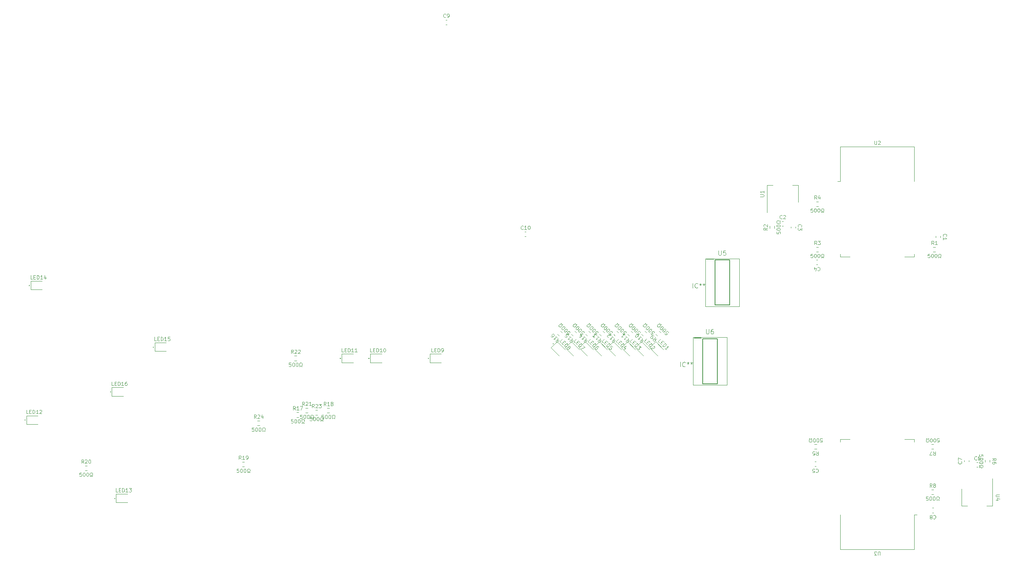
<source format=gbr>
%TF.GenerationSoftware,Flux,Pcbnew,7.0.11-7.0.11~ubuntu20.04.1*%
%TF.CreationDate,2024-08-21T13:08:08+00:00*%
%TF.ProjectId,input,696e7075-742e-46b6-9963-61645f706362,rev?*%
%TF.SameCoordinates,Original*%
%TF.FileFunction,Legend,Top*%
%TF.FilePolarity,Positive*%
%FSLAX46Y46*%
G04 Gerber Fmt 4.6, Leading zero omitted, Abs format (unit mm)*
G04 Filename: practical-fuchsia-massive-robot-spider*
G04 Build it with Flux! Visit our site at: https://www.flux.ai (PCBNEW 7.0.11-7.0.11~ubuntu20.04.1) date 2024-08-21 13:08:08*
%MOMM*%
%LPD*%
G01*
G04 APERTURE LIST*
%ADD10C,0.095000*%
%ADD11C,0.120650*%
%ADD12C,0.120000*%
%ADD13C,0.100000*%
%ADD14C,0.050000*%
%ADD15C,0.200000*%
G04 APERTURE END LIST*
D10*
X-47775304Y-5234233D02*
X-47505930Y-5503607D01*
X-47505930Y-5503607D02*
X-47209619Y-5261170D01*
X-47209619Y-5261170D02*
X-47263494Y-5261170D01*
X-47263494Y-5261170D02*
X-47344306Y-5234233D01*
X-47344306Y-5234233D02*
X-47478993Y-5099546D01*
X-47478993Y-5099546D02*
X-47505930Y-5018734D01*
X-47505930Y-5018734D02*
X-47505930Y-4964859D01*
X-47505930Y-4964859D02*
X-47478993Y-4884047D01*
X-47478993Y-4884047D02*
X-47344306Y-4749360D01*
X-47344306Y-4749360D02*
X-47263494Y-4722422D01*
X-47263494Y-4722422D02*
X-47209619Y-4722422D01*
X-47209619Y-4722422D02*
X-47128807Y-4749360D01*
X-47128807Y-4749360D02*
X-46994120Y-4884047D01*
X-46994120Y-4884047D02*
X-46967182Y-4964859D01*
X-46967182Y-4964859D02*
X-46967182Y-5018734D01*
X-48152428Y-4857109D02*
X-48206303Y-4803234D01*
X-48206303Y-4803234D02*
X-48233240Y-4722422D01*
X-48233240Y-4722422D02*
X-48233240Y-4668547D01*
X-48233240Y-4668547D02*
X-48206303Y-4587735D01*
X-48206303Y-4587735D02*
X-48125491Y-4453048D01*
X-48125491Y-4453048D02*
X-47990804Y-4318361D01*
X-47990804Y-4318361D02*
X-47856117Y-4237549D01*
X-47856117Y-4237549D02*
X-47775305Y-4210612D01*
X-47775305Y-4210612D02*
X-47721430Y-4210612D01*
X-47721430Y-4210612D02*
X-47640618Y-4237549D01*
X-47640618Y-4237549D02*
X-47586743Y-4291424D01*
X-47586743Y-4291424D02*
X-47559805Y-4372236D01*
X-47559805Y-4372236D02*
X-47559805Y-4426111D01*
X-47559805Y-4426111D02*
X-47586743Y-4506923D01*
X-47586743Y-4506923D02*
X-47667555Y-4641610D01*
X-47667555Y-4641610D02*
X-47802242Y-4776297D01*
X-47802242Y-4776297D02*
X-47936929Y-4857109D01*
X-47936929Y-4857109D02*
X-48017741Y-4884047D01*
X-48017741Y-4884047D02*
X-48071616Y-4884047D01*
X-48071616Y-4884047D02*
X-48152428Y-4857109D01*
X-48691176Y-4318361D02*
X-48745051Y-4264486D01*
X-48745051Y-4264486D02*
X-48771989Y-4183674D01*
X-48771989Y-4183674D02*
X-48771989Y-4129799D01*
X-48771989Y-4129799D02*
X-48745051Y-4048987D01*
X-48745051Y-4048987D02*
X-48664239Y-3914300D01*
X-48664239Y-3914300D02*
X-48529552Y-3779613D01*
X-48529552Y-3779613D02*
X-48394865Y-3698801D01*
X-48394865Y-3698801D02*
X-48314053Y-3671863D01*
X-48314053Y-3671863D02*
X-48260178Y-3671863D01*
X-48260178Y-3671863D02*
X-48179366Y-3698801D01*
X-48179366Y-3698801D02*
X-48125491Y-3752676D01*
X-48125491Y-3752676D02*
X-48098553Y-3833488D01*
X-48098553Y-3833488D02*
X-48098553Y-3887363D01*
X-48098553Y-3887363D02*
X-48125491Y-3968175D01*
X-48125491Y-3968175D02*
X-48206303Y-4102862D01*
X-48206303Y-4102862D02*
X-48340990Y-4237549D01*
X-48340990Y-4237549D02*
X-48475677Y-4318361D01*
X-48475677Y-4318361D02*
X-48556489Y-4345298D01*
X-48556489Y-4345298D02*
X-48610364Y-4345298D01*
X-48610364Y-4345298D02*
X-48691176Y-4318361D01*
X-48529552Y-3348614D02*
X-48664239Y-3213927D01*
X-48664239Y-3213927D02*
X-48771989Y-3321677D01*
X-48771989Y-3321677D02*
X-48745051Y-3402489D01*
X-48745051Y-3402489D02*
X-48745051Y-3510239D01*
X-48745051Y-3510239D02*
X-48798926Y-3617988D01*
X-48798926Y-3617988D02*
X-48933613Y-3752675D01*
X-48933613Y-3752675D02*
X-49041363Y-3806550D01*
X-49041363Y-3806550D02*
X-49149112Y-3806550D01*
X-49149112Y-3806550D02*
X-49256862Y-3752675D01*
X-49256862Y-3752675D02*
X-49364612Y-3644926D01*
X-49364612Y-3644926D02*
X-49418486Y-3537176D01*
X-49418486Y-3537176D02*
X-49418486Y-3429427D01*
X-49418486Y-3429427D02*
X-49364612Y-3321677D01*
X-49364612Y-3321677D02*
X-49229925Y-3186990D01*
X-49229925Y-3186990D02*
X-49122175Y-3133115D01*
X-49122175Y-3133115D02*
X-49014425Y-3133115D01*
X-49014425Y-3133115D02*
X-48933613Y-3160053D01*
X-48933613Y-3160053D02*
X-48825863Y-3052303D01*
X-48825863Y-3052303D02*
X-48960551Y-2917616D01*
X-49595608Y-6327209D02*
X-49676420Y-6785145D01*
X-49272359Y-6650458D02*
X-49838044Y-7216143D01*
X-49838044Y-7216143D02*
X-50053543Y-7000644D01*
X-50053543Y-7000644D02*
X-50080481Y-6919832D01*
X-50080481Y-6919832D02*
X-50080481Y-6865957D01*
X-50080481Y-6865957D02*
X-50053543Y-6785145D01*
X-50053543Y-6785145D02*
X-49972731Y-6704332D01*
X-49972731Y-6704332D02*
X-49891919Y-6677395D01*
X-49891919Y-6677395D02*
X-49838044Y-6677395D01*
X-49838044Y-6677395D02*
X-49757232Y-6704332D01*
X-49757232Y-6704332D02*
X-49541733Y-6919832D01*
X-50134356Y-5788461D02*
X-49811107Y-6111710D01*
X-49972731Y-5950085D02*
X-50538417Y-6515771D01*
X-50538417Y-6515771D02*
X-50403730Y-6488833D01*
X-50403730Y-6488833D02*
X-50295980Y-6488833D01*
X-50295980Y-6488833D02*
X-50215168Y-6515771D01*
X-51050228Y-6003960D02*
X-51104102Y-5950085D01*
X-51104102Y-5950085D02*
X-51131040Y-5869273D01*
X-51131040Y-5869273D02*
X-51131040Y-5815398D01*
X-51131040Y-5815398D02*
X-51104102Y-5734586D01*
X-51104102Y-5734586D02*
X-51023290Y-5599899D01*
X-51023290Y-5599899D02*
X-50888603Y-5465212D01*
X-50888603Y-5465212D02*
X-50753916Y-5384400D01*
X-50753916Y-5384400D02*
X-50673104Y-5357462D01*
X-50673104Y-5357462D02*
X-50619229Y-5357462D01*
X-50619229Y-5357462D02*
X-50538417Y-5384400D01*
X-50538417Y-5384400D02*
X-50484542Y-5438274D01*
X-50484542Y-5438274D02*
X-50457605Y-5519087D01*
X-50457605Y-5519087D02*
X-50457605Y-5572961D01*
X-50457605Y-5572961D02*
X-50484542Y-5653774D01*
X-50484542Y-5653774D02*
X-50565354Y-5788461D01*
X-50565354Y-5788461D02*
X-50700041Y-5923148D01*
X-50700041Y-5923148D02*
X-50834728Y-6003960D01*
X-50834728Y-6003960D02*
X-50915540Y-6030897D01*
X-50915540Y-6030897D02*
X-50969415Y-6030897D01*
X-50969415Y-6030897D02*
X-51050228Y-6003960D01*
X25270544Y-32257329D02*
X25270544Y-31876377D01*
X25270544Y-31876377D02*
X24889592Y-31838281D01*
X24889592Y-31838281D02*
X24927687Y-31876377D01*
X24927687Y-31876377D02*
X24965782Y-31952567D01*
X24965782Y-31952567D02*
X24965782Y-32143043D01*
X24965782Y-32143043D02*
X24927687Y-32219234D01*
X24927687Y-32219234D02*
X24889592Y-32257329D01*
X24889592Y-32257329D02*
X24813401Y-32295424D01*
X24813401Y-32295424D02*
X24622925Y-32295424D01*
X24622925Y-32295424D02*
X24546735Y-32257329D01*
X24546735Y-32257329D02*
X24508640Y-32219234D01*
X24508640Y-32219234D02*
X24470544Y-32143043D01*
X24470544Y-32143043D02*
X24470544Y-31952567D01*
X24470544Y-31952567D02*
X24508640Y-31876377D01*
X24508640Y-31876377D02*
X24546735Y-31838281D01*
X25270544Y-32790663D02*
X25270544Y-32866853D01*
X25270544Y-32866853D02*
X25232449Y-32943044D01*
X25232449Y-32943044D02*
X25194354Y-32981139D01*
X25194354Y-32981139D02*
X25118163Y-33019234D01*
X25118163Y-33019234D02*
X24965782Y-33057329D01*
X24965782Y-33057329D02*
X24775306Y-33057329D01*
X24775306Y-33057329D02*
X24622925Y-33019234D01*
X24622925Y-33019234D02*
X24546735Y-32981139D01*
X24546735Y-32981139D02*
X24508640Y-32943044D01*
X24508640Y-32943044D02*
X24470544Y-32866853D01*
X24470544Y-32866853D02*
X24470544Y-32790663D01*
X24470544Y-32790663D02*
X24508640Y-32714472D01*
X24508640Y-32714472D02*
X24546735Y-32676377D01*
X24546735Y-32676377D02*
X24622925Y-32638282D01*
X24622925Y-32638282D02*
X24775306Y-32600186D01*
X24775306Y-32600186D02*
X24965782Y-32600186D01*
X24965782Y-32600186D02*
X25118163Y-32638282D01*
X25118163Y-32638282D02*
X25194354Y-32676377D01*
X25194354Y-32676377D02*
X25232449Y-32714472D01*
X25232449Y-32714472D02*
X25270544Y-32790663D01*
X25270544Y-33552568D02*
X25270544Y-33628758D01*
X25270544Y-33628758D02*
X25232449Y-33704949D01*
X25232449Y-33704949D02*
X25194354Y-33743044D01*
X25194354Y-33743044D02*
X25118163Y-33781139D01*
X25118163Y-33781139D02*
X24965782Y-33819234D01*
X24965782Y-33819234D02*
X24775306Y-33819234D01*
X24775306Y-33819234D02*
X24622925Y-33781139D01*
X24622925Y-33781139D02*
X24546735Y-33743044D01*
X24546735Y-33743044D02*
X24508640Y-33704949D01*
X24508640Y-33704949D02*
X24470544Y-33628758D01*
X24470544Y-33628758D02*
X24470544Y-33552568D01*
X24470544Y-33552568D02*
X24508640Y-33476377D01*
X24508640Y-33476377D02*
X24546735Y-33438282D01*
X24546735Y-33438282D02*
X24622925Y-33400187D01*
X24622925Y-33400187D02*
X24775306Y-33362091D01*
X24775306Y-33362091D02*
X24965782Y-33362091D01*
X24965782Y-33362091D02*
X25118163Y-33400187D01*
X25118163Y-33400187D02*
X25194354Y-33438282D01*
X25194354Y-33438282D02*
X25232449Y-33476377D01*
X25232449Y-33476377D02*
X25270544Y-33552568D01*
X24470544Y-34123996D02*
X24470544Y-34314473D01*
X24470544Y-34314473D02*
X24622925Y-34314473D01*
X24622925Y-34314473D02*
X24661020Y-34238282D01*
X24661020Y-34238282D02*
X24737211Y-34162092D01*
X24737211Y-34162092D02*
X24851497Y-34123996D01*
X24851497Y-34123996D02*
X25041973Y-34123996D01*
X25041973Y-34123996D02*
X25156259Y-34162092D01*
X25156259Y-34162092D02*
X25232449Y-34238282D01*
X25232449Y-34238282D02*
X25270544Y-34352568D01*
X25270544Y-34352568D02*
X25270544Y-34504949D01*
X25270544Y-34504949D02*
X25232449Y-34619235D01*
X25232449Y-34619235D02*
X25156259Y-34695425D01*
X25156259Y-34695425D02*
X25041973Y-34733520D01*
X25041973Y-34733520D02*
X24851497Y-34733520D01*
X24851497Y-34733520D02*
X24737211Y-34695425D01*
X24737211Y-34695425D02*
X24661020Y-34619235D01*
X24661020Y-34619235D02*
X24622925Y-34543044D01*
X24622925Y-34543044D02*
X24470544Y-34543044D01*
X24470544Y-34543044D02*
X24470544Y-34733520D01*
X27330544Y-33152566D02*
X27711497Y-32885899D01*
X27330544Y-32695423D02*
X28130544Y-32695423D01*
X28130544Y-32695423D02*
X28130544Y-33000185D01*
X28130544Y-33000185D02*
X28092449Y-33076375D01*
X28092449Y-33076375D02*
X28054354Y-33114470D01*
X28054354Y-33114470D02*
X27978163Y-33152566D01*
X27978163Y-33152566D02*
X27863878Y-33152566D01*
X27863878Y-33152566D02*
X27787687Y-33114470D01*
X27787687Y-33114470D02*
X27749592Y-33076375D01*
X27749592Y-33076375D02*
X27711497Y-33000185D01*
X27711497Y-33000185D02*
X27711497Y-32695423D01*
X28130544Y-33838280D02*
X28130544Y-33685899D01*
X28130544Y-33685899D02*
X28092449Y-33609708D01*
X28092449Y-33609708D02*
X28054354Y-33571613D01*
X28054354Y-33571613D02*
X27940068Y-33495423D01*
X27940068Y-33495423D02*
X27787687Y-33457327D01*
X27787687Y-33457327D02*
X27482925Y-33457327D01*
X27482925Y-33457327D02*
X27406735Y-33495423D01*
X27406735Y-33495423D02*
X27368640Y-33533518D01*
X27368640Y-33533518D02*
X27330544Y-33609708D01*
X27330544Y-33609708D02*
X27330544Y-33762089D01*
X27330544Y-33762089D02*
X27368640Y-33838280D01*
X27368640Y-33838280D02*
X27406735Y-33876375D01*
X27406735Y-33876375D02*
X27482925Y-33914470D01*
X27482925Y-33914470D02*
X27673401Y-33914470D01*
X27673401Y-33914470D02*
X27749592Y-33876375D01*
X27749592Y-33876375D02*
X27787687Y-33838280D01*
X27787687Y-33838280D02*
X27825782Y-33762089D01*
X27825782Y-33762089D02*
X27825782Y-33609708D01*
X27825782Y-33609708D02*
X27787687Y-33533518D01*
X27787687Y-33533518D02*
X27749592Y-33495423D01*
X27749592Y-33495423D02*
X27673401Y-33457327D01*
X14379428Y-45251935D02*
X14417524Y-45213840D01*
X14417524Y-45213840D02*
X14531809Y-45175744D01*
X14531809Y-45175744D02*
X14608000Y-45175744D01*
X14608000Y-45175744D02*
X14722286Y-45213840D01*
X14722286Y-45213840D02*
X14798476Y-45290030D01*
X14798476Y-45290030D02*
X14836571Y-45366220D01*
X14836571Y-45366220D02*
X14874667Y-45518601D01*
X14874667Y-45518601D02*
X14874667Y-45632887D01*
X14874667Y-45632887D02*
X14836571Y-45785268D01*
X14836571Y-45785268D02*
X14798476Y-45861459D01*
X14798476Y-45861459D02*
X14722286Y-45937649D01*
X14722286Y-45937649D02*
X14608000Y-45975744D01*
X14608000Y-45975744D02*
X14531809Y-45975744D01*
X14531809Y-45975744D02*
X14417524Y-45937649D01*
X14417524Y-45937649D02*
X14379428Y-45899554D01*
X13922286Y-45632887D02*
X13998476Y-45670982D01*
X13998476Y-45670982D02*
X14036571Y-45709078D01*
X14036571Y-45709078D02*
X14074667Y-45785268D01*
X14074667Y-45785268D02*
X14074667Y-45823363D01*
X14074667Y-45823363D02*
X14036571Y-45899554D01*
X14036571Y-45899554D02*
X13998476Y-45937649D01*
X13998476Y-45937649D02*
X13922286Y-45975744D01*
X13922286Y-45975744D02*
X13769905Y-45975744D01*
X13769905Y-45975744D02*
X13693714Y-45937649D01*
X13693714Y-45937649D02*
X13655619Y-45899554D01*
X13655619Y-45899554D02*
X13617524Y-45823363D01*
X13617524Y-45823363D02*
X13617524Y-45785268D01*
X13617524Y-45785268D02*
X13655619Y-45709078D01*
X13655619Y-45709078D02*
X13693714Y-45670982D01*
X13693714Y-45670982D02*
X13769905Y-45632887D01*
X13769905Y-45632887D02*
X13922286Y-45632887D01*
X13922286Y-45632887D02*
X13998476Y-45594792D01*
X13998476Y-45594792D02*
X14036571Y-45556697D01*
X14036571Y-45556697D02*
X14074667Y-45480506D01*
X14074667Y-45480506D02*
X14074667Y-45328125D01*
X14074667Y-45328125D02*
X14036571Y-45251935D01*
X14036571Y-45251935D02*
X13998476Y-45213840D01*
X13998476Y-45213840D02*
X13922286Y-45175744D01*
X13922286Y-45175744D02*
X13769905Y-45175744D01*
X13769905Y-45175744D02*
X13693714Y-45213840D01*
X13693714Y-45213840D02*
X13655619Y-45251935D01*
X13655619Y-45251935D02*
X13617524Y-45328125D01*
X13617524Y-45328125D02*
X13617524Y-45480506D01*
X13617524Y-45480506D02*
X13655619Y-45556697D01*
X13655619Y-45556697D02*
X13693714Y-45594792D01*
X13693714Y-45594792D02*
X13769905Y-45632887D01*
X-58204693Y-7233639D02*
X-58474067Y-6964265D01*
X-58474067Y-6964265D02*
X-57908382Y-6398580D01*
X-57719820Y-7125889D02*
X-57531258Y-7314451D01*
X-57746758Y-7691575D02*
X-58016132Y-7422201D01*
X-58016132Y-7422201D02*
X-57450446Y-6856515D01*
X-57450446Y-6856515D02*
X-57181072Y-7125889D01*
X-57504321Y-7934012D02*
X-56938635Y-7368326D01*
X-56938635Y-7368326D02*
X-56803948Y-7503013D01*
X-56803948Y-7503013D02*
X-56750073Y-7610763D01*
X-56750073Y-7610763D02*
X-56750073Y-7718513D01*
X-56750073Y-7718513D02*
X-56777011Y-7799325D01*
X-56777011Y-7799325D02*
X-56857823Y-7934012D01*
X-56857823Y-7934012D02*
X-56938635Y-8014824D01*
X-56938635Y-8014824D02*
X-57073322Y-8095636D01*
X-57073322Y-8095636D02*
X-57154134Y-8122574D01*
X-57154134Y-8122574D02*
X-57261884Y-8122574D01*
X-57261884Y-8122574D02*
X-57369634Y-8068699D01*
X-57369634Y-8068699D02*
X-57504321Y-7934012D01*
X-56103576Y-8203386D02*
X-56372950Y-7934012D01*
X-56372950Y-7934012D02*
X-56669261Y-8176448D01*
X-56669261Y-8176448D02*
X-56615386Y-8176448D01*
X-56615386Y-8176448D02*
X-56534574Y-8203386D01*
X-56534574Y-8203386D02*
X-56399887Y-8338073D01*
X-56399887Y-8338073D02*
X-56372950Y-8418885D01*
X-56372950Y-8418885D02*
X-56372950Y-8472760D01*
X-56372950Y-8472760D02*
X-56399887Y-8553572D01*
X-56399887Y-8553572D02*
X-56534574Y-8688259D01*
X-56534574Y-8688259D02*
X-56615386Y-8715196D01*
X-56615386Y-8715196D02*
X-56669261Y-8715196D01*
X-56669261Y-8715196D02*
X-56750073Y-8688259D01*
X-56750073Y-8688259D02*
X-56884760Y-8553572D01*
X-56884760Y-8553572D02*
X-56911698Y-8472760D01*
X-56911698Y-8472760D02*
X-56911698Y-8418885D01*
X-67469793Y-7233639D02*
X-67739167Y-6964265D01*
X-67739167Y-6964265D02*
X-67173482Y-6398580D01*
X-66984920Y-7125889D02*
X-66796358Y-7314451D01*
X-67011858Y-7691575D02*
X-67281232Y-7422201D01*
X-67281232Y-7422201D02*
X-66715546Y-6856515D01*
X-66715546Y-6856515D02*
X-66446172Y-7125889D01*
X-66769421Y-7934012D02*
X-66203735Y-7368326D01*
X-66203735Y-7368326D02*
X-66069048Y-7503013D01*
X-66069048Y-7503013D02*
X-66015173Y-7610763D01*
X-66015173Y-7610763D02*
X-66015173Y-7718513D01*
X-66015173Y-7718513D02*
X-66042111Y-7799325D01*
X-66042111Y-7799325D02*
X-66122923Y-7934012D01*
X-66122923Y-7934012D02*
X-66203735Y-8014824D01*
X-66203735Y-8014824D02*
X-66338422Y-8095636D01*
X-66338422Y-8095636D02*
X-66419234Y-8122574D01*
X-66419234Y-8122574D02*
X-66526984Y-8122574D01*
X-66526984Y-8122574D02*
X-66634734Y-8068699D01*
X-66634734Y-8068699D02*
X-66769421Y-7934012D01*
X-65799674Y-8257261D02*
X-65826612Y-8176448D01*
X-65826612Y-8176448D02*
X-65826612Y-8122574D01*
X-65826612Y-8122574D02*
X-65799674Y-8041761D01*
X-65799674Y-8041761D02*
X-65772737Y-8014824D01*
X-65772737Y-8014824D02*
X-65691925Y-7987887D01*
X-65691925Y-7987887D02*
X-65638050Y-7987887D01*
X-65638050Y-7987887D02*
X-65557238Y-8014824D01*
X-65557238Y-8014824D02*
X-65449488Y-8122574D01*
X-65449488Y-8122574D02*
X-65422551Y-8203386D01*
X-65422551Y-8203386D02*
X-65422551Y-8257261D01*
X-65422551Y-8257261D02*
X-65449488Y-8338073D01*
X-65449488Y-8338073D02*
X-65476425Y-8365010D01*
X-65476425Y-8365010D02*
X-65557238Y-8391948D01*
X-65557238Y-8391948D02*
X-65611112Y-8391948D01*
X-65611112Y-8391948D02*
X-65691925Y-8365010D01*
X-65691925Y-8365010D02*
X-65799674Y-8257261D01*
X-65799674Y-8257261D02*
X-65880486Y-8230323D01*
X-65880486Y-8230323D02*
X-65934361Y-8230323D01*
X-65934361Y-8230323D02*
X-66015173Y-8257261D01*
X-66015173Y-8257261D02*
X-66122923Y-8365010D01*
X-66122923Y-8365010D02*
X-66149860Y-8445822D01*
X-66149860Y-8445822D02*
X-66149860Y-8499697D01*
X-66149860Y-8499697D02*
X-66122923Y-8580509D01*
X-66122923Y-8580509D02*
X-66015173Y-8688259D01*
X-66015173Y-8688259D02*
X-65934361Y-8715196D01*
X-65934361Y-8715196D02*
X-65880486Y-8715196D01*
X-65880486Y-8715196D02*
X-65799674Y-8688259D01*
X-65799674Y-8688259D02*
X-65691925Y-8580509D01*
X-65691925Y-8580509D02*
X-65664987Y-8499697D01*
X-65664987Y-8499697D02*
X-65664987Y-8445822D01*
X-65664987Y-8445822D02*
X-65691925Y-8365010D01*
X-63217004Y-5234233D02*
X-62947630Y-5503607D01*
X-62947630Y-5503607D02*
X-62651319Y-5261170D01*
X-62651319Y-5261170D02*
X-62705194Y-5261170D01*
X-62705194Y-5261170D02*
X-62786006Y-5234233D01*
X-62786006Y-5234233D02*
X-62920693Y-5099546D01*
X-62920693Y-5099546D02*
X-62947630Y-5018734D01*
X-62947630Y-5018734D02*
X-62947630Y-4964859D01*
X-62947630Y-4964859D02*
X-62920693Y-4884047D01*
X-62920693Y-4884047D02*
X-62786006Y-4749360D01*
X-62786006Y-4749360D02*
X-62705194Y-4722422D01*
X-62705194Y-4722422D02*
X-62651319Y-4722422D01*
X-62651319Y-4722422D02*
X-62570507Y-4749360D01*
X-62570507Y-4749360D02*
X-62435820Y-4884047D01*
X-62435820Y-4884047D02*
X-62408882Y-4964859D01*
X-62408882Y-4964859D02*
X-62408882Y-5018734D01*
X-63594128Y-4857109D02*
X-63648003Y-4803234D01*
X-63648003Y-4803234D02*
X-63674940Y-4722422D01*
X-63674940Y-4722422D02*
X-63674940Y-4668547D01*
X-63674940Y-4668547D02*
X-63648003Y-4587735D01*
X-63648003Y-4587735D02*
X-63567191Y-4453048D01*
X-63567191Y-4453048D02*
X-63432504Y-4318361D01*
X-63432504Y-4318361D02*
X-63297817Y-4237549D01*
X-63297817Y-4237549D02*
X-63217005Y-4210612D01*
X-63217005Y-4210612D02*
X-63163130Y-4210612D01*
X-63163130Y-4210612D02*
X-63082318Y-4237549D01*
X-63082318Y-4237549D02*
X-63028443Y-4291424D01*
X-63028443Y-4291424D02*
X-63001505Y-4372236D01*
X-63001505Y-4372236D02*
X-63001505Y-4426111D01*
X-63001505Y-4426111D02*
X-63028443Y-4506923D01*
X-63028443Y-4506923D02*
X-63109255Y-4641610D01*
X-63109255Y-4641610D02*
X-63243942Y-4776297D01*
X-63243942Y-4776297D02*
X-63378629Y-4857109D01*
X-63378629Y-4857109D02*
X-63459441Y-4884047D01*
X-63459441Y-4884047D02*
X-63513316Y-4884047D01*
X-63513316Y-4884047D02*
X-63594128Y-4857109D01*
X-64132876Y-4318361D02*
X-64186751Y-4264486D01*
X-64186751Y-4264486D02*
X-64213689Y-4183674D01*
X-64213689Y-4183674D02*
X-64213689Y-4129799D01*
X-64213689Y-4129799D02*
X-64186751Y-4048987D01*
X-64186751Y-4048987D02*
X-64105939Y-3914300D01*
X-64105939Y-3914300D02*
X-63971252Y-3779613D01*
X-63971252Y-3779613D02*
X-63836565Y-3698801D01*
X-63836565Y-3698801D02*
X-63755753Y-3671863D01*
X-63755753Y-3671863D02*
X-63701878Y-3671863D01*
X-63701878Y-3671863D02*
X-63621066Y-3698801D01*
X-63621066Y-3698801D02*
X-63567191Y-3752676D01*
X-63567191Y-3752676D02*
X-63540253Y-3833488D01*
X-63540253Y-3833488D02*
X-63540253Y-3887363D01*
X-63540253Y-3887363D02*
X-63567191Y-3968175D01*
X-63567191Y-3968175D02*
X-63648003Y-4102862D01*
X-63648003Y-4102862D02*
X-63782690Y-4237549D01*
X-63782690Y-4237549D02*
X-63917377Y-4318361D01*
X-63917377Y-4318361D02*
X-63998189Y-4345298D01*
X-63998189Y-4345298D02*
X-64052064Y-4345298D01*
X-64052064Y-4345298D02*
X-64132876Y-4318361D01*
X-63971252Y-3348614D02*
X-64105939Y-3213927D01*
X-64105939Y-3213927D02*
X-64213689Y-3321677D01*
X-64213689Y-3321677D02*
X-64186751Y-3402489D01*
X-64186751Y-3402489D02*
X-64186751Y-3510239D01*
X-64186751Y-3510239D02*
X-64240626Y-3617988D01*
X-64240626Y-3617988D02*
X-64375313Y-3752675D01*
X-64375313Y-3752675D02*
X-64483063Y-3806550D01*
X-64483063Y-3806550D02*
X-64590812Y-3806550D01*
X-64590812Y-3806550D02*
X-64698562Y-3752675D01*
X-64698562Y-3752675D02*
X-64806312Y-3644926D01*
X-64806312Y-3644926D02*
X-64860186Y-3537176D01*
X-64860186Y-3537176D02*
X-64860186Y-3429427D01*
X-64860186Y-3429427D02*
X-64806312Y-3321677D01*
X-64806312Y-3321677D02*
X-64671625Y-3186990D01*
X-64671625Y-3186990D02*
X-64563875Y-3133115D01*
X-64563875Y-3133115D02*
X-64456125Y-3133115D01*
X-64456125Y-3133115D02*
X-64375313Y-3160053D01*
X-64375313Y-3160053D02*
X-64267563Y-3052303D01*
X-64267563Y-3052303D02*
X-64402251Y-2917616D01*
X-65037308Y-6327209D02*
X-65118120Y-6785145D01*
X-64714059Y-6650458D02*
X-65279744Y-7216143D01*
X-65279744Y-7216143D02*
X-65495243Y-7000644D01*
X-65495243Y-7000644D02*
X-65522181Y-6919832D01*
X-65522181Y-6919832D02*
X-65522181Y-6865957D01*
X-65522181Y-6865957D02*
X-65495243Y-6785145D01*
X-65495243Y-6785145D02*
X-65414431Y-6704332D01*
X-65414431Y-6704332D02*
X-65333619Y-6677395D01*
X-65333619Y-6677395D02*
X-65279744Y-6677395D01*
X-65279744Y-6677395D02*
X-65198932Y-6704332D01*
X-65198932Y-6704332D02*
X-64983433Y-6919832D01*
X-65576056Y-5788461D02*
X-65252807Y-6111710D01*
X-65414431Y-5950085D02*
X-65980117Y-6515771D01*
X-65980117Y-6515771D02*
X-65845430Y-6488833D01*
X-65845430Y-6488833D02*
X-65737680Y-6488833D01*
X-65737680Y-6488833D02*
X-65656868Y-6515771D01*
X-66653552Y-5842335D02*
X-66384178Y-6111709D01*
X-66384178Y-6111709D02*
X-66087866Y-5869273D01*
X-66087866Y-5869273D02*
X-66141741Y-5869273D01*
X-66141741Y-5869273D02*
X-66222553Y-5842335D01*
X-66222553Y-5842335D02*
X-66357240Y-5707648D01*
X-66357240Y-5707648D02*
X-66384178Y-5626836D01*
X-66384178Y-5626836D02*
X-66384178Y-5572961D01*
X-66384178Y-5572961D02*
X-66357240Y-5492149D01*
X-66357240Y-5492149D02*
X-66222553Y-5357462D01*
X-66222553Y-5357462D02*
X-66141741Y-5330525D01*
X-66141741Y-5330525D02*
X-66087866Y-5330525D01*
X-66087866Y-5330525D02*
X-66007054Y-5357462D01*
X-66007054Y-5357462D02*
X-65872367Y-5492149D01*
X-65872367Y-5492149D02*
X-65845430Y-5572961D01*
X-65845430Y-5572961D02*
X-65845430Y-5626836D01*
X-15318164Y18280333D02*
X-15356260Y18318429D01*
X-15356260Y18318429D02*
X-15394355Y18432714D01*
X-15394355Y18432714D02*
X-15394355Y18508905D01*
X-15394355Y18508905D02*
X-15356260Y18623191D01*
X-15356260Y18623191D02*
X-15280069Y18699381D01*
X-15280069Y18699381D02*
X-15203879Y18737476D01*
X-15203879Y18737476D02*
X-15051498Y18775572D01*
X-15051498Y18775572D02*
X-14937212Y18775572D01*
X-14937212Y18775572D02*
X-14784831Y18737476D01*
X-14784831Y18737476D02*
X-14708640Y18699381D01*
X-14708640Y18699381D02*
X-14632450Y18623191D01*
X-14632450Y18623191D02*
X-14594355Y18508905D01*
X-14594355Y18508905D02*
X-14594355Y18432714D01*
X-14594355Y18432714D02*
X-14632450Y18318429D01*
X-14632450Y18318429D02*
X-14670545Y18280333D01*
X-14594355Y18013667D02*
X-14594355Y17518429D01*
X-14594355Y17518429D02*
X-14899117Y17785095D01*
X-14899117Y17785095D02*
X-14899117Y17670810D01*
X-14899117Y17670810D02*
X-14937212Y17594619D01*
X-14937212Y17594619D02*
X-14975307Y17556524D01*
X-14975307Y17556524D02*
X-15051498Y17518429D01*
X-15051498Y17518429D02*
X-15241974Y17518429D01*
X-15241974Y17518429D02*
X-15318164Y17556524D01*
X-15318164Y17556524D02*
X-15356260Y17594619D01*
X-15356260Y17594619D02*
X-15394355Y17670810D01*
X-15394355Y17670810D02*
X-15394355Y17899381D01*
X-15394355Y17899381D02*
X-15356260Y17975572D01*
X-15356260Y17975572D02*
X-15318164Y18013667D01*
X-55116393Y-7233639D02*
X-55385767Y-6964265D01*
X-55385767Y-6964265D02*
X-54820082Y-6398580D01*
X-54631520Y-7125889D02*
X-54442958Y-7314451D01*
X-54658458Y-7691575D02*
X-54927832Y-7422201D01*
X-54927832Y-7422201D02*
X-54362146Y-6856515D01*
X-54362146Y-6856515D02*
X-54092772Y-7125889D01*
X-54416021Y-7934012D02*
X-53850335Y-7368326D01*
X-53850335Y-7368326D02*
X-53715648Y-7503013D01*
X-53715648Y-7503013D02*
X-53661773Y-7610763D01*
X-53661773Y-7610763D02*
X-53661773Y-7718513D01*
X-53661773Y-7718513D02*
X-53688711Y-7799325D01*
X-53688711Y-7799325D02*
X-53769523Y-7934012D01*
X-53769523Y-7934012D02*
X-53850335Y-8014824D01*
X-53850335Y-8014824D02*
X-53985022Y-8095636D01*
X-53985022Y-8095636D02*
X-54065834Y-8122574D01*
X-54065834Y-8122574D02*
X-54173584Y-8122574D01*
X-54173584Y-8122574D02*
X-54281334Y-8068699D01*
X-54281334Y-8068699D02*
X-54416021Y-7934012D01*
X-53230775Y-8365010D02*
X-53607899Y-8742134D01*
X-53149963Y-8014824D02*
X-53688711Y-8284198D01*
X-53688711Y-8284198D02*
X-53338525Y-8634384D01*
X16553135Y16167533D02*
X16515040Y16205629D01*
X16515040Y16205629D02*
X16476944Y16319914D01*
X16476944Y16319914D02*
X16476944Y16396105D01*
X16476944Y16396105D02*
X16515040Y16510391D01*
X16515040Y16510391D02*
X16591230Y16586581D01*
X16591230Y16586581D02*
X16667420Y16624676D01*
X16667420Y16624676D02*
X16819801Y16662772D01*
X16819801Y16662772D02*
X16934087Y16662772D01*
X16934087Y16662772D02*
X17086468Y16624676D01*
X17086468Y16624676D02*
X17162659Y16586581D01*
X17162659Y16586581D02*
X17238849Y16510391D01*
X17238849Y16510391D02*
X17276944Y16396105D01*
X17276944Y16396105D02*
X17276944Y16319914D01*
X17276944Y16319914D02*
X17238849Y16205629D01*
X17238849Y16205629D02*
X17200754Y16167533D01*
X16476944Y15405629D02*
X16476944Y15862772D01*
X16476944Y15634200D02*
X17276944Y15634200D01*
X17276944Y15634200D02*
X17162659Y15710391D01*
X17162659Y15710391D02*
X17086468Y15786581D01*
X17086468Y15786581D02*
X17048373Y15862772D01*
X-57040304Y-5234233D02*
X-56770930Y-5503607D01*
X-56770930Y-5503607D02*
X-56474619Y-5261170D01*
X-56474619Y-5261170D02*
X-56528494Y-5261170D01*
X-56528494Y-5261170D02*
X-56609306Y-5234233D01*
X-56609306Y-5234233D02*
X-56743993Y-5099546D01*
X-56743993Y-5099546D02*
X-56770930Y-5018734D01*
X-56770930Y-5018734D02*
X-56770930Y-4964859D01*
X-56770930Y-4964859D02*
X-56743993Y-4884047D01*
X-56743993Y-4884047D02*
X-56609306Y-4749360D01*
X-56609306Y-4749360D02*
X-56528494Y-4722422D01*
X-56528494Y-4722422D02*
X-56474619Y-4722422D01*
X-56474619Y-4722422D02*
X-56393807Y-4749360D01*
X-56393807Y-4749360D02*
X-56259120Y-4884047D01*
X-56259120Y-4884047D02*
X-56232182Y-4964859D01*
X-56232182Y-4964859D02*
X-56232182Y-5018734D01*
X-57417428Y-4857109D02*
X-57471303Y-4803234D01*
X-57471303Y-4803234D02*
X-57498240Y-4722422D01*
X-57498240Y-4722422D02*
X-57498240Y-4668547D01*
X-57498240Y-4668547D02*
X-57471303Y-4587735D01*
X-57471303Y-4587735D02*
X-57390491Y-4453048D01*
X-57390491Y-4453048D02*
X-57255804Y-4318361D01*
X-57255804Y-4318361D02*
X-57121117Y-4237549D01*
X-57121117Y-4237549D02*
X-57040305Y-4210612D01*
X-57040305Y-4210612D02*
X-56986430Y-4210612D01*
X-56986430Y-4210612D02*
X-56905618Y-4237549D01*
X-56905618Y-4237549D02*
X-56851743Y-4291424D01*
X-56851743Y-4291424D02*
X-56824805Y-4372236D01*
X-56824805Y-4372236D02*
X-56824805Y-4426111D01*
X-56824805Y-4426111D02*
X-56851743Y-4506923D01*
X-56851743Y-4506923D02*
X-56932555Y-4641610D01*
X-56932555Y-4641610D02*
X-57067242Y-4776297D01*
X-57067242Y-4776297D02*
X-57201929Y-4857109D01*
X-57201929Y-4857109D02*
X-57282741Y-4884047D01*
X-57282741Y-4884047D02*
X-57336616Y-4884047D01*
X-57336616Y-4884047D02*
X-57417428Y-4857109D01*
X-57956176Y-4318361D02*
X-58010051Y-4264486D01*
X-58010051Y-4264486D02*
X-58036989Y-4183674D01*
X-58036989Y-4183674D02*
X-58036989Y-4129799D01*
X-58036989Y-4129799D02*
X-58010051Y-4048987D01*
X-58010051Y-4048987D02*
X-57929239Y-3914300D01*
X-57929239Y-3914300D02*
X-57794552Y-3779613D01*
X-57794552Y-3779613D02*
X-57659865Y-3698801D01*
X-57659865Y-3698801D02*
X-57579053Y-3671863D01*
X-57579053Y-3671863D02*
X-57525178Y-3671863D01*
X-57525178Y-3671863D02*
X-57444366Y-3698801D01*
X-57444366Y-3698801D02*
X-57390491Y-3752676D01*
X-57390491Y-3752676D02*
X-57363553Y-3833488D01*
X-57363553Y-3833488D02*
X-57363553Y-3887363D01*
X-57363553Y-3887363D02*
X-57390491Y-3968175D01*
X-57390491Y-3968175D02*
X-57471303Y-4102862D01*
X-57471303Y-4102862D02*
X-57605990Y-4237549D01*
X-57605990Y-4237549D02*
X-57740677Y-4318361D01*
X-57740677Y-4318361D02*
X-57821489Y-4345298D01*
X-57821489Y-4345298D02*
X-57875364Y-4345298D01*
X-57875364Y-4345298D02*
X-57956176Y-4318361D01*
X-57794552Y-3348614D02*
X-57929239Y-3213927D01*
X-57929239Y-3213927D02*
X-58036989Y-3321677D01*
X-58036989Y-3321677D02*
X-58010051Y-3402489D01*
X-58010051Y-3402489D02*
X-58010051Y-3510239D01*
X-58010051Y-3510239D02*
X-58063926Y-3617988D01*
X-58063926Y-3617988D02*
X-58198613Y-3752675D01*
X-58198613Y-3752675D02*
X-58306363Y-3806550D01*
X-58306363Y-3806550D02*
X-58414112Y-3806550D01*
X-58414112Y-3806550D02*
X-58521862Y-3752675D01*
X-58521862Y-3752675D02*
X-58629612Y-3644926D01*
X-58629612Y-3644926D02*
X-58683486Y-3537176D01*
X-58683486Y-3537176D02*
X-58683486Y-3429427D01*
X-58683486Y-3429427D02*
X-58629612Y-3321677D01*
X-58629612Y-3321677D02*
X-58494925Y-3186990D01*
X-58494925Y-3186990D02*
X-58387175Y-3133115D01*
X-58387175Y-3133115D02*
X-58279425Y-3133115D01*
X-58279425Y-3133115D02*
X-58198613Y-3160053D01*
X-58198613Y-3160053D02*
X-58090863Y-3052303D01*
X-58090863Y-3052303D02*
X-58225551Y-2917616D01*
X-58860608Y-6327209D02*
X-58941420Y-6785145D01*
X-58537359Y-6650458D02*
X-59103044Y-7216143D01*
X-59103044Y-7216143D02*
X-59318543Y-7000644D01*
X-59318543Y-7000644D02*
X-59345481Y-6919832D01*
X-59345481Y-6919832D02*
X-59345481Y-6865957D01*
X-59345481Y-6865957D02*
X-59318543Y-6785145D01*
X-59318543Y-6785145D02*
X-59237731Y-6704332D01*
X-59237731Y-6704332D02*
X-59156919Y-6677395D01*
X-59156919Y-6677395D02*
X-59103044Y-6677395D01*
X-59103044Y-6677395D02*
X-59022232Y-6704332D01*
X-59022232Y-6704332D02*
X-58806733Y-6919832D01*
X-59399356Y-5788461D02*
X-59076107Y-6111710D01*
X-59237731Y-5950085D02*
X-59803417Y-6515771D01*
X-59803417Y-6515771D02*
X-59668730Y-6488833D01*
X-59668730Y-6488833D02*
X-59560980Y-6488833D01*
X-59560980Y-6488833D02*
X-59480168Y-6515771D01*
X-60153603Y-6165584D02*
X-60503789Y-5815398D01*
X-60503789Y-5815398D02*
X-60099728Y-5788461D01*
X-60099728Y-5788461D02*
X-60180540Y-5707648D01*
X-60180540Y-5707648D02*
X-60207478Y-5626836D01*
X-60207478Y-5626836D02*
X-60207478Y-5572961D01*
X-60207478Y-5572961D02*
X-60180540Y-5492149D01*
X-60180540Y-5492149D02*
X-60045853Y-5357462D01*
X-60045853Y-5357462D02*
X-59965041Y-5330525D01*
X-59965041Y-5330525D02*
X-59911166Y-5330525D01*
X-59911166Y-5330525D02*
X-59830354Y-5357462D01*
X-59830354Y-5357462D02*
X-59668730Y-5519087D01*
X-59668730Y-5519087D02*
X-59641792Y-5599899D01*
X-59641792Y-5599899D02*
X-59641792Y-5653774D01*
X-20064044Y17121933D02*
X-20064044Y16740981D01*
X-20064044Y16740981D02*
X-19683092Y16702885D01*
X-19683092Y16702885D02*
X-19721187Y16740981D01*
X-19721187Y16740981D02*
X-19759282Y16817171D01*
X-19759282Y16817171D02*
X-19759282Y17007647D01*
X-19759282Y17007647D02*
X-19721187Y17083838D01*
X-19721187Y17083838D02*
X-19683092Y17121933D01*
X-19683092Y17121933D02*
X-19606901Y17160028D01*
X-19606901Y17160028D02*
X-19416425Y17160028D01*
X-19416425Y17160028D02*
X-19340235Y17121933D01*
X-19340235Y17121933D02*
X-19302140Y17083838D01*
X-19302140Y17083838D02*
X-19264044Y17007647D01*
X-19264044Y17007647D02*
X-19264044Y16817171D01*
X-19264044Y16817171D02*
X-19302140Y16740981D01*
X-19302140Y16740981D02*
X-19340235Y16702885D01*
X-20064044Y17655267D02*
X-20064044Y17731457D01*
X-20064044Y17731457D02*
X-20025949Y17807648D01*
X-20025949Y17807648D02*
X-19987854Y17845743D01*
X-19987854Y17845743D02*
X-19911663Y17883838D01*
X-19911663Y17883838D02*
X-19759282Y17921933D01*
X-19759282Y17921933D02*
X-19568806Y17921933D01*
X-19568806Y17921933D02*
X-19416425Y17883838D01*
X-19416425Y17883838D02*
X-19340235Y17845743D01*
X-19340235Y17845743D02*
X-19302140Y17807648D01*
X-19302140Y17807648D02*
X-19264044Y17731457D01*
X-19264044Y17731457D02*
X-19264044Y17655267D01*
X-19264044Y17655267D02*
X-19302140Y17579076D01*
X-19302140Y17579076D02*
X-19340235Y17540981D01*
X-19340235Y17540981D02*
X-19416425Y17502886D01*
X-19416425Y17502886D02*
X-19568806Y17464790D01*
X-19568806Y17464790D02*
X-19759282Y17464790D01*
X-19759282Y17464790D02*
X-19911663Y17502886D01*
X-19911663Y17502886D02*
X-19987854Y17540981D01*
X-19987854Y17540981D02*
X-20025949Y17579076D01*
X-20025949Y17579076D02*
X-20064044Y17655267D01*
X-20064044Y18417172D02*
X-20064044Y18493362D01*
X-20064044Y18493362D02*
X-20025949Y18569553D01*
X-20025949Y18569553D02*
X-19987854Y18607648D01*
X-19987854Y18607648D02*
X-19911663Y18645743D01*
X-19911663Y18645743D02*
X-19759282Y18683838D01*
X-19759282Y18683838D02*
X-19568806Y18683838D01*
X-19568806Y18683838D02*
X-19416425Y18645743D01*
X-19416425Y18645743D02*
X-19340235Y18607648D01*
X-19340235Y18607648D02*
X-19302140Y18569553D01*
X-19302140Y18569553D02*
X-19264044Y18493362D01*
X-19264044Y18493362D02*
X-19264044Y18417172D01*
X-19264044Y18417172D02*
X-19302140Y18340981D01*
X-19302140Y18340981D02*
X-19340235Y18302886D01*
X-19340235Y18302886D02*
X-19416425Y18264791D01*
X-19416425Y18264791D02*
X-19568806Y18226695D01*
X-19568806Y18226695D02*
X-19759282Y18226695D01*
X-19759282Y18226695D02*
X-19911663Y18264791D01*
X-19911663Y18264791D02*
X-19987854Y18302886D01*
X-19987854Y18302886D02*
X-20025949Y18340981D01*
X-20025949Y18340981D02*
X-20064044Y18417172D01*
X-19264044Y18988600D02*
X-19264044Y19179077D01*
X-19264044Y19179077D02*
X-19416425Y19179077D01*
X-19416425Y19179077D02*
X-19454520Y19102886D01*
X-19454520Y19102886D02*
X-19530711Y19026696D01*
X-19530711Y19026696D02*
X-19644997Y18988600D01*
X-19644997Y18988600D02*
X-19835473Y18988600D01*
X-19835473Y18988600D02*
X-19949759Y19026696D01*
X-19949759Y19026696D02*
X-20025949Y19102886D01*
X-20025949Y19102886D02*
X-20064044Y19217172D01*
X-20064044Y19217172D02*
X-20064044Y19369553D01*
X-20064044Y19369553D02*
X-20025949Y19483839D01*
X-20025949Y19483839D02*
X-19949759Y19560029D01*
X-19949759Y19560029D02*
X-19835473Y19598124D01*
X-19835473Y19598124D02*
X-19644997Y19598124D01*
X-19644997Y19598124D02*
X-19530711Y19560029D01*
X-19530711Y19560029D02*
X-19454520Y19483839D01*
X-19454520Y19483839D02*
X-19416425Y19407648D01*
X-19416425Y19407648D02*
X-19264044Y19407648D01*
X-19264044Y19407648D02*
X-19264044Y19598124D01*
X-22124044Y18017162D02*
X-22504997Y17750495D01*
X-22124044Y17560019D02*
X-22924044Y17560019D01*
X-22924044Y17560019D02*
X-22924044Y17864781D01*
X-22924044Y17864781D02*
X-22885949Y17940971D01*
X-22885949Y17940971D02*
X-22847854Y17979066D01*
X-22847854Y17979066D02*
X-22771663Y18017162D01*
X-22771663Y18017162D02*
X-22657378Y18017162D01*
X-22657378Y18017162D02*
X-22581187Y17979066D01*
X-22581187Y17979066D02*
X-22543092Y17940971D01*
X-22543092Y17940971D02*
X-22504997Y17864781D01*
X-22504997Y17864781D02*
X-22504997Y17560019D01*
X-22847854Y18321923D02*
X-22885949Y18360019D01*
X-22885949Y18360019D02*
X-22924044Y18436209D01*
X-22924044Y18436209D02*
X-22924044Y18626685D01*
X-22924044Y18626685D02*
X-22885949Y18702876D01*
X-22885949Y18702876D02*
X-22847854Y18740971D01*
X-22847854Y18740971D02*
X-22771663Y18779066D01*
X-22771663Y18779066D02*
X-22695473Y18779066D01*
X-22695473Y18779066D02*
X-22581187Y18740971D01*
X-22581187Y18740971D02*
X-22124044Y18283828D01*
X-22124044Y18283828D02*
X-22124044Y18779066D01*
X-10494324Y-29115744D02*
X-10113372Y-29115744D01*
X-10113372Y-29115744D02*
X-10075276Y-28734792D01*
X-10075276Y-28734792D02*
X-10113372Y-28772887D01*
X-10113372Y-28772887D02*
X-10189562Y-28810982D01*
X-10189562Y-28810982D02*
X-10380038Y-28810982D01*
X-10380038Y-28810982D02*
X-10456229Y-28772887D01*
X-10456229Y-28772887D02*
X-10494324Y-28734792D01*
X-10494324Y-28734792D02*
X-10532419Y-28658601D01*
X-10532419Y-28658601D02*
X-10532419Y-28468125D01*
X-10532419Y-28468125D02*
X-10494324Y-28391935D01*
X-10494324Y-28391935D02*
X-10456229Y-28353840D01*
X-10456229Y-28353840D02*
X-10380038Y-28315744D01*
X-10380038Y-28315744D02*
X-10189562Y-28315744D01*
X-10189562Y-28315744D02*
X-10113372Y-28353840D01*
X-10113372Y-28353840D02*
X-10075276Y-28391935D01*
X-11027658Y-29115744D02*
X-11103848Y-29115744D01*
X-11103848Y-29115744D02*
X-11180039Y-29077649D01*
X-11180039Y-29077649D02*
X-11218134Y-29039554D01*
X-11218134Y-29039554D02*
X-11256229Y-28963363D01*
X-11256229Y-28963363D02*
X-11294324Y-28810982D01*
X-11294324Y-28810982D02*
X-11294324Y-28620506D01*
X-11294324Y-28620506D02*
X-11256229Y-28468125D01*
X-11256229Y-28468125D02*
X-11218134Y-28391935D01*
X-11218134Y-28391935D02*
X-11180039Y-28353840D01*
X-11180039Y-28353840D02*
X-11103848Y-28315744D01*
X-11103848Y-28315744D02*
X-11027658Y-28315744D01*
X-11027658Y-28315744D02*
X-10951467Y-28353840D01*
X-10951467Y-28353840D02*
X-10913372Y-28391935D01*
X-10913372Y-28391935D02*
X-10875277Y-28468125D01*
X-10875277Y-28468125D02*
X-10837181Y-28620506D01*
X-10837181Y-28620506D02*
X-10837181Y-28810982D01*
X-10837181Y-28810982D02*
X-10875277Y-28963363D01*
X-10875277Y-28963363D02*
X-10913372Y-29039554D01*
X-10913372Y-29039554D02*
X-10951467Y-29077649D01*
X-10951467Y-29077649D02*
X-11027658Y-29115744D01*
X-11789563Y-29115744D02*
X-11865753Y-29115744D01*
X-11865753Y-29115744D02*
X-11941944Y-29077649D01*
X-11941944Y-29077649D02*
X-11980039Y-29039554D01*
X-11980039Y-29039554D02*
X-12018134Y-28963363D01*
X-12018134Y-28963363D02*
X-12056229Y-28810982D01*
X-12056229Y-28810982D02*
X-12056229Y-28620506D01*
X-12056229Y-28620506D02*
X-12018134Y-28468125D01*
X-12018134Y-28468125D02*
X-11980039Y-28391935D01*
X-11980039Y-28391935D02*
X-11941944Y-28353840D01*
X-11941944Y-28353840D02*
X-11865753Y-28315744D01*
X-11865753Y-28315744D02*
X-11789563Y-28315744D01*
X-11789563Y-28315744D02*
X-11713372Y-28353840D01*
X-11713372Y-28353840D02*
X-11675277Y-28391935D01*
X-11675277Y-28391935D02*
X-11637182Y-28468125D01*
X-11637182Y-28468125D02*
X-11599086Y-28620506D01*
X-11599086Y-28620506D02*
X-11599086Y-28810982D01*
X-11599086Y-28810982D02*
X-11637182Y-28963363D01*
X-11637182Y-28963363D02*
X-11675277Y-29039554D01*
X-11675277Y-29039554D02*
X-11713372Y-29077649D01*
X-11713372Y-29077649D02*
X-11789563Y-29115744D01*
X-12360991Y-28315744D02*
X-12551468Y-28315744D01*
X-12551468Y-28315744D02*
X-12551468Y-28468125D01*
X-12551468Y-28468125D02*
X-12475277Y-28506220D01*
X-12475277Y-28506220D02*
X-12399087Y-28582411D01*
X-12399087Y-28582411D02*
X-12360991Y-28696697D01*
X-12360991Y-28696697D02*
X-12360991Y-28887173D01*
X-12360991Y-28887173D02*
X-12399087Y-29001459D01*
X-12399087Y-29001459D02*
X-12475277Y-29077649D01*
X-12475277Y-29077649D02*
X-12589563Y-29115744D01*
X-12589563Y-29115744D02*
X-12741944Y-29115744D01*
X-12741944Y-29115744D02*
X-12856230Y-29077649D01*
X-12856230Y-29077649D02*
X-12932420Y-29001459D01*
X-12932420Y-29001459D02*
X-12970515Y-28887173D01*
X-12970515Y-28887173D02*
X-12970515Y-28696697D01*
X-12970515Y-28696697D02*
X-12932420Y-28582411D01*
X-12932420Y-28582411D02*
X-12856230Y-28506220D01*
X-12856230Y-28506220D02*
X-12780039Y-28468125D01*
X-12780039Y-28468125D02*
X-12780039Y-28315744D01*
X-12780039Y-28315744D02*
X-12970515Y-28315744D01*
X-11389571Y-31175744D02*
X-11122904Y-31556697D01*
X-10932428Y-31175744D02*
X-10932428Y-31975744D01*
X-10932428Y-31975744D02*
X-11237190Y-31975744D01*
X-11237190Y-31975744D02*
X-11313380Y-31937649D01*
X-11313380Y-31937649D02*
X-11351475Y-31899554D01*
X-11351475Y-31899554D02*
X-11389571Y-31823363D01*
X-11389571Y-31823363D02*
X-11389571Y-31709078D01*
X-11389571Y-31709078D02*
X-11351475Y-31632887D01*
X-11351475Y-31632887D02*
X-11313380Y-31594792D01*
X-11313380Y-31594792D02*
X-11237190Y-31556697D01*
X-11237190Y-31556697D02*
X-10932428Y-31556697D01*
X-12113380Y-31975744D02*
X-11732428Y-31975744D01*
X-11732428Y-31975744D02*
X-11694332Y-31594792D01*
X-11694332Y-31594792D02*
X-11732428Y-31632887D01*
X-11732428Y-31632887D02*
X-11808618Y-31670982D01*
X-11808618Y-31670982D02*
X-11999094Y-31670982D01*
X-11999094Y-31670982D02*
X-12075285Y-31632887D01*
X-12075285Y-31632887D02*
X-12113380Y-31594792D01*
X-12113380Y-31594792D02*
X-12151475Y-31518601D01*
X-12151475Y-31518601D02*
X-12151475Y-31328125D01*
X-12151475Y-31328125D02*
X-12113380Y-31251935D01*
X-12113380Y-31251935D02*
X-12075285Y-31213840D01*
X-12075285Y-31213840D02*
X-11999094Y-31175744D01*
X-11999094Y-31175744D02*
X-11808618Y-31175744D01*
X-11808618Y-31175744D02*
X-11732428Y-31213840D01*
X-11732428Y-31213840D02*
X-11694332Y-31251935D01*
X-44686904Y-5234233D02*
X-44417530Y-5503607D01*
X-44417530Y-5503607D02*
X-44121219Y-5261170D01*
X-44121219Y-5261170D02*
X-44175094Y-5261170D01*
X-44175094Y-5261170D02*
X-44255906Y-5234233D01*
X-44255906Y-5234233D02*
X-44390593Y-5099546D01*
X-44390593Y-5099546D02*
X-44417530Y-5018734D01*
X-44417530Y-5018734D02*
X-44417530Y-4964859D01*
X-44417530Y-4964859D02*
X-44390593Y-4884047D01*
X-44390593Y-4884047D02*
X-44255906Y-4749360D01*
X-44255906Y-4749360D02*
X-44175094Y-4722422D01*
X-44175094Y-4722422D02*
X-44121219Y-4722422D01*
X-44121219Y-4722422D02*
X-44040407Y-4749360D01*
X-44040407Y-4749360D02*
X-43905720Y-4884047D01*
X-43905720Y-4884047D02*
X-43878782Y-4964859D01*
X-43878782Y-4964859D02*
X-43878782Y-5018734D01*
X-45064028Y-4857109D02*
X-45117903Y-4803234D01*
X-45117903Y-4803234D02*
X-45144840Y-4722422D01*
X-45144840Y-4722422D02*
X-45144840Y-4668547D01*
X-45144840Y-4668547D02*
X-45117903Y-4587735D01*
X-45117903Y-4587735D02*
X-45037091Y-4453048D01*
X-45037091Y-4453048D02*
X-44902404Y-4318361D01*
X-44902404Y-4318361D02*
X-44767717Y-4237549D01*
X-44767717Y-4237549D02*
X-44686905Y-4210612D01*
X-44686905Y-4210612D02*
X-44633030Y-4210612D01*
X-44633030Y-4210612D02*
X-44552218Y-4237549D01*
X-44552218Y-4237549D02*
X-44498343Y-4291424D01*
X-44498343Y-4291424D02*
X-44471405Y-4372236D01*
X-44471405Y-4372236D02*
X-44471405Y-4426111D01*
X-44471405Y-4426111D02*
X-44498343Y-4506923D01*
X-44498343Y-4506923D02*
X-44579155Y-4641610D01*
X-44579155Y-4641610D02*
X-44713842Y-4776297D01*
X-44713842Y-4776297D02*
X-44848529Y-4857109D01*
X-44848529Y-4857109D02*
X-44929341Y-4884047D01*
X-44929341Y-4884047D02*
X-44983216Y-4884047D01*
X-44983216Y-4884047D02*
X-45064028Y-4857109D01*
X-45602776Y-4318361D02*
X-45656651Y-4264486D01*
X-45656651Y-4264486D02*
X-45683589Y-4183674D01*
X-45683589Y-4183674D02*
X-45683589Y-4129799D01*
X-45683589Y-4129799D02*
X-45656651Y-4048987D01*
X-45656651Y-4048987D02*
X-45575839Y-3914300D01*
X-45575839Y-3914300D02*
X-45441152Y-3779613D01*
X-45441152Y-3779613D02*
X-45306465Y-3698801D01*
X-45306465Y-3698801D02*
X-45225653Y-3671863D01*
X-45225653Y-3671863D02*
X-45171778Y-3671863D01*
X-45171778Y-3671863D02*
X-45090966Y-3698801D01*
X-45090966Y-3698801D02*
X-45037091Y-3752676D01*
X-45037091Y-3752676D02*
X-45010153Y-3833488D01*
X-45010153Y-3833488D02*
X-45010153Y-3887363D01*
X-45010153Y-3887363D02*
X-45037091Y-3968175D01*
X-45037091Y-3968175D02*
X-45117903Y-4102862D01*
X-45117903Y-4102862D02*
X-45252590Y-4237549D01*
X-45252590Y-4237549D02*
X-45387277Y-4318361D01*
X-45387277Y-4318361D02*
X-45468089Y-4345298D01*
X-45468089Y-4345298D02*
X-45521964Y-4345298D01*
X-45521964Y-4345298D02*
X-45602776Y-4318361D01*
X-45441152Y-3348614D02*
X-45575839Y-3213927D01*
X-45575839Y-3213927D02*
X-45683589Y-3321677D01*
X-45683589Y-3321677D02*
X-45656651Y-3402489D01*
X-45656651Y-3402489D02*
X-45656651Y-3510239D01*
X-45656651Y-3510239D02*
X-45710526Y-3617988D01*
X-45710526Y-3617988D02*
X-45845213Y-3752675D01*
X-45845213Y-3752675D02*
X-45952963Y-3806550D01*
X-45952963Y-3806550D02*
X-46060712Y-3806550D01*
X-46060712Y-3806550D02*
X-46168462Y-3752675D01*
X-46168462Y-3752675D02*
X-46276212Y-3644926D01*
X-46276212Y-3644926D02*
X-46330086Y-3537176D01*
X-46330086Y-3537176D02*
X-46330086Y-3429427D01*
X-46330086Y-3429427D02*
X-46276212Y-3321677D01*
X-46276212Y-3321677D02*
X-46141525Y-3186990D01*
X-46141525Y-3186990D02*
X-46033775Y-3133115D01*
X-46033775Y-3133115D02*
X-45926025Y-3133115D01*
X-45926025Y-3133115D02*
X-45845213Y-3160053D01*
X-45845213Y-3160053D02*
X-45737463Y-3052303D01*
X-45737463Y-3052303D02*
X-45872151Y-2917616D01*
X-46776582Y-6057834D02*
X-46857394Y-6515770D01*
X-46453333Y-6381083D02*
X-47019019Y-6946769D01*
X-47019019Y-6946769D02*
X-47234518Y-6731269D01*
X-47234518Y-6731269D02*
X-47261455Y-6650457D01*
X-47261455Y-6650457D02*
X-47261455Y-6596582D01*
X-47261455Y-6596582D02*
X-47234518Y-6515770D01*
X-47234518Y-6515770D02*
X-47153706Y-6434958D01*
X-47153706Y-6434958D02*
X-47072894Y-6408021D01*
X-47072894Y-6408021D02*
X-47019019Y-6408021D01*
X-47019019Y-6408021D02*
X-46938207Y-6434958D01*
X-46938207Y-6434958D02*
X-46722707Y-6650457D01*
X-47045956Y-5788460D02*
X-47153706Y-5680711D01*
X-47153706Y-5680711D02*
X-47234518Y-5653773D01*
X-47234518Y-5653773D02*
X-47288393Y-5653773D01*
X-47288393Y-5653773D02*
X-47423080Y-5680711D01*
X-47423080Y-5680711D02*
X-47557767Y-5761523D01*
X-47557767Y-5761523D02*
X-47773266Y-5977022D01*
X-47773266Y-5977022D02*
X-47800203Y-6057834D01*
X-47800203Y-6057834D02*
X-47800203Y-6111709D01*
X-47800203Y-6111709D02*
X-47773266Y-6192521D01*
X-47773266Y-6192521D02*
X-47665516Y-6300271D01*
X-47665516Y-6300271D02*
X-47584704Y-6327208D01*
X-47584704Y-6327208D02*
X-47530829Y-6327208D01*
X-47530829Y-6327208D02*
X-47450017Y-6300271D01*
X-47450017Y-6300271D02*
X-47315330Y-6165584D01*
X-47315330Y-6165584D02*
X-47288393Y-6084772D01*
X-47288393Y-6084772D02*
X-47288393Y-6030897D01*
X-47288393Y-6030897D02*
X-47315330Y-5950085D01*
X-47315330Y-5950085D02*
X-47423080Y-5842335D01*
X-47423080Y-5842335D02*
X-47503892Y-5815398D01*
X-47503892Y-5815398D02*
X-47557767Y-5815398D01*
X-47557767Y-5815398D02*
X-47638579Y-5842335D01*
X13167528Y-41106055D02*
X12786576Y-41106055D01*
X12786576Y-41106055D02*
X12748480Y-41487007D01*
X12748480Y-41487007D02*
X12786576Y-41448912D01*
X12786576Y-41448912D02*
X12862766Y-41410817D01*
X12862766Y-41410817D02*
X13053242Y-41410817D01*
X13053242Y-41410817D02*
X13129433Y-41448912D01*
X13129433Y-41448912D02*
X13167528Y-41487007D01*
X13167528Y-41487007D02*
X13205623Y-41563198D01*
X13205623Y-41563198D02*
X13205623Y-41753674D01*
X13205623Y-41753674D02*
X13167528Y-41829864D01*
X13167528Y-41829864D02*
X13129433Y-41867960D01*
X13129433Y-41867960D02*
X13053242Y-41906055D01*
X13053242Y-41906055D02*
X12862766Y-41906055D01*
X12862766Y-41906055D02*
X12786576Y-41867960D01*
X12786576Y-41867960D02*
X12748480Y-41829864D01*
X13700862Y-41106055D02*
X13777052Y-41106055D01*
X13777052Y-41106055D02*
X13853243Y-41144150D01*
X13853243Y-41144150D02*
X13891338Y-41182245D01*
X13891338Y-41182245D02*
X13929433Y-41258436D01*
X13929433Y-41258436D02*
X13967528Y-41410817D01*
X13967528Y-41410817D02*
X13967528Y-41601293D01*
X13967528Y-41601293D02*
X13929433Y-41753674D01*
X13929433Y-41753674D02*
X13891338Y-41829864D01*
X13891338Y-41829864D02*
X13853243Y-41867960D01*
X13853243Y-41867960D02*
X13777052Y-41906055D01*
X13777052Y-41906055D02*
X13700862Y-41906055D01*
X13700862Y-41906055D02*
X13624671Y-41867960D01*
X13624671Y-41867960D02*
X13586576Y-41829864D01*
X13586576Y-41829864D02*
X13548481Y-41753674D01*
X13548481Y-41753674D02*
X13510385Y-41601293D01*
X13510385Y-41601293D02*
X13510385Y-41410817D01*
X13510385Y-41410817D02*
X13548481Y-41258436D01*
X13548481Y-41258436D02*
X13586576Y-41182245D01*
X13586576Y-41182245D02*
X13624671Y-41144150D01*
X13624671Y-41144150D02*
X13700862Y-41106055D01*
X14462767Y-41106055D02*
X14538957Y-41106055D01*
X14538957Y-41106055D02*
X14615148Y-41144150D01*
X14615148Y-41144150D02*
X14653243Y-41182245D01*
X14653243Y-41182245D02*
X14691338Y-41258436D01*
X14691338Y-41258436D02*
X14729433Y-41410817D01*
X14729433Y-41410817D02*
X14729433Y-41601293D01*
X14729433Y-41601293D02*
X14691338Y-41753674D01*
X14691338Y-41753674D02*
X14653243Y-41829864D01*
X14653243Y-41829864D02*
X14615148Y-41867960D01*
X14615148Y-41867960D02*
X14538957Y-41906055D01*
X14538957Y-41906055D02*
X14462767Y-41906055D01*
X14462767Y-41906055D02*
X14386576Y-41867960D01*
X14386576Y-41867960D02*
X14348481Y-41829864D01*
X14348481Y-41829864D02*
X14310386Y-41753674D01*
X14310386Y-41753674D02*
X14272290Y-41601293D01*
X14272290Y-41601293D02*
X14272290Y-41410817D01*
X14272290Y-41410817D02*
X14310386Y-41258436D01*
X14310386Y-41258436D02*
X14348481Y-41182245D01*
X14348481Y-41182245D02*
X14386576Y-41144150D01*
X14386576Y-41144150D02*
X14462767Y-41106055D01*
X15034195Y-41906055D02*
X15224672Y-41906055D01*
X15224672Y-41906055D02*
X15224672Y-41753674D01*
X15224672Y-41753674D02*
X15148481Y-41715579D01*
X15148481Y-41715579D02*
X15072291Y-41639388D01*
X15072291Y-41639388D02*
X15034195Y-41525102D01*
X15034195Y-41525102D02*
X15034195Y-41334626D01*
X15034195Y-41334626D02*
X15072291Y-41220340D01*
X15072291Y-41220340D02*
X15148481Y-41144150D01*
X15148481Y-41144150D02*
X15262767Y-41106055D01*
X15262767Y-41106055D02*
X15415148Y-41106055D01*
X15415148Y-41106055D02*
X15529434Y-41144150D01*
X15529434Y-41144150D02*
X15605624Y-41220340D01*
X15605624Y-41220340D02*
X15643719Y-41334626D01*
X15643719Y-41334626D02*
X15643719Y-41525102D01*
X15643719Y-41525102D02*
X15605624Y-41639388D01*
X15605624Y-41639388D02*
X15529434Y-41715579D01*
X15529434Y-41715579D02*
X15453243Y-41753674D01*
X15453243Y-41753674D02*
X15453243Y-41906055D01*
X15453243Y-41906055D02*
X15643719Y-41906055D01*
X14062767Y-39046055D02*
X13796100Y-38665102D01*
X13605624Y-39046055D02*
X13605624Y-38246055D01*
X13605624Y-38246055D02*
X13910386Y-38246055D01*
X13910386Y-38246055D02*
X13986576Y-38284150D01*
X13986576Y-38284150D02*
X14024671Y-38322245D01*
X14024671Y-38322245D02*
X14062767Y-38398436D01*
X14062767Y-38398436D02*
X14062767Y-38512721D01*
X14062767Y-38512721D02*
X14024671Y-38588912D01*
X14024671Y-38588912D02*
X13986576Y-38627007D01*
X13986576Y-38627007D02*
X13910386Y-38665102D01*
X13910386Y-38665102D02*
X13605624Y-38665102D01*
X14519909Y-38588912D02*
X14443719Y-38550817D01*
X14443719Y-38550817D02*
X14405624Y-38512721D01*
X14405624Y-38512721D02*
X14367528Y-38436531D01*
X14367528Y-38436531D02*
X14367528Y-38398436D01*
X14367528Y-38398436D02*
X14405624Y-38322245D01*
X14405624Y-38322245D02*
X14443719Y-38284150D01*
X14443719Y-38284150D02*
X14519909Y-38246055D01*
X14519909Y-38246055D02*
X14672290Y-38246055D01*
X14672290Y-38246055D02*
X14748481Y-38284150D01*
X14748481Y-38284150D02*
X14786576Y-38322245D01*
X14786576Y-38322245D02*
X14824671Y-38398436D01*
X14824671Y-38398436D02*
X14824671Y-38436531D01*
X14824671Y-38436531D02*
X14786576Y-38512721D01*
X14786576Y-38512721D02*
X14748481Y-38550817D01*
X14748481Y-38550817D02*
X14672290Y-38588912D01*
X14672290Y-38588912D02*
X14519909Y-38588912D01*
X14519909Y-38588912D02*
X14443719Y-38627007D01*
X14443719Y-38627007D02*
X14405624Y-38665102D01*
X14405624Y-38665102D02*
X14367528Y-38741293D01*
X14367528Y-38741293D02*
X14367528Y-38893674D01*
X14367528Y-38893674D02*
X14405624Y-38969864D01*
X14405624Y-38969864D02*
X14443719Y-39007960D01*
X14443719Y-39007960D02*
X14519909Y-39046055D01*
X14519909Y-39046055D02*
X14672290Y-39046055D01*
X14672290Y-39046055D02*
X14748481Y-39007960D01*
X14748481Y-39007960D02*
X14786576Y-38969864D01*
X14786576Y-38969864D02*
X14824671Y-38893674D01*
X14824671Y-38893674D02*
X14824671Y-38741293D01*
X14824671Y-38741293D02*
X14786576Y-38665102D01*
X14786576Y-38665102D02*
X14748481Y-38627007D01*
X14748481Y-38627007D02*
X14672290Y-38588912D01*
X-60128704Y-5234233D02*
X-59859330Y-5503607D01*
X-59859330Y-5503607D02*
X-59563019Y-5261170D01*
X-59563019Y-5261170D02*
X-59616894Y-5261170D01*
X-59616894Y-5261170D02*
X-59697706Y-5234233D01*
X-59697706Y-5234233D02*
X-59832393Y-5099546D01*
X-59832393Y-5099546D02*
X-59859330Y-5018734D01*
X-59859330Y-5018734D02*
X-59859330Y-4964859D01*
X-59859330Y-4964859D02*
X-59832393Y-4884047D01*
X-59832393Y-4884047D02*
X-59697706Y-4749360D01*
X-59697706Y-4749360D02*
X-59616894Y-4722422D01*
X-59616894Y-4722422D02*
X-59563019Y-4722422D01*
X-59563019Y-4722422D02*
X-59482207Y-4749360D01*
X-59482207Y-4749360D02*
X-59347520Y-4884047D01*
X-59347520Y-4884047D02*
X-59320582Y-4964859D01*
X-59320582Y-4964859D02*
X-59320582Y-5018734D01*
X-60505828Y-4857109D02*
X-60559703Y-4803234D01*
X-60559703Y-4803234D02*
X-60586640Y-4722422D01*
X-60586640Y-4722422D02*
X-60586640Y-4668547D01*
X-60586640Y-4668547D02*
X-60559703Y-4587735D01*
X-60559703Y-4587735D02*
X-60478891Y-4453048D01*
X-60478891Y-4453048D02*
X-60344204Y-4318361D01*
X-60344204Y-4318361D02*
X-60209517Y-4237549D01*
X-60209517Y-4237549D02*
X-60128705Y-4210612D01*
X-60128705Y-4210612D02*
X-60074830Y-4210612D01*
X-60074830Y-4210612D02*
X-59994018Y-4237549D01*
X-59994018Y-4237549D02*
X-59940143Y-4291424D01*
X-59940143Y-4291424D02*
X-59913205Y-4372236D01*
X-59913205Y-4372236D02*
X-59913205Y-4426111D01*
X-59913205Y-4426111D02*
X-59940143Y-4506923D01*
X-59940143Y-4506923D02*
X-60020955Y-4641610D01*
X-60020955Y-4641610D02*
X-60155642Y-4776297D01*
X-60155642Y-4776297D02*
X-60290329Y-4857109D01*
X-60290329Y-4857109D02*
X-60371141Y-4884047D01*
X-60371141Y-4884047D02*
X-60425016Y-4884047D01*
X-60425016Y-4884047D02*
X-60505828Y-4857109D01*
X-61044576Y-4318361D02*
X-61098451Y-4264486D01*
X-61098451Y-4264486D02*
X-61125389Y-4183674D01*
X-61125389Y-4183674D02*
X-61125389Y-4129799D01*
X-61125389Y-4129799D02*
X-61098451Y-4048987D01*
X-61098451Y-4048987D02*
X-61017639Y-3914300D01*
X-61017639Y-3914300D02*
X-60882952Y-3779613D01*
X-60882952Y-3779613D02*
X-60748265Y-3698801D01*
X-60748265Y-3698801D02*
X-60667453Y-3671863D01*
X-60667453Y-3671863D02*
X-60613578Y-3671863D01*
X-60613578Y-3671863D02*
X-60532766Y-3698801D01*
X-60532766Y-3698801D02*
X-60478891Y-3752676D01*
X-60478891Y-3752676D02*
X-60451953Y-3833488D01*
X-60451953Y-3833488D02*
X-60451953Y-3887363D01*
X-60451953Y-3887363D02*
X-60478891Y-3968175D01*
X-60478891Y-3968175D02*
X-60559703Y-4102862D01*
X-60559703Y-4102862D02*
X-60694390Y-4237549D01*
X-60694390Y-4237549D02*
X-60829077Y-4318361D01*
X-60829077Y-4318361D02*
X-60909889Y-4345298D01*
X-60909889Y-4345298D02*
X-60963764Y-4345298D01*
X-60963764Y-4345298D02*
X-61044576Y-4318361D01*
X-60882952Y-3348614D02*
X-61017639Y-3213927D01*
X-61017639Y-3213927D02*
X-61125389Y-3321677D01*
X-61125389Y-3321677D02*
X-61098451Y-3402489D01*
X-61098451Y-3402489D02*
X-61098451Y-3510239D01*
X-61098451Y-3510239D02*
X-61152326Y-3617988D01*
X-61152326Y-3617988D02*
X-61287013Y-3752675D01*
X-61287013Y-3752675D02*
X-61394763Y-3806550D01*
X-61394763Y-3806550D02*
X-61502512Y-3806550D01*
X-61502512Y-3806550D02*
X-61610262Y-3752675D01*
X-61610262Y-3752675D02*
X-61718012Y-3644926D01*
X-61718012Y-3644926D02*
X-61771886Y-3537176D01*
X-61771886Y-3537176D02*
X-61771886Y-3429427D01*
X-61771886Y-3429427D02*
X-61718012Y-3321677D01*
X-61718012Y-3321677D02*
X-61583325Y-3186990D01*
X-61583325Y-3186990D02*
X-61475575Y-3133115D01*
X-61475575Y-3133115D02*
X-61367825Y-3133115D01*
X-61367825Y-3133115D02*
X-61287013Y-3160053D01*
X-61287013Y-3160053D02*
X-61179263Y-3052303D01*
X-61179263Y-3052303D02*
X-61313951Y-2917616D01*
X-61949008Y-6327209D02*
X-62029820Y-6785145D01*
X-61625759Y-6650458D02*
X-62191444Y-7216143D01*
X-62191444Y-7216143D02*
X-62406943Y-7000644D01*
X-62406943Y-7000644D02*
X-62433881Y-6919832D01*
X-62433881Y-6919832D02*
X-62433881Y-6865957D01*
X-62433881Y-6865957D02*
X-62406943Y-6785145D01*
X-62406943Y-6785145D02*
X-62326131Y-6704332D01*
X-62326131Y-6704332D02*
X-62245319Y-6677395D01*
X-62245319Y-6677395D02*
X-62191444Y-6677395D01*
X-62191444Y-6677395D02*
X-62110632Y-6704332D01*
X-62110632Y-6704332D02*
X-61895133Y-6919832D01*
X-62487756Y-5788461D02*
X-62164507Y-6111710D01*
X-62326131Y-5950085D02*
X-62891817Y-6515771D01*
X-62891817Y-6515771D02*
X-62757130Y-6488833D01*
X-62757130Y-6488833D02*
X-62649380Y-6488833D01*
X-62649380Y-6488833D02*
X-62568568Y-6515771D01*
X-63349753Y-5680711D02*
X-62972629Y-5303587D01*
X-63430565Y-6030897D02*
X-62891817Y-5761523D01*
X-62891817Y-5761523D02*
X-63242003Y-5411337D01*
X-23694044Y24884159D02*
X-23046425Y24884159D01*
X-23046425Y24884159D02*
X-22970235Y24922254D01*
X-22970235Y24922254D02*
X-22932140Y24960349D01*
X-22932140Y24960349D02*
X-22894044Y25036540D01*
X-22894044Y25036540D02*
X-22894044Y25188921D01*
X-22894044Y25188921D02*
X-22932140Y25265111D01*
X-22932140Y25265111D02*
X-22970235Y25303206D01*
X-22970235Y25303206D02*
X-23046425Y25341302D01*
X-23046425Y25341302D02*
X-23694044Y25341302D01*
X-22894044Y26141301D02*
X-22894044Y25684158D01*
X-22894044Y25912730D02*
X-23694044Y25912730D01*
X-23694044Y25912730D02*
X-23579759Y25836539D01*
X-23579759Y25836539D02*
X-23503568Y25760349D01*
X-23503568Y25760349D02*
X-23465473Y25684158D01*
X-45851293Y-7233639D02*
X-46120667Y-6964265D01*
X-46120667Y-6964265D02*
X-45554982Y-6398580D01*
X-45366420Y-7125889D02*
X-45177858Y-7314451D01*
X-45393358Y-7691575D02*
X-45662732Y-7422201D01*
X-45662732Y-7422201D02*
X-45097046Y-6856515D01*
X-45097046Y-6856515D02*
X-44827672Y-7125889D01*
X-45150921Y-7934012D02*
X-44585235Y-7368326D01*
X-44585235Y-7368326D02*
X-44450548Y-7503013D01*
X-44450548Y-7503013D02*
X-44396673Y-7610763D01*
X-44396673Y-7610763D02*
X-44396673Y-7718513D01*
X-44396673Y-7718513D02*
X-44423611Y-7799325D01*
X-44423611Y-7799325D02*
X-44504423Y-7934012D01*
X-44504423Y-7934012D02*
X-44585235Y-8014824D01*
X-44585235Y-8014824D02*
X-44719922Y-8095636D01*
X-44719922Y-8095636D02*
X-44800734Y-8122574D01*
X-44800734Y-8122574D02*
X-44908484Y-8122574D01*
X-44908484Y-8122574D02*
X-45016234Y-8068699D01*
X-45016234Y-8068699D02*
X-45150921Y-7934012D01*
X-44288924Y-8796009D02*
X-44612173Y-8472760D01*
X-44450548Y-8634384D02*
X-43884863Y-8068699D01*
X-43884863Y-8068699D02*
X-44019550Y-8095636D01*
X-44019550Y-8095636D02*
X-44127299Y-8095636D01*
X-44127299Y-8095636D02*
X-44208112Y-8068699D01*
X-18892532Y20063035D02*
X-18930628Y20024940D01*
X-18930628Y20024940D02*
X-19044913Y19986844D01*
X-19044913Y19986844D02*
X-19121104Y19986844D01*
X-19121104Y19986844D02*
X-19235390Y20024940D01*
X-19235390Y20024940D02*
X-19311580Y20101130D01*
X-19311580Y20101130D02*
X-19349675Y20177320D01*
X-19349675Y20177320D02*
X-19387771Y20329701D01*
X-19387771Y20329701D02*
X-19387771Y20443987D01*
X-19387771Y20443987D02*
X-19349675Y20596368D01*
X-19349675Y20596368D02*
X-19311580Y20672559D01*
X-19311580Y20672559D02*
X-19235390Y20748749D01*
X-19235390Y20748749D02*
X-19121104Y20786844D01*
X-19121104Y20786844D02*
X-19044913Y20786844D01*
X-19044913Y20786844D02*
X-18930628Y20748749D01*
X-18930628Y20748749D02*
X-18892532Y20710654D01*
X-18587771Y20710654D02*
X-18549675Y20748749D01*
X-18549675Y20748749D02*
X-18473485Y20786844D01*
X-18473485Y20786844D02*
X-18283009Y20786844D01*
X-18283009Y20786844D02*
X-18206818Y20748749D01*
X-18206818Y20748749D02*
X-18168723Y20710654D01*
X-18168723Y20710654D02*
X-18130628Y20634463D01*
X-18130628Y20634463D02*
X-18130628Y20558273D01*
X-18130628Y20558273D02*
X-18168723Y20443987D01*
X-18168723Y20443987D02*
X-18625866Y19986844D01*
X-18625866Y19986844D02*
X-18130628Y19986844D01*
X-66305404Y-5234233D02*
X-66036030Y-5503607D01*
X-66036030Y-5503607D02*
X-65739719Y-5261170D01*
X-65739719Y-5261170D02*
X-65793594Y-5261170D01*
X-65793594Y-5261170D02*
X-65874406Y-5234233D01*
X-65874406Y-5234233D02*
X-66009093Y-5099546D01*
X-66009093Y-5099546D02*
X-66036030Y-5018734D01*
X-66036030Y-5018734D02*
X-66036030Y-4964859D01*
X-66036030Y-4964859D02*
X-66009093Y-4884047D01*
X-66009093Y-4884047D02*
X-65874406Y-4749360D01*
X-65874406Y-4749360D02*
X-65793594Y-4722422D01*
X-65793594Y-4722422D02*
X-65739719Y-4722422D01*
X-65739719Y-4722422D02*
X-65658907Y-4749360D01*
X-65658907Y-4749360D02*
X-65524220Y-4884047D01*
X-65524220Y-4884047D02*
X-65497282Y-4964859D01*
X-65497282Y-4964859D02*
X-65497282Y-5018734D01*
X-66682528Y-4857109D02*
X-66736403Y-4803234D01*
X-66736403Y-4803234D02*
X-66763340Y-4722422D01*
X-66763340Y-4722422D02*
X-66763340Y-4668547D01*
X-66763340Y-4668547D02*
X-66736403Y-4587735D01*
X-66736403Y-4587735D02*
X-66655591Y-4453048D01*
X-66655591Y-4453048D02*
X-66520904Y-4318361D01*
X-66520904Y-4318361D02*
X-66386217Y-4237549D01*
X-66386217Y-4237549D02*
X-66305405Y-4210612D01*
X-66305405Y-4210612D02*
X-66251530Y-4210612D01*
X-66251530Y-4210612D02*
X-66170718Y-4237549D01*
X-66170718Y-4237549D02*
X-66116843Y-4291424D01*
X-66116843Y-4291424D02*
X-66089905Y-4372236D01*
X-66089905Y-4372236D02*
X-66089905Y-4426111D01*
X-66089905Y-4426111D02*
X-66116843Y-4506923D01*
X-66116843Y-4506923D02*
X-66197655Y-4641610D01*
X-66197655Y-4641610D02*
X-66332342Y-4776297D01*
X-66332342Y-4776297D02*
X-66467029Y-4857109D01*
X-66467029Y-4857109D02*
X-66547841Y-4884047D01*
X-66547841Y-4884047D02*
X-66601716Y-4884047D01*
X-66601716Y-4884047D02*
X-66682528Y-4857109D01*
X-67221276Y-4318361D02*
X-67275151Y-4264486D01*
X-67275151Y-4264486D02*
X-67302089Y-4183674D01*
X-67302089Y-4183674D02*
X-67302089Y-4129799D01*
X-67302089Y-4129799D02*
X-67275151Y-4048987D01*
X-67275151Y-4048987D02*
X-67194339Y-3914300D01*
X-67194339Y-3914300D02*
X-67059652Y-3779613D01*
X-67059652Y-3779613D02*
X-66924965Y-3698801D01*
X-66924965Y-3698801D02*
X-66844153Y-3671863D01*
X-66844153Y-3671863D02*
X-66790278Y-3671863D01*
X-66790278Y-3671863D02*
X-66709466Y-3698801D01*
X-66709466Y-3698801D02*
X-66655591Y-3752676D01*
X-66655591Y-3752676D02*
X-66628653Y-3833488D01*
X-66628653Y-3833488D02*
X-66628653Y-3887363D01*
X-66628653Y-3887363D02*
X-66655591Y-3968175D01*
X-66655591Y-3968175D02*
X-66736403Y-4102862D01*
X-66736403Y-4102862D02*
X-66871090Y-4237549D01*
X-66871090Y-4237549D02*
X-67005777Y-4318361D01*
X-67005777Y-4318361D02*
X-67086589Y-4345298D01*
X-67086589Y-4345298D02*
X-67140464Y-4345298D01*
X-67140464Y-4345298D02*
X-67221276Y-4318361D01*
X-67059652Y-3348614D02*
X-67194339Y-3213927D01*
X-67194339Y-3213927D02*
X-67302089Y-3321677D01*
X-67302089Y-3321677D02*
X-67275151Y-3402489D01*
X-67275151Y-3402489D02*
X-67275151Y-3510239D01*
X-67275151Y-3510239D02*
X-67329026Y-3617988D01*
X-67329026Y-3617988D02*
X-67463713Y-3752675D01*
X-67463713Y-3752675D02*
X-67571463Y-3806550D01*
X-67571463Y-3806550D02*
X-67679212Y-3806550D01*
X-67679212Y-3806550D02*
X-67786962Y-3752675D01*
X-67786962Y-3752675D02*
X-67894712Y-3644926D01*
X-67894712Y-3644926D02*
X-67948586Y-3537176D01*
X-67948586Y-3537176D02*
X-67948586Y-3429427D01*
X-67948586Y-3429427D02*
X-67894712Y-3321677D01*
X-67894712Y-3321677D02*
X-67760025Y-3186990D01*
X-67760025Y-3186990D02*
X-67652275Y-3133115D01*
X-67652275Y-3133115D02*
X-67544525Y-3133115D01*
X-67544525Y-3133115D02*
X-67463713Y-3160053D01*
X-67463713Y-3160053D02*
X-67355963Y-3052303D01*
X-67355963Y-3052303D02*
X-67490651Y-2917616D01*
X-68125708Y-6327209D02*
X-68206520Y-6785145D01*
X-67802459Y-6650458D02*
X-68368144Y-7216143D01*
X-68368144Y-7216143D02*
X-68583643Y-7000644D01*
X-68583643Y-7000644D02*
X-68610581Y-6919832D01*
X-68610581Y-6919832D02*
X-68610581Y-6865957D01*
X-68610581Y-6865957D02*
X-68583643Y-6785145D01*
X-68583643Y-6785145D02*
X-68502831Y-6704332D01*
X-68502831Y-6704332D02*
X-68422019Y-6677395D01*
X-68422019Y-6677395D02*
X-68368144Y-6677395D01*
X-68368144Y-6677395D02*
X-68287332Y-6704332D01*
X-68287332Y-6704332D02*
X-68071833Y-6919832D01*
X-68664456Y-5788461D02*
X-68341207Y-6111710D01*
X-68502831Y-5950085D02*
X-69068517Y-6515771D01*
X-69068517Y-6515771D02*
X-68933830Y-6488833D01*
X-68933830Y-6488833D02*
X-68826080Y-6488833D01*
X-68826080Y-6488833D02*
X-68745268Y-6515771D01*
X-69715015Y-5869273D02*
X-69607265Y-5977022D01*
X-69607265Y-5977022D02*
X-69526453Y-6003960D01*
X-69526453Y-6003960D02*
X-69472578Y-6003960D01*
X-69472578Y-6003960D02*
X-69337891Y-5977022D01*
X-69337891Y-5977022D02*
X-69203204Y-5896210D01*
X-69203204Y-5896210D02*
X-68987705Y-5680711D01*
X-68987705Y-5680711D02*
X-68960767Y-5599899D01*
X-68960767Y-5599899D02*
X-68960767Y-5546024D01*
X-68960767Y-5546024D02*
X-68987705Y-5465212D01*
X-68987705Y-5465212D02*
X-69095454Y-5357462D01*
X-69095454Y-5357462D02*
X-69176266Y-5330525D01*
X-69176266Y-5330525D02*
X-69230141Y-5330525D01*
X-69230141Y-5330525D02*
X-69310953Y-5357462D01*
X-69310953Y-5357462D02*
X-69445640Y-5492149D01*
X-69445640Y-5492149D02*
X-69472578Y-5572961D01*
X-69472578Y-5572961D02*
X-69472578Y-5626836D01*
X-69472578Y-5626836D02*
X-69445640Y-5707648D01*
X-69445640Y-5707648D02*
X-69337891Y-5815398D01*
X-69337891Y-5815398D02*
X-69257079Y-5842335D01*
X-69257079Y-5842335D02*
X-69203204Y-5842335D01*
X-69203204Y-5842335D02*
X-69122392Y-5815398D01*
X13558528Y12264044D02*
X13177576Y12264044D01*
X13177576Y12264044D02*
X13139480Y11883092D01*
X13139480Y11883092D02*
X13177576Y11921187D01*
X13177576Y11921187D02*
X13253766Y11959282D01*
X13253766Y11959282D02*
X13444242Y11959282D01*
X13444242Y11959282D02*
X13520433Y11921187D01*
X13520433Y11921187D02*
X13558528Y11883092D01*
X13558528Y11883092D02*
X13596623Y11806901D01*
X13596623Y11806901D02*
X13596623Y11616425D01*
X13596623Y11616425D02*
X13558528Y11540235D01*
X13558528Y11540235D02*
X13520433Y11502140D01*
X13520433Y11502140D02*
X13444242Y11464044D01*
X13444242Y11464044D02*
X13253766Y11464044D01*
X13253766Y11464044D02*
X13177576Y11502140D01*
X13177576Y11502140D02*
X13139480Y11540235D01*
X14091862Y12264044D02*
X14168052Y12264044D01*
X14168052Y12264044D02*
X14244243Y12225949D01*
X14244243Y12225949D02*
X14282338Y12187854D01*
X14282338Y12187854D02*
X14320433Y12111663D01*
X14320433Y12111663D02*
X14358528Y11959282D01*
X14358528Y11959282D02*
X14358528Y11768806D01*
X14358528Y11768806D02*
X14320433Y11616425D01*
X14320433Y11616425D02*
X14282338Y11540235D01*
X14282338Y11540235D02*
X14244243Y11502140D01*
X14244243Y11502140D02*
X14168052Y11464044D01*
X14168052Y11464044D02*
X14091862Y11464044D01*
X14091862Y11464044D02*
X14015671Y11502140D01*
X14015671Y11502140D02*
X13977576Y11540235D01*
X13977576Y11540235D02*
X13939481Y11616425D01*
X13939481Y11616425D02*
X13901385Y11768806D01*
X13901385Y11768806D02*
X13901385Y11959282D01*
X13901385Y11959282D02*
X13939481Y12111663D01*
X13939481Y12111663D02*
X13977576Y12187854D01*
X13977576Y12187854D02*
X14015671Y12225949D01*
X14015671Y12225949D02*
X14091862Y12264044D01*
X14853767Y12264044D02*
X14929957Y12264044D01*
X14929957Y12264044D02*
X15006148Y12225949D01*
X15006148Y12225949D02*
X15044243Y12187854D01*
X15044243Y12187854D02*
X15082338Y12111663D01*
X15082338Y12111663D02*
X15120433Y11959282D01*
X15120433Y11959282D02*
X15120433Y11768806D01*
X15120433Y11768806D02*
X15082338Y11616425D01*
X15082338Y11616425D02*
X15044243Y11540235D01*
X15044243Y11540235D02*
X15006148Y11502140D01*
X15006148Y11502140D02*
X14929957Y11464044D01*
X14929957Y11464044D02*
X14853767Y11464044D01*
X14853767Y11464044D02*
X14777576Y11502140D01*
X14777576Y11502140D02*
X14739481Y11540235D01*
X14739481Y11540235D02*
X14701386Y11616425D01*
X14701386Y11616425D02*
X14663290Y11768806D01*
X14663290Y11768806D02*
X14663290Y11959282D01*
X14663290Y11959282D02*
X14701386Y12111663D01*
X14701386Y12111663D02*
X14739481Y12187854D01*
X14739481Y12187854D02*
X14777576Y12225949D01*
X14777576Y12225949D02*
X14853767Y12264044D01*
X15425195Y11464044D02*
X15615672Y11464044D01*
X15615672Y11464044D02*
X15615672Y11616425D01*
X15615672Y11616425D02*
X15539481Y11654520D01*
X15539481Y11654520D02*
X15463291Y11730711D01*
X15463291Y11730711D02*
X15425195Y11844997D01*
X15425195Y11844997D02*
X15425195Y12035473D01*
X15425195Y12035473D02*
X15463291Y12149759D01*
X15463291Y12149759D02*
X15539481Y12225949D01*
X15539481Y12225949D02*
X15653767Y12264044D01*
X15653767Y12264044D02*
X15806148Y12264044D01*
X15806148Y12264044D02*
X15920434Y12225949D01*
X15920434Y12225949D02*
X15996624Y12149759D01*
X15996624Y12149759D02*
X16034719Y12035473D01*
X16034719Y12035473D02*
X16034719Y11844997D01*
X16034719Y11844997D02*
X15996624Y11730711D01*
X15996624Y11730711D02*
X15920434Y11654520D01*
X15920434Y11654520D02*
X15844243Y11616425D01*
X15844243Y11616425D02*
X15844243Y11464044D01*
X15844243Y11464044D02*
X16034719Y11464044D01*
X14453767Y14324044D02*
X14187100Y14704997D01*
X13996624Y14324044D02*
X13996624Y15124044D01*
X13996624Y15124044D02*
X14301386Y15124044D01*
X14301386Y15124044D02*
X14377576Y15085949D01*
X14377576Y15085949D02*
X14415671Y15047854D01*
X14415671Y15047854D02*
X14453767Y14971663D01*
X14453767Y14971663D02*
X14453767Y14857378D01*
X14453767Y14857378D02*
X14415671Y14781187D01*
X14415671Y14781187D02*
X14377576Y14743092D01*
X14377576Y14743092D02*
X14301386Y14704997D01*
X14301386Y14704997D02*
X13996624Y14704997D01*
X15215671Y14324044D02*
X14758528Y14324044D01*
X14987100Y14324044D02*
X14987100Y15124044D01*
X14987100Y15124044D02*
X14910909Y15009759D01*
X14910909Y15009759D02*
X14834719Y14933568D01*
X14834719Y14933568D02*
X14758528Y14895473D01*
X-50863604Y-5234233D02*
X-50594230Y-5503607D01*
X-50594230Y-5503607D02*
X-50297919Y-5261170D01*
X-50297919Y-5261170D02*
X-50351794Y-5261170D01*
X-50351794Y-5261170D02*
X-50432606Y-5234233D01*
X-50432606Y-5234233D02*
X-50567293Y-5099546D01*
X-50567293Y-5099546D02*
X-50594230Y-5018734D01*
X-50594230Y-5018734D02*
X-50594230Y-4964859D01*
X-50594230Y-4964859D02*
X-50567293Y-4884047D01*
X-50567293Y-4884047D02*
X-50432606Y-4749360D01*
X-50432606Y-4749360D02*
X-50351794Y-4722422D01*
X-50351794Y-4722422D02*
X-50297919Y-4722422D01*
X-50297919Y-4722422D02*
X-50217107Y-4749360D01*
X-50217107Y-4749360D02*
X-50082420Y-4884047D01*
X-50082420Y-4884047D02*
X-50055482Y-4964859D01*
X-50055482Y-4964859D02*
X-50055482Y-5018734D01*
X-51240728Y-4857109D02*
X-51294603Y-4803234D01*
X-51294603Y-4803234D02*
X-51321540Y-4722422D01*
X-51321540Y-4722422D02*
X-51321540Y-4668547D01*
X-51321540Y-4668547D02*
X-51294603Y-4587735D01*
X-51294603Y-4587735D02*
X-51213791Y-4453048D01*
X-51213791Y-4453048D02*
X-51079104Y-4318361D01*
X-51079104Y-4318361D02*
X-50944417Y-4237549D01*
X-50944417Y-4237549D02*
X-50863605Y-4210612D01*
X-50863605Y-4210612D02*
X-50809730Y-4210612D01*
X-50809730Y-4210612D02*
X-50728918Y-4237549D01*
X-50728918Y-4237549D02*
X-50675043Y-4291424D01*
X-50675043Y-4291424D02*
X-50648105Y-4372236D01*
X-50648105Y-4372236D02*
X-50648105Y-4426111D01*
X-50648105Y-4426111D02*
X-50675043Y-4506923D01*
X-50675043Y-4506923D02*
X-50755855Y-4641610D01*
X-50755855Y-4641610D02*
X-50890542Y-4776297D01*
X-50890542Y-4776297D02*
X-51025229Y-4857109D01*
X-51025229Y-4857109D02*
X-51106041Y-4884047D01*
X-51106041Y-4884047D02*
X-51159916Y-4884047D01*
X-51159916Y-4884047D02*
X-51240728Y-4857109D01*
X-51779476Y-4318361D02*
X-51833351Y-4264486D01*
X-51833351Y-4264486D02*
X-51860289Y-4183674D01*
X-51860289Y-4183674D02*
X-51860289Y-4129799D01*
X-51860289Y-4129799D02*
X-51833351Y-4048987D01*
X-51833351Y-4048987D02*
X-51752539Y-3914300D01*
X-51752539Y-3914300D02*
X-51617852Y-3779613D01*
X-51617852Y-3779613D02*
X-51483165Y-3698801D01*
X-51483165Y-3698801D02*
X-51402353Y-3671863D01*
X-51402353Y-3671863D02*
X-51348478Y-3671863D01*
X-51348478Y-3671863D02*
X-51267666Y-3698801D01*
X-51267666Y-3698801D02*
X-51213791Y-3752676D01*
X-51213791Y-3752676D02*
X-51186853Y-3833488D01*
X-51186853Y-3833488D02*
X-51186853Y-3887363D01*
X-51186853Y-3887363D02*
X-51213791Y-3968175D01*
X-51213791Y-3968175D02*
X-51294603Y-4102862D01*
X-51294603Y-4102862D02*
X-51429290Y-4237549D01*
X-51429290Y-4237549D02*
X-51563977Y-4318361D01*
X-51563977Y-4318361D02*
X-51644789Y-4345298D01*
X-51644789Y-4345298D02*
X-51698664Y-4345298D01*
X-51698664Y-4345298D02*
X-51779476Y-4318361D01*
X-51617852Y-3348614D02*
X-51752539Y-3213927D01*
X-51752539Y-3213927D02*
X-51860289Y-3321677D01*
X-51860289Y-3321677D02*
X-51833351Y-3402489D01*
X-51833351Y-3402489D02*
X-51833351Y-3510239D01*
X-51833351Y-3510239D02*
X-51887226Y-3617988D01*
X-51887226Y-3617988D02*
X-52021913Y-3752675D01*
X-52021913Y-3752675D02*
X-52129663Y-3806550D01*
X-52129663Y-3806550D02*
X-52237412Y-3806550D01*
X-52237412Y-3806550D02*
X-52345162Y-3752675D01*
X-52345162Y-3752675D02*
X-52452912Y-3644926D01*
X-52452912Y-3644926D02*
X-52506786Y-3537176D01*
X-52506786Y-3537176D02*
X-52506786Y-3429427D01*
X-52506786Y-3429427D02*
X-52452912Y-3321677D01*
X-52452912Y-3321677D02*
X-52318225Y-3186990D01*
X-52318225Y-3186990D02*
X-52210475Y-3133115D01*
X-52210475Y-3133115D02*
X-52102725Y-3133115D01*
X-52102725Y-3133115D02*
X-52021913Y-3160053D01*
X-52021913Y-3160053D02*
X-51914163Y-3052303D01*
X-51914163Y-3052303D02*
X-52048851Y-2917616D01*
X-52683908Y-6327209D02*
X-52764720Y-6785145D01*
X-52360659Y-6650458D02*
X-52926344Y-7216143D01*
X-52926344Y-7216143D02*
X-53141843Y-7000644D01*
X-53141843Y-7000644D02*
X-53168781Y-6919832D01*
X-53168781Y-6919832D02*
X-53168781Y-6865957D01*
X-53168781Y-6865957D02*
X-53141843Y-6785145D01*
X-53141843Y-6785145D02*
X-53061031Y-6704332D01*
X-53061031Y-6704332D02*
X-52980219Y-6677395D01*
X-52980219Y-6677395D02*
X-52926344Y-6677395D01*
X-52926344Y-6677395D02*
X-52845532Y-6704332D01*
X-52845532Y-6704332D02*
X-52630033Y-6919832D01*
X-53222656Y-5788461D02*
X-52899407Y-6111710D01*
X-53061031Y-5950085D02*
X-53626717Y-6515771D01*
X-53626717Y-6515771D02*
X-53492030Y-6488833D01*
X-53492030Y-6488833D02*
X-53384280Y-6488833D01*
X-53384280Y-6488833D02*
X-53303468Y-6515771D01*
X-53761404Y-5249713D02*
X-53438155Y-5572961D01*
X-53599779Y-5411337D02*
X-54165465Y-5977022D01*
X-54165465Y-5977022D02*
X-54030778Y-5950085D01*
X-54030778Y-5950085D02*
X-53923028Y-5950085D01*
X-53923028Y-5950085D02*
X-53842216Y-5977022D01*
X-61293093Y-7233639D02*
X-61562467Y-6964265D01*
X-61562467Y-6964265D02*
X-60996782Y-6398580D01*
X-60808220Y-7125889D02*
X-60619658Y-7314451D01*
X-60835158Y-7691575D02*
X-61104532Y-7422201D01*
X-61104532Y-7422201D02*
X-60538846Y-6856515D01*
X-60538846Y-6856515D02*
X-60269472Y-7125889D01*
X-60592721Y-7934012D02*
X-60027035Y-7368326D01*
X-60027035Y-7368326D02*
X-59892348Y-7503013D01*
X-59892348Y-7503013D02*
X-59838473Y-7610763D01*
X-59838473Y-7610763D02*
X-59838473Y-7718513D01*
X-59838473Y-7718513D02*
X-59865411Y-7799325D01*
X-59865411Y-7799325D02*
X-59946223Y-7934012D01*
X-59946223Y-7934012D02*
X-60027035Y-8014824D01*
X-60027035Y-8014824D02*
X-60161722Y-8095636D01*
X-60161722Y-8095636D02*
X-60242534Y-8122574D01*
X-60242534Y-8122574D02*
X-60350284Y-8122574D01*
X-60350284Y-8122574D02*
X-60458034Y-8068699D01*
X-60458034Y-8068699D02*
X-60592721Y-7934012D01*
X-59218913Y-8176448D02*
X-59326663Y-8068699D01*
X-59326663Y-8068699D02*
X-59407475Y-8041761D01*
X-59407475Y-8041761D02*
X-59461350Y-8041761D01*
X-59461350Y-8041761D02*
X-59596037Y-8068699D01*
X-59596037Y-8068699D02*
X-59730724Y-8149511D01*
X-59730724Y-8149511D02*
X-59946223Y-8365010D01*
X-59946223Y-8365010D02*
X-59973160Y-8445822D01*
X-59973160Y-8445822D02*
X-59973160Y-8499697D01*
X-59973160Y-8499697D02*
X-59946223Y-8580509D01*
X-59946223Y-8580509D02*
X-59838473Y-8688259D01*
X-59838473Y-8688259D02*
X-59757661Y-8715196D01*
X-59757661Y-8715196D02*
X-59703786Y-8715196D01*
X-59703786Y-8715196D02*
X-59622974Y-8688259D01*
X-59622974Y-8688259D02*
X-59488287Y-8553572D01*
X-59488287Y-8553572D02*
X-59461350Y-8472760D01*
X-59461350Y-8472760D02*
X-59461350Y-8418885D01*
X-59461350Y-8418885D02*
X-59488287Y-8338073D01*
X-59488287Y-8338073D02*
X-59596037Y-8230323D01*
X-59596037Y-8230323D02*
X-59676849Y-8203386D01*
X-59676849Y-8203386D02*
X-59730724Y-8203386D01*
X-59730724Y-8203386D02*
X-59811536Y-8230323D01*
X-11060371Y9312464D02*
X-11022275Y9350560D01*
X-11022275Y9350560D02*
X-10907990Y9388655D01*
X-10907990Y9388655D02*
X-10831799Y9388655D01*
X-10831799Y9388655D02*
X-10717513Y9350560D01*
X-10717513Y9350560D02*
X-10641323Y9274369D01*
X-10641323Y9274369D02*
X-10603228Y9198179D01*
X-10603228Y9198179D02*
X-10565132Y9045798D01*
X-10565132Y9045798D02*
X-10565132Y8931512D01*
X-10565132Y8931512D02*
X-10603228Y8779131D01*
X-10603228Y8779131D02*
X-10641323Y8702940D01*
X-10641323Y8702940D02*
X-10717513Y8626750D01*
X-10717513Y8626750D02*
X-10831799Y8588655D01*
X-10831799Y8588655D02*
X-10907990Y8588655D01*
X-10907990Y8588655D02*
X-11022275Y8626750D01*
X-11022275Y8626750D02*
X-11060371Y8664845D01*
X-11746085Y8855321D02*
X-11746085Y9388655D01*
X-11555609Y8550560D02*
X-11365132Y9121988D01*
X-11365132Y9121988D02*
X-11860371Y9121988D01*
X28900544Y-40651371D02*
X28252925Y-40651371D01*
X28252925Y-40651371D02*
X28176735Y-40689466D01*
X28176735Y-40689466D02*
X28138640Y-40727561D01*
X28138640Y-40727561D02*
X28100544Y-40803752D01*
X28100544Y-40803752D02*
X28100544Y-40956133D01*
X28100544Y-40956133D02*
X28138640Y-41032323D01*
X28138640Y-41032323D02*
X28176735Y-41070418D01*
X28176735Y-41070418D02*
X28252925Y-41108514D01*
X28252925Y-41108514D02*
X28900544Y-41108514D01*
X28633878Y-41832323D02*
X28100544Y-41832323D01*
X28938640Y-41641847D02*
X28367211Y-41451370D01*
X28367211Y-41451370D02*
X28367211Y-41946609D01*
X23878367Y-32969864D02*
X23840271Y-33007960D01*
X23840271Y-33007960D02*
X23725986Y-33046055D01*
X23725986Y-33046055D02*
X23649795Y-33046055D01*
X23649795Y-33046055D02*
X23535509Y-33007960D01*
X23535509Y-33007960D02*
X23459319Y-32931769D01*
X23459319Y-32931769D02*
X23421224Y-32855579D01*
X23421224Y-32855579D02*
X23383128Y-32703198D01*
X23383128Y-32703198D02*
X23383128Y-32588912D01*
X23383128Y-32588912D02*
X23421224Y-32436531D01*
X23421224Y-32436531D02*
X23459319Y-32360340D01*
X23459319Y-32360340D02*
X23535509Y-32284150D01*
X23535509Y-32284150D02*
X23649795Y-32246055D01*
X23649795Y-32246055D02*
X23725986Y-32246055D01*
X23725986Y-32246055D02*
X23840271Y-32284150D01*
X23840271Y-32284150D02*
X23878367Y-32322245D01*
X24564081Y-32246055D02*
X24411700Y-32246055D01*
X24411700Y-32246055D02*
X24335509Y-32284150D01*
X24335509Y-32284150D02*
X24297414Y-32322245D01*
X24297414Y-32322245D02*
X24221224Y-32436531D01*
X24221224Y-32436531D02*
X24183128Y-32588912D01*
X24183128Y-32588912D02*
X24183128Y-32893674D01*
X24183128Y-32893674D02*
X24221224Y-32969864D01*
X24221224Y-32969864D02*
X24259319Y-33007960D01*
X24259319Y-33007960D02*
X24335509Y-33046055D01*
X24335509Y-33046055D02*
X24487890Y-33046055D01*
X24487890Y-33046055D02*
X24564081Y-33007960D01*
X24564081Y-33007960D02*
X24602176Y-32969864D01*
X24602176Y-32969864D02*
X24640271Y-32893674D01*
X24640271Y-32893674D02*
X24640271Y-32703198D01*
X24640271Y-32703198D02*
X24602176Y-32627007D01*
X24602176Y-32627007D02*
X24564081Y-32588912D01*
X24564081Y-32588912D02*
X24487890Y-32550817D01*
X24487890Y-32550817D02*
X24335509Y-32550817D01*
X24335509Y-32550817D02*
X24259319Y-32588912D01*
X24259319Y-32588912D02*
X24221224Y-32627007D01*
X24221224Y-32627007D02*
X24183128Y-32703198D01*
X-52027993Y-7233639D02*
X-52297367Y-6964265D01*
X-52297367Y-6964265D02*
X-51731682Y-6398580D01*
X-51543120Y-7125889D02*
X-51354558Y-7314451D01*
X-51570058Y-7691575D02*
X-51839432Y-7422201D01*
X-51839432Y-7422201D02*
X-51273746Y-6856515D01*
X-51273746Y-6856515D02*
X-51004372Y-7125889D01*
X-51327621Y-7934012D02*
X-50761935Y-7368326D01*
X-50761935Y-7368326D02*
X-50627248Y-7503013D01*
X-50627248Y-7503013D02*
X-50573373Y-7610763D01*
X-50573373Y-7610763D02*
X-50573373Y-7718513D01*
X-50573373Y-7718513D02*
X-50600311Y-7799325D01*
X-50600311Y-7799325D02*
X-50681123Y-7934012D01*
X-50681123Y-7934012D02*
X-50761935Y-8014824D01*
X-50761935Y-8014824D02*
X-50896622Y-8095636D01*
X-50896622Y-8095636D02*
X-50977434Y-8122574D01*
X-50977434Y-8122574D02*
X-51085184Y-8122574D01*
X-51085184Y-8122574D02*
X-51192934Y-8068699D01*
X-51192934Y-8068699D02*
X-51327621Y-7934012D01*
X-50250125Y-7880137D02*
X-49899938Y-8230323D01*
X-49899938Y-8230323D02*
X-50303999Y-8257261D01*
X-50303999Y-8257261D02*
X-50223187Y-8338073D01*
X-50223187Y-8338073D02*
X-50196250Y-8418885D01*
X-50196250Y-8418885D02*
X-50196250Y-8472760D01*
X-50196250Y-8472760D02*
X-50223187Y-8553572D01*
X-50223187Y-8553572D02*
X-50357874Y-8688259D01*
X-50357874Y-8688259D02*
X-50438686Y-8715196D01*
X-50438686Y-8715196D02*
X-50492561Y-8715196D01*
X-50492561Y-8715196D02*
X-50573373Y-8688259D01*
X-50573373Y-8688259D02*
X-50734998Y-8526635D01*
X-50734998Y-8526635D02*
X-50761935Y-8445822D01*
X-50761935Y-8445822D02*
X-50761935Y-8391948D01*
D11*
X-32840195Y13012653D02*
X-32840195Y12190176D01*
X-32840195Y12190176D02*
X-32791814Y12093414D01*
X-32791814Y12093414D02*
X-32743433Y12045034D01*
X-32743433Y12045034D02*
X-32646671Y11996653D01*
X-32646671Y11996653D02*
X-32453147Y11996653D01*
X-32453147Y11996653D02*
X-32356385Y12045034D01*
X-32356385Y12045034D02*
X-32308004Y12093414D01*
X-32308004Y12093414D02*
X-32259623Y12190176D01*
X-32259623Y12190176D02*
X-32259623Y13012653D01*
X-31292004Y13012653D02*
X-31775814Y13012653D01*
X-31775814Y13012653D02*
X-31824195Y12528843D01*
X-31824195Y12528843D02*
X-31775814Y12577224D01*
X-31775814Y12577224D02*
X-31679052Y12625605D01*
X-31679052Y12625605D02*
X-31437147Y12625605D01*
X-31437147Y12625605D02*
X-31340385Y12577224D01*
X-31340385Y12577224D02*
X-31292004Y12528843D01*
X-31292004Y12528843D02*
X-31243623Y12432081D01*
X-31243623Y12432081D02*
X-31243623Y12190176D01*
X-31243623Y12190176D02*
X-31292004Y12093414D01*
X-31292004Y12093414D02*
X-31340385Y12045034D01*
X-31340385Y12045034D02*
X-31437147Y11996653D01*
X-31437147Y11996653D02*
X-31679052Y11996653D01*
X-31679052Y11996653D02*
X-31775814Y12045034D01*
X-31775814Y12045034D02*
X-31824195Y12093414D01*
X-38513595Y4795853D02*
X-38513595Y5811853D01*
X-37449213Y4892614D02*
X-37497594Y4844234D01*
X-37497594Y4844234D02*
X-37642737Y4795853D01*
X-37642737Y4795853D02*
X-37739499Y4795853D01*
X-37739499Y4795853D02*
X-37884642Y4844234D01*
X-37884642Y4844234D02*
X-37981404Y4940995D01*
X-37981404Y4940995D02*
X-38029785Y5037757D01*
X-38029785Y5037757D02*
X-38078166Y5231281D01*
X-38078166Y5231281D02*
X-38078166Y5376424D01*
X-38078166Y5376424D02*
X-38029785Y5569948D01*
X-38029785Y5569948D02*
X-37981404Y5666710D01*
X-37981404Y5666710D02*
X-37884642Y5763472D01*
X-37884642Y5763472D02*
X-37739499Y5811853D01*
X-37739499Y5811853D02*
X-37642737Y5811853D01*
X-37642737Y5811853D02*
X-37497594Y5763472D01*
X-37497594Y5763472D02*
X-37449213Y5715091D01*
X-36868642Y5811853D02*
X-36868642Y5569948D01*
X-37110547Y5666710D02*
X-36868642Y5569948D01*
X-36868642Y5569948D02*
X-36626737Y5666710D01*
X-37013785Y5376424D02*
X-36868642Y5569948D01*
X-36868642Y5569948D02*
X-36723499Y5376424D01*
X-36094547Y5811853D02*
X-36094547Y5569948D01*
X-36336452Y5666710D02*
X-36094547Y5569948D01*
X-36094547Y5569948D02*
X-35852642Y5666710D01*
X-36239690Y5376424D02*
X-36094547Y5569948D01*
X-36094547Y5569948D02*
X-35949404Y5376424D01*
D10*
X15224675Y-29115744D02*
X15605627Y-29115744D01*
X15605627Y-29115744D02*
X15643723Y-28734792D01*
X15643723Y-28734792D02*
X15605627Y-28772887D01*
X15605627Y-28772887D02*
X15529437Y-28810982D01*
X15529437Y-28810982D02*
X15338961Y-28810982D01*
X15338961Y-28810982D02*
X15262770Y-28772887D01*
X15262770Y-28772887D02*
X15224675Y-28734792D01*
X15224675Y-28734792D02*
X15186580Y-28658601D01*
X15186580Y-28658601D02*
X15186580Y-28468125D01*
X15186580Y-28468125D02*
X15224675Y-28391935D01*
X15224675Y-28391935D02*
X15262770Y-28353840D01*
X15262770Y-28353840D02*
X15338961Y-28315744D01*
X15338961Y-28315744D02*
X15529437Y-28315744D01*
X15529437Y-28315744D02*
X15605627Y-28353840D01*
X15605627Y-28353840D02*
X15643723Y-28391935D01*
X14691341Y-29115744D02*
X14615151Y-29115744D01*
X14615151Y-29115744D02*
X14538960Y-29077649D01*
X14538960Y-29077649D02*
X14500865Y-29039554D01*
X14500865Y-29039554D02*
X14462770Y-28963363D01*
X14462770Y-28963363D02*
X14424675Y-28810982D01*
X14424675Y-28810982D02*
X14424675Y-28620506D01*
X14424675Y-28620506D02*
X14462770Y-28468125D01*
X14462770Y-28468125D02*
X14500865Y-28391935D01*
X14500865Y-28391935D02*
X14538960Y-28353840D01*
X14538960Y-28353840D02*
X14615151Y-28315744D01*
X14615151Y-28315744D02*
X14691341Y-28315744D01*
X14691341Y-28315744D02*
X14767532Y-28353840D01*
X14767532Y-28353840D02*
X14805627Y-28391935D01*
X14805627Y-28391935D02*
X14843722Y-28468125D01*
X14843722Y-28468125D02*
X14881818Y-28620506D01*
X14881818Y-28620506D02*
X14881818Y-28810982D01*
X14881818Y-28810982D02*
X14843722Y-28963363D01*
X14843722Y-28963363D02*
X14805627Y-29039554D01*
X14805627Y-29039554D02*
X14767532Y-29077649D01*
X14767532Y-29077649D02*
X14691341Y-29115744D01*
X13929436Y-29115744D02*
X13853246Y-29115744D01*
X13853246Y-29115744D02*
X13777055Y-29077649D01*
X13777055Y-29077649D02*
X13738960Y-29039554D01*
X13738960Y-29039554D02*
X13700865Y-28963363D01*
X13700865Y-28963363D02*
X13662770Y-28810982D01*
X13662770Y-28810982D02*
X13662770Y-28620506D01*
X13662770Y-28620506D02*
X13700865Y-28468125D01*
X13700865Y-28468125D02*
X13738960Y-28391935D01*
X13738960Y-28391935D02*
X13777055Y-28353840D01*
X13777055Y-28353840D02*
X13853246Y-28315744D01*
X13853246Y-28315744D02*
X13929436Y-28315744D01*
X13929436Y-28315744D02*
X14005627Y-28353840D01*
X14005627Y-28353840D02*
X14043722Y-28391935D01*
X14043722Y-28391935D02*
X14081817Y-28468125D01*
X14081817Y-28468125D02*
X14119913Y-28620506D01*
X14119913Y-28620506D02*
X14119913Y-28810982D01*
X14119913Y-28810982D02*
X14081817Y-28963363D01*
X14081817Y-28963363D02*
X14043722Y-29039554D01*
X14043722Y-29039554D02*
X14005627Y-29077649D01*
X14005627Y-29077649D02*
X13929436Y-29115744D01*
X13358008Y-28315744D02*
X13167531Y-28315744D01*
X13167531Y-28315744D02*
X13167531Y-28468125D01*
X13167531Y-28468125D02*
X13243722Y-28506220D01*
X13243722Y-28506220D02*
X13319912Y-28582411D01*
X13319912Y-28582411D02*
X13358008Y-28696697D01*
X13358008Y-28696697D02*
X13358008Y-28887173D01*
X13358008Y-28887173D02*
X13319912Y-29001459D01*
X13319912Y-29001459D02*
X13243722Y-29077649D01*
X13243722Y-29077649D02*
X13129436Y-29115744D01*
X13129436Y-29115744D02*
X12977055Y-29115744D01*
X12977055Y-29115744D02*
X12862769Y-29077649D01*
X12862769Y-29077649D02*
X12786579Y-29001459D01*
X12786579Y-29001459D02*
X12748484Y-28887173D01*
X12748484Y-28887173D02*
X12748484Y-28696697D01*
X12748484Y-28696697D02*
X12786579Y-28582411D01*
X12786579Y-28582411D02*
X12862769Y-28506220D01*
X12862769Y-28506220D02*
X12938960Y-28468125D01*
X12938960Y-28468125D02*
X12938960Y-28315744D01*
X12938960Y-28315744D02*
X12748484Y-28315744D01*
X14329428Y-31175744D02*
X14596095Y-31556697D01*
X14786571Y-31175744D02*
X14786571Y-31975744D01*
X14786571Y-31975744D02*
X14481809Y-31975744D01*
X14481809Y-31975744D02*
X14405619Y-31937649D01*
X14405619Y-31937649D02*
X14367524Y-31899554D01*
X14367524Y-31899554D02*
X14329428Y-31823363D01*
X14329428Y-31823363D02*
X14329428Y-31709078D01*
X14329428Y-31709078D02*
X14367524Y-31632887D01*
X14367524Y-31632887D02*
X14405619Y-31594792D01*
X14405619Y-31594792D02*
X14481809Y-31556697D01*
X14481809Y-31556697D02*
X14786571Y-31556697D01*
X14062762Y-31975744D02*
X13529428Y-31975744D01*
X13529428Y-31975744D02*
X13872286Y-31175744D01*
X1443976Y37144044D02*
X1443976Y36496425D01*
X1443976Y36496425D02*
X1482071Y36420235D01*
X1482071Y36420235D02*
X1520166Y36382140D01*
X1520166Y36382140D02*
X1596357Y36344044D01*
X1596357Y36344044D02*
X1748738Y36344044D01*
X1748738Y36344044D02*
X1824928Y36382140D01*
X1824928Y36382140D02*
X1863023Y36420235D01*
X1863023Y36420235D02*
X1901119Y36496425D01*
X1901119Y36496425D02*
X1901119Y37144044D01*
X2243975Y37067854D02*
X2282071Y37105949D01*
X2282071Y37105949D02*
X2358261Y37144044D01*
X2358261Y37144044D02*
X2548737Y37144044D01*
X2548737Y37144044D02*
X2624928Y37105949D01*
X2624928Y37105949D02*
X2663023Y37067854D01*
X2663023Y37067854D02*
X2701118Y36991663D01*
X2701118Y36991663D02*
X2701118Y36915473D01*
X2701118Y36915473D02*
X2663023Y36801187D01*
X2663023Y36801187D02*
X2205880Y36344044D01*
X2205880Y36344044D02*
X2701118Y36344044D01*
X20524664Y-33385537D02*
X20562760Y-33423633D01*
X20562760Y-33423633D02*
X20600855Y-33537918D01*
X20600855Y-33537918D02*
X20600855Y-33614109D01*
X20600855Y-33614109D02*
X20562760Y-33728395D01*
X20562760Y-33728395D02*
X20486569Y-33804585D01*
X20486569Y-33804585D02*
X20410379Y-33842680D01*
X20410379Y-33842680D02*
X20257998Y-33880776D01*
X20257998Y-33880776D02*
X20143712Y-33880776D01*
X20143712Y-33880776D02*
X19991331Y-33842680D01*
X19991331Y-33842680D02*
X19915140Y-33804585D01*
X19915140Y-33804585D02*
X19838950Y-33728395D01*
X19838950Y-33728395D02*
X19800855Y-33614109D01*
X19800855Y-33614109D02*
X19800855Y-33537918D01*
X19800855Y-33537918D02*
X19838950Y-33423633D01*
X19838950Y-33423633D02*
X19877045Y-33385537D01*
X19800855Y-33118871D02*
X19800855Y-32585537D01*
X19800855Y-32585537D02*
X20600855Y-32928395D01*
X-48939693Y-7233639D02*
X-49209067Y-6964265D01*
X-49209067Y-6964265D02*
X-48643382Y-6398580D01*
X-48454820Y-7125889D02*
X-48266258Y-7314451D01*
X-48481758Y-7691575D02*
X-48751132Y-7422201D01*
X-48751132Y-7422201D02*
X-48185446Y-6856515D01*
X-48185446Y-6856515D02*
X-47916072Y-7125889D01*
X-48239321Y-7934012D02*
X-47673635Y-7368326D01*
X-47673635Y-7368326D02*
X-47538948Y-7503013D01*
X-47538948Y-7503013D02*
X-47485073Y-7610763D01*
X-47485073Y-7610763D02*
X-47485073Y-7718513D01*
X-47485073Y-7718513D02*
X-47512011Y-7799325D01*
X-47512011Y-7799325D02*
X-47592823Y-7934012D01*
X-47592823Y-7934012D02*
X-47673635Y-8014824D01*
X-47673635Y-8014824D02*
X-47808322Y-8095636D01*
X-47808322Y-8095636D02*
X-47889134Y-8122574D01*
X-47889134Y-8122574D02*
X-47996884Y-8122574D01*
X-47996884Y-8122574D02*
X-48104634Y-8068699D01*
X-48104634Y-8068699D02*
X-48239321Y-7934012D01*
X-47188762Y-7960949D02*
X-47134887Y-7960949D01*
X-47134887Y-7960949D02*
X-47054075Y-7987887D01*
X-47054075Y-7987887D02*
X-46919388Y-8122574D01*
X-46919388Y-8122574D02*
X-46892451Y-8203386D01*
X-46892451Y-8203386D02*
X-46892451Y-8257261D01*
X-46892451Y-8257261D02*
X-46919388Y-8338073D01*
X-46919388Y-8338073D02*
X-46973263Y-8391948D01*
X-46973263Y-8391948D02*
X-47081012Y-8445822D01*
X-47081012Y-8445822D02*
X-47727510Y-8445822D01*
X-47727510Y-8445822D02*
X-47377324Y-8796009D01*
X-12172171Y22264044D02*
X-12553123Y22264044D01*
X-12553123Y22264044D02*
X-12591219Y21883092D01*
X-12591219Y21883092D02*
X-12553123Y21921187D01*
X-12553123Y21921187D02*
X-12476933Y21959282D01*
X-12476933Y21959282D02*
X-12286457Y21959282D01*
X-12286457Y21959282D02*
X-12210266Y21921187D01*
X-12210266Y21921187D02*
X-12172171Y21883092D01*
X-12172171Y21883092D02*
X-12134076Y21806901D01*
X-12134076Y21806901D02*
X-12134076Y21616425D01*
X-12134076Y21616425D02*
X-12172171Y21540235D01*
X-12172171Y21540235D02*
X-12210266Y21502140D01*
X-12210266Y21502140D02*
X-12286457Y21464044D01*
X-12286457Y21464044D02*
X-12476933Y21464044D01*
X-12476933Y21464044D02*
X-12553123Y21502140D01*
X-12553123Y21502140D02*
X-12591219Y21540235D01*
X-11638837Y22264044D02*
X-11562647Y22264044D01*
X-11562647Y22264044D02*
X-11486456Y22225949D01*
X-11486456Y22225949D02*
X-11448361Y22187854D01*
X-11448361Y22187854D02*
X-11410266Y22111663D01*
X-11410266Y22111663D02*
X-11372171Y21959282D01*
X-11372171Y21959282D02*
X-11372171Y21768806D01*
X-11372171Y21768806D02*
X-11410266Y21616425D01*
X-11410266Y21616425D02*
X-11448361Y21540235D01*
X-11448361Y21540235D02*
X-11486456Y21502140D01*
X-11486456Y21502140D02*
X-11562647Y21464044D01*
X-11562647Y21464044D02*
X-11638837Y21464044D01*
X-11638837Y21464044D02*
X-11715028Y21502140D01*
X-11715028Y21502140D02*
X-11753123Y21540235D01*
X-11753123Y21540235D02*
X-11791218Y21616425D01*
X-11791218Y21616425D02*
X-11829314Y21768806D01*
X-11829314Y21768806D02*
X-11829314Y21959282D01*
X-11829314Y21959282D02*
X-11791218Y22111663D01*
X-11791218Y22111663D02*
X-11753123Y22187854D01*
X-11753123Y22187854D02*
X-11715028Y22225949D01*
X-11715028Y22225949D02*
X-11638837Y22264044D01*
X-10876932Y22264044D02*
X-10800742Y22264044D01*
X-10800742Y22264044D02*
X-10724551Y22225949D01*
X-10724551Y22225949D02*
X-10686456Y22187854D01*
X-10686456Y22187854D02*
X-10648361Y22111663D01*
X-10648361Y22111663D02*
X-10610266Y21959282D01*
X-10610266Y21959282D02*
X-10610266Y21768806D01*
X-10610266Y21768806D02*
X-10648361Y21616425D01*
X-10648361Y21616425D02*
X-10686456Y21540235D01*
X-10686456Y21540235D02*
X-10724551Y21502140D01*
X-10724551Y21502140D02*
X-10800742Y21464044D01*
X-10800742Y21464044D02*
X-10876932Y21464044D01*
X-10876932Y21464044D02*
X-10953123Y21502140D01*
X-10953123Y21502140D02*
X-10991218Y21540235D01*
X-10991218Y21540235D02*
X-11029313Y21616425D01*
X-11029313Y21616425D02*
X-11067409Y21768806D01*
X-11067409Y21768806D02*
X-11067409Y21959282D01*
X-11067409Y21959282D02*
X-11029313Y22111663D01*
X-11029313Y22111663D02*
X-10991218Y22187854D01*
X-10991218Y22187854D02*
X-10953123Y22225949D01*
X-10953123Y22225949D02*
X-10876932Y22264044D01*
X-10305504Y21464044D02*
X-10115027Y21464044D01*
X-10115027Y21464044D02*
X-10115027Y21616425D01*
X-10115027Y21616425D02*
X-10191218Y21654520D01*
X-10191218Y21654520D02*
X-10267408Y21730711D01*
X-10267408Y21730711D02*
X-10305504Y21844997D01*
X-10305504Y21844997D02*
X-10305504Y22035473D01*
X-10305504Y22035473D02*
X-10267408Y22149759D01*
X-10267408Y22149759D02*
X-10191218Y22225949D01*
X-10191218Y22225949D02*
X-10076932Y22264044D01*
X-10076932Y22264044D02*
X-9924551Y22264044D01*
X-9924551Y22264044D02*
X-9810265Y22225949D01*
X-9810265Y22225949D02*
X-9734075Y22149759D01*
X-9734075Y22149759D02*
X-9695980Y22035473D01*
X-9695980Y22035473D02*
X-9695980Y21844997D01*
X-9695980Y21844997D02*
X-9734075Y21730711D01*
X-9734075Y21730711D02*
X-9810265Y21654520D01*
X-9810265Y21654520D02*
X-9886456Y21616425D01*
X-9886456Y21616425D02*
X-9886456Y21464044D01*
X-9886456Y21464044D02*
X-9695980Y21464044D01*
X-11276932Y24324044D02*
X-11543599Y24704997D01*
X-11734075Y24324044D02*
X-11734075Y25124044D01*
X-11734075Y25124044D02*
X-11429313Y25124044D01*
X-11429313Y25124044D02*
X-11353123Y25085949D01*
X-11353123Y25085949D02*
X-11315028Y25047854D01*
X-11315028Y25047854D02*
X-11276932Y24971663D01*
X-11276932Y24971663D02*
X-11276932Y24857378D01*
X-11276932Y24857378D02*
X-11315028Y24781187D01*
X-11315028Y24781187D02*
X-11353123Y24743092D01*
X-11353123Y24743092D02*
X-11429313Y24704997D01*
X-11429313Y24704997D02*
X-11734075Y24704997D01*
X-10591218Y24857378D02*
X-10591218Y24324044D01*
X-10781694Y25162140D02*
X-10972171Y24590711D01*
X-10972171Y24590711D02*
X-10476932Y24590711D01*
X-53952004Y-5234233D02*
X-53682630Y-5503607D01*
X-53682630Y-5503607D02*
X-53386319Y-5261170D01*
X-53386319Y-5261170D02*
X-53440194Y-5261170D01*
X-53440194Y-5261170D02*
X-53521006Y-5234233D01*
X-53521006Y-5234233D02*
X-53655693Y-5099546D01*
X-53655693Y-5099546D02*
X-53682630Y-5018734D01*
X-53682630Y-5018734D02*
X-53682630Y-4964859D01*
X-53682630Y-4964859D02*
X-53655693Y-4884047D01*
X-53655693Y-4884047D02*
X-53521006Y-4749360D01*
X-53521006Y-4749360D02*
X-53440194Y-4722422D01*
X-53440194Y-4722422D02*
X-53386319Y-4722422D01*
X-53386319Y-4722422D02*
X-53305507Y-4749360D01*
X-53305507Y-4749360D02*
X-53170820Y-4884047D01*
X-53170820Y-4884047D02*
X-53143882Y-4964859D01*
X-53143882Y-4964859D02*
X-53143882Y-5018734D01*
X-54329128Y-4857109D02*
X-54383003Y-4803234D01*
X-54383003Y-4803234D02*
X-54409940Y-4722422D01*
X-54409940Y-4722422D02*
X-54409940Y-4668547D01*
X-54409940Y-4668547D02*
X-54383003Y-4587735D01*
X-54383003Y-4587735D02*
X-54302191Y-4453048D01*
X-54302191Y-4453048D02*
X-54167504Y-4318361D01*
X-54167504Y-4318361D02*
X-54032817Y-4237549D01*
X-54032817Y-4237549D02*
X-53952005Y-4210612D01*
X-53952005Y-4210612D02*
X-53898130Y-4210612D01*
X-53898130Y-4210612D02*
X-53817318Y-4237549D01*
X-53817318Y-4237549D02*
X-53763443Y-4291424D01*
X-53763443Y-4291424D02*
X-53736505Y-4372236D01*
X-53736505Y-4372236D02*
X-53736505Y-4426111D01*
X-53736505Y-4426111D02*
X-53763443Y-4506923D01*
X-53763443Y-4506923D02*
X-53844255Y-4641610D01*
X-53844255Y-4641610D02*
X-53978942Y-4776297D01*
X-53978942Y-4776297D02*
X-54113629Y-4857109D01*
X-54113629Y-4857109D02*
X-54194441Y-4884047D01*
X-54194441Y-4884047D02*
X-54248316Y-4884047D01*
X-54248316Y-4884047D02*
X-54329128Y-4857109D01*
X-54867876Y-4318361D02*
X-54921751Y-4264486D01*
X-54921751Y-4264486D02*
X-54948689Y-4183674D01*
X-54948689Y-4183674D02*
X-54948689Y-4129799D01*
X-54948689Y-4129799D02*
X-54921751Y-4048987D01*
X-54921751Y-4048987D02*
X-54840939Y-3914300D01*
X-54840939Y-3914300D02*
X-54706252Y-3779613D01*
X-54706252Y-3779613D02*
X-54571565Y-3698801D01*
X-54571565Y-3698801D02*
X-54490753Y-3671863D01*
X-54490753Y-3671863D02*
X-54436878Y-3671863D01*
X-54436878Y-3671863D02*
X-54356066Y-3698801D01*
X-54356066Y-3698801D02*
X-54302191Y-3752676D01*
X-54302191Y-3752676D02*
X-54275253Y-3833488D01*
X-54275253Y-3833488D02*
X-54275253Y-3887363D01*
X-54275253Y-3887363D02*
X-54302191Y-3968175D01*
X-54302191Y-3968175D02*
X-54383003Y-4102862D01*
X-54383003Y-4102862D02*
X-54517690Y-4237549D01*
X-54517690Y-4237549D02*
X-54652377Y-4318361D01*
X-54652377Y-4318361D02*
X-54733189Y-4345298D01*
X-54733189Y-4345298D02*
X-54787064Y-4345298D01*
X-54787064Y-4345298D02*
X-54867876Y-4318361D01*
X-54706252Y-3348614D02*
X-54840939Y-3213927D01*
X-54840939Y-3213927D02*
X-54948689Y-3321677D01*
X-54948689Y-3321677D02*
X-54921751Y-3402489D01*
X-54921751Y-3402489D02*
X-54921751Y-3510239D01*
X-54921751Y-3510239D02*
X-54975626Y-3617988D01*
X-54975626Y-3617988D02*
X-55110313Y-3752675D01*
X-55110313Y-3752675D02*
X-55218063Y-3806550D01*
X-55218063Y-3806550D02*
X-55325812Y-3806550D01*
X-55325812Y-3806550D02*
X-55433562Y-3752675D01*
X-55433562Y-3752675D02*
X-55541312Y-3644926D01*
X-55541312Y-3644926D02*
X-55595186Y-3537176D01*
X-55595186Y-3537176D02*
X-55595186Y-3429427D01*
X-55595186Y-3429427D02*
X-55541312Y-3321677D01*
X-55541312Y-3321677D02*
X-55406625Y-3186990D01*
X-55406625Y-3186990D02*
X-55298875Y-3133115D01*
X-55298875Y-3133115D02*
X-55191125Y-3133115D01*
X-55191125Y-3133115D02*
X-55110313Y-3160053D01*
X-55110313Y-3160053D02*
X-55002563Y-3052303D01*
X-55002563Y-3052303D02*
X-55137251Y-2917616D01*
X-55772308Y-6327209D02*
X-55853120Y-6785145D01*
X-55449059Y-6650458D02*
X-56014744Y-7216143D01*
X-56014744Y-7216143D02*
X-56230243Y-7000644D01*
X-56230243Y-7000644D02*
X-56257181Y-6919832D01*
X-56257181Y-6919832D02*
X-56257181Y-6865957D01*
X-56257181Y-6865957D02*
X-56230243Y-6785145D01*
X-56230243Y-6785145D02*
X-56149431Y-6704332D01*
X-56149431Y-6704332D02*
X-56068619Y-6677395D01*
X-56068619Y-6677395D02*
X-56014744Y-6677395D01*
X-56014744Y-6677395D02*
X-55933932Y-6704332D01*
X-55933932Y-6704332D02*
X-55718433Y-6919832D01*
X-56311056Y-5788461D02*
X-55987807Y-6111710D01*
X-56149431Y-5950085D02*
X-56715117Y-6515771D01*
X-56715117Y-6515771D02*
X-56580430Y-6488833D01*
X-56580430Y-6488833D02*
X-56472680Y-6488833D01*
X-56472680Y-6488833D02*
X-56391868Y-6515771D01*
X-57038366Y-6084772D02*
X-57092240Y-6084772D01*
X-57092240Y-6084772D02*
X-57173053Y-6057835D01*
X-57173053Y-6057835D02*
X-57307740Y-5923148D01*
X-57307740Y-5923148D02*
X-57334677Y-5842335D01*
X-57334677Y-5842335D02*
X-57334677Y-5788461D01*
X-57334677Y-5788461D02*
X-57307740Y-5707648D01*
X-57307740Y-5707648D02*
X-57253865Y-5653774D01*
X-57253865Y-5653774D02*
X-57146115Y-5599899D01*
X-57146115Y-5599899D02*
X-56499618Y-5599899D01*
X-56499618Y-5599899D02*
X-56849804Y-5249713D01*
X-92820132Y64346835D02*
X-92858228Y64308740D01*
X-92858228Y64308740D02*
X-92972513Y64270644D01*
X-92972513Y64270644D02*
X-93048704Y64270644D01*
X-93048704Y64270644D02*
X-93162990Y64308740D01*
X-93162990Y64308740D02*
X-93239180Y64384930D01*
X-93239180Y64384930D02*
X-93277275Y64461120D01*
X-93277275Y64461120D02*
X-93315371Y64613501D01*
X-93315371Y64613501D02*
X-93315371Y64727787D01*
X-93315371Y64727787D02*
X-93277275Y64880168D01*
X-93277275Y64880168D02*
X-93239180Y64956359D01*
X-93239180Y64956359D02*
X-93162990Y65032549D01*
X-93162990Y65032549D02*
X-93048704Y65070644D01*
X-93048704Y65070644D02*
X-92972513Y65070644D01*
X-92972513Y65070644D02*
X-92858228Y65032549D01*
X-92858228Y65032549D02*
X-92820132Y64994454D01*
X-92439180Y64270644D02*
X-92286799Y64270644D01*
X-92286799Y64270644D02*
X-92210609Y64308740D01*
X-92210609Y64308740D02*
X-92172513Y64346835D01*
X-92172513Y64346835D02*
X-92096323Y64461120D01*
X-92096323Y64461120D02*
X-92058228Y64613501D01*
X-92058228Y64613501D02*
X-92058228Y64918263D01*
X-92058228Y64918263D02*
X-92096323Y64994454D01*
X-92096323Y64994454D02*
X-92134418Y65032549D01*
X-92134418Y65032549D02*
X-92210609Y65070644D01*
X-92210609Y65070644D02*
X-92362990Y65070644D01*
X-92362990Y65070644D02*
X-92439180Y65032549D01*
X-92439180Y65032549D02*
X-92477275Y64994454D01*
X-92477275Y64994454D02*
X-92515371Y64918263D01*
X-92515371Y64918263D02*
X-92515371Y64727787D01*
X-92515371Y64727787D02*
X-92477275Y64651597D01*
X-92477275Y64651597D02*
X-92439180Y64613501D01*
X-92439180Y64613501D02*
X-92362990Y64575406D01*
X-92362990Y64575406D02*
X-92210609Y64575406D01*
X-92210609Y64575406D02*
X-92134418Y64613501D01*
X-92134418Y64613501D02*
X-92096323Y64651597D01*
X-92096323Y64651597D02*
X-92058228Y64727787D01*
X-11439571Y-35080935D02*
X-11401475Y-35042840D01*
X-11401475Y-35042840D02*
X-11287190Y-35004744D01*
X-11287190Y-35004744D02*
X-11210999Y-35004744D01*
X-11210999Y-35004744D02*
X-11096713Y-35042840D01*
X-11096713Y-35042840D02*
X-11020523Y-35119030D01*
X-11020523Y-35119030D02*
X-10982428Y-35195220D01*
X-10982428Y-35195220D02*
X-10944332Y-35347601D01*
X-10944332Y-35347601D02*
X-10944332Y-35461887D01*
X-10944332Y-35461887D02*
X-10982428Y-35614268D01*
X-10982428Y-35614268D02*
X-11020523Y-35690459D01*
X-11020523Y-35690459D02*
X-11096713Y-35766649D01*
X-11096713Y-35766649D02*
X-11210999Y-35804744D01*
X-11210999Y-35804744D02*
X-11287190Y-35804744D01*
X-11287190Y-35804744D02*
X-11401475Y-35766649D01*
X-11401475Y-35766649D02*
X-11439571Y-35728554D01*
X-12163380Y-35804744D02*
X-11782428Y-35804744D01*
X-11782428Y-35804744D02*
X-11744332Y-35423792D01*
X-11744332Y-35423792D02*
X-11782428Y-35461887D01*
X-11782428Y-35461887D02*
X-11858618Y-35499982D01*
X-11858618Y-35499982D02*
X-12049094Y-35499982D01*
X-12049094Y-35499982D02*
X-12125285Y-35461887D01*
X-12125285Y-35461887D02*
X-12163380Y-35423792D01*
X-12163380Y-35423792D02*
X-12201475Y-35347601D01*
X-12201475Y-35347601D02*
X-12201475Y-35157125D01*
X-12201475Y-35157125D02*
X-12163380Y-35080935D01*
X-12163380Y-35080935D02*
X-12125285Y-35042840D01*
X-12125285Y-35042840D02*
X-12049094Y-35004744D01*
X-12049094Y-35004744D02*
X-11858618Y-35004744D01*
X-11858618Y-35004744D02*
X-11782428Y-35042840D01*
X-11782428Y-35042840D02*
X-11744332Y-35080935D01*
X-64381393Y-7233639D02*
X-64650767Y-6964265D01*
X-64650767Y-6964265D02*
X-64085082Y-6398580D01*
X-63896520Y-7125889D02*
X-63707958Y-7314451D01*
X-63923458Y-7691575D02*
X-64192832Y-7422201D01*
X-64192832Y-7422201D02*
X-63627146Y-6856515D01*
X-63627146Y-6856515D02*
X-63357772Y-7125889D01*
X-63681021Y-7934012D02*
X-63115335Y-7368326D01*
X-63115335Y-7368326D02*
X-62980648Y-7503013D01*
X-62980648Y-7503013D02*
X-62926773Y-7610763D01*
X-62926773Y-7610763D02*
X-62926773Y-7718513D01*
X-62926773Y-7718513D02*
X-62953711Y-7799325D01*
X-62953711Y-7799325D02*
X-63034523Y-7934012D01*
X-63034523Y-7934012D02*
X-63115335Y-8014824D01*
X-63115335Y-8014824D02*
X-63250022Y-8095636D01*
X-63250022Y-8095636D02*
X-63330834Y-8122574D01*
X-63330834Y-8122574D02*
X-63438584Y-8122574D01*
X-63438584Y-8122574D02*
X-63546334Y-8068699D01*
X-63546334Y-8068699D02*
X-63681021Y-7934012D01*
X-62603525Y-7880137D02*
X-62226401Y-8257261D01*
X-62226401Y-8257261D02*
X-63034523Y-8580509D01*
X2662989Y-53995744D02*
X2662989Y-53348125D01*
X2662989Y-53348125D02*
X2624894Y-53271935D01*
X2624894Y-53271935D02*
X2586799Y-53233840D01*
X2586799Y-53233840D02*
X2510608Y-53195744D01*
X2510608Y-53195744D02*
X2358227Y-53195744D01*
X2358227Y-53195744D02*
X2282037Y-53233840D01*
X2282037Y-53233840D02*
X2243942Y-53271935D01*
X2243942Y-53271935D02*
X2205846Y-53348125D01*
X2205846Y-53348125D02*
X2205846Y-53995744D01*
X1901085Y-53995744D02*
X1405847Y-53995744D01*
X1405847Y-53995744D02*
X1672513Y-53690982D01*
X1672513Y-53690982D02*
X1558228Y-53690982D01*
X1558228Y-53690982D02*
X1482037Y-53652887D01*
X1482037Y-53652887D02*
X1443942Y-53614792D01*
X1443942Y-53614792D02*
X1405847Y-53538601D01*
X1405847Y-53538601D02*
X1405847Y-53348125D01*
X1405847Y-53348125D02*
X1443942Y-53271935D01*
X1443942Y-53271935D02*
X1482037Y-53233840D01*
X1482037Y-53233840D02*
X1558228Y-53195744D01*
X1558228Y-53195744D02*
X1786799Y-53195744D01*
X1786799Y-53195744D02*
X1862990Y-53233840D01*
X1862990Y-53233840D02*
X1901085Y-53271935D01*
X-12172271Y12264044D02*
X-12553223Y12264044D01*
X-12553223Y12264044D02*
X-12591319Y11883092D01*
X-12591319Y11883092D02*
X-12553223Y11921187D01*
X-12553223Y11921187D02*
X-12477033Y11959282D01*
X-12477033Y11959282D02*
X-12286557Y11959282D01*
X-12286557Y11959282D02*
X-12210366Y11921187D01*
X-12210366Y11921187D02*
X-12172271Y11883092D01*
X-12172271Y11883092D02*
X-12134176Y11806901D01*
X-12134176Y11806901D02*
X-12134176Y11616425D01*
X-12134176Y11616425D02*
X-12172271Y11540235D01*
X-12172271Y11540235D02*
X-12210366Y11502140D01*
X-12210366Y11502140D02*
X-12286557Y11464044D01*
X-12286557Y11464044D02*
X-12477033Y11464044D01*
X-12477033Y11464044D02*
X-12553223Y11502140D01*
X-12553223Y11502140D02*
X-12591319Y11540235D01*
X-11638937Y12264044D02*
X-11562747Y12264044D01*
X-11562747Y12264044D02*
X-11486556Y12225949D01*
X-11486556Y12225949D02*
X-11448461Y12187854D01*
X-11448461Y12187854D02*
X-11410366Y12111663D01*
X-11410366Y12111663D02*
X-11372271Y11959282D01*
X-11372271Y11959282D02*
X-11372271Y11768806D01*
X-11372271Y11768806D02*
X-11410366Y11616425D01*
X-11410366Y11616425D02*
X-11448461Y11540235D01*
X-11448461Y11540235D02*
X-11486556Y11502140D01*
X-11486556Y11502140D02*
X-11562747Y11464044D01*
X-11562747Y11464044D02*
X-11638937Y11464044D01*
X-11638937Y11464044D02*
X-11715128Y11502140D01*
X-11715128Y11502140D02*
X-11753223Y11540235D01*
X-11753223Y11540235D02*
X-11791318Y11616425D01*
X-11791318Y11616425D02*
X-11829414Y11768806D01*
X-11829414Y11768806D02*
X-11829414Y11959282D01*
X-11829414Y11959282D02*
X-11791318Y12111663D01*
X-11791318Y12111663D02*
X-11753223Y12187854D01*
X-11753223Y12187854D02*
X-11715128Y12225949D01*
X-11715128Y12225949D02*
X-11638937Y12264044D01*
X-10877032Y12264044D02*
X-10800842Y12264044D01*
X-10800842Y12264044D02*
X-10724651Y12225949D01*
X-10724651Y12225949D02*
X-10686556Y12187854D01*
X-10686556Y12187854D02*
X-10648461Y12111663D01*
X-10648461Y12111663D02*
X-10610366Y11959282D01*
X-10610366Y11959282D02*
X-10610366Y11768806D01*
X-10610366Y11768806D02*
X-10648461Y11616425D01*
X-10648461Y11616425D02*
X-10686556Y11540235D01*
X-10686556Y11540235D02*
X-10724651Y11502140D01*
X-10724651Y11502140D02*
X-10800842Y11464044D01*
X-10800842Y11464044D02*
X-10877032Y11464044D01*
X-10877032Y11464044D02*
X-10953223Y11502140D01*
X-10953223Y11502140D02*
X-10991318Y11540235D01*
X-10991318Y11540235D02*
X-11029413Y11616425D01*
X-11029413Y11616425D02*
X-11067509Y11768806D01*
X-11067509Y11768806D02*
X-11067509Y11959282D01*
X-11067509Y11959282D02*
X-11029413Y12111663D01*
X-11029413Y12111663D02*
X-10991318Y12187854D01*
X-10991318Y12187854D02*
X-10953223Y12225949D01*
X-10953223Y12225949D02*
X-10877032Y12264044D01*
X-10305604Y11464044D02*
X-10115127Y11464044D01*
X-10115127Y11464044D02*
X-10115127Y11616425D01*
X-10115127Y11616425D02*
X-10191318Y11654520D01*
X-10191318Y11654520D02*
X-10267508Y11730711D01*
X-10267508Y11730711D02*
X-10305604Y11844997D01*
X-10305604Y11844997D02*
X-10305604Y12035473D01*
X-10305604Y12035473D02*
X-10267508Y12149759D01*
X-10267508Y12149759D02*
X-10191318Y12225949D01*
X-10191318Y12225949D02*
X-10077032Y12264044D01*
X-10077032Y12264044D02*
X-9924651Y12264044D01*
X-9924651Y12264044D02*
X-9810365Y12225949D01*
X-9810365Y12225949D02*
X-9734175Y12149759D01*
X-9734175Y12149759D02*
X-9696080Y12035473D01*
X-9696080Y12035473D02*
X-9696080Y11844997D01*
X-9696080Y11844997D02*
X-9734175Y11730711D01*
X-9734175Y11730711D02*
X-9810365Y11654520D01*
X-9810365Y11654520D02*
X-9886556Y11616425D01*
X-9886556Y11616425D02*
X-9886556Y11464044D01*
X-9886556Y11464044D02*
X-9696080Y11464044D01*
X-11277032Y14324044D02*
X-11543699Y14704997D01*
X-11734175Y14324044D02*
X-11734175Y15124044D01*
X-11734175Y15124044D02*
X-11429413Y15124044D01*
X-11429413Y15124044D02*
X-11353223Y15085949D01*
X-11353223Y15085949D02*
X-11315128Y15047854D01*
X-11315128Y15047854D02*
X-11277032Y14971663D01*
X-11277032Y14971663D02*
X-11277032Y14857378D01*
X-11277032Y14857378D02*
X-11315128Y14781187D01*
X-11315128Y14781187D02*
X-11353223Y14743092D01*
X-11353223Y14743092D02*
X-11429413Y14704997D01*
X-11429413Y14704997D02*
X-11734175Y14704997D01*
X-11010366Y15124044D02*
X-10515128Y15124044D01*
X-10515128Y15124044D02*
X-10781794Y14819282D01*
X-10781794Y14819282D02*
X-10667509Y14819282D01*
X-10667509Y14819282D02*
X-10591318Y14781187D01*
X-10591318Y14781187D02*
X-10553223Y14743092D01*
X-10553223Y14743092D02*
X-10515128Y14666901D01*
X-10515128Y14666901D02*
X-10515128Y14476425D01*
X-10515128Y14476425D02*
X-10553223Y14400235D01*
X-10553223Y14400235D02*
X-10591318Y14362140D01*
X-10591318Y14362140D02*
X-10667509Y14324044D01*
X-10667509Y14324044D02*
X-10896080Y14324044D01*
X-10896080Y14324044D02*
X-10972271Y14362140D01*
X-10972271Y14362140D02*
X-11010366Y14400235D01*
X-75801085Y17740235D02*
X-75839181Y17702140D01*
X-75839181Y17702140D02*
X-75953466Y17664044D01*
X-75953466Y17664044D02*
X-76029657Y17664044D01*
X-76029657Y17664044D02*
X-76143943Y17702140D01*
X-76143943Y17702140D02*
X-76220133Y17778330D01*
X-76220133Y17778330D02*
X-76258228Y17854520D01*
X-76258228Y17854520D02*
X-76296324Y18006901D01*
X-76296324Y18006901D02*
X-76296324Y18121187D01*
X-76296324Y18121187D02*
X-76258228Y18273568D01*
X-76258228Y18273568D02*
X-76220133Y18349759D01*
X-76220133Y18349759D02*
X-76143943Y18425949D01*
X-76143943Y18425949D02*
X-76029657Y18464044D01*
X-76029657Y18464044D02*
X-75953466Y18464044D01*
X-75953466Y18464044D02*
X-75839181Y18425949D01*
X-75839181Y18425949D02*
X-75801085Y18387854D01*
X-75039181Y17664044D02*
X-75496324Y17664044D01*
X-75267752Y17664044D02*
X-75267752Y18464044D01*
X-75267752Y18464044D02*
X-75343943Y18349759D01*
X-75343943Y18349759D02*
X-75420133Y18273568D01*
X-75420133Y18273568D02*
X-75496324Y18235473D01*
X-74543942Y18464044D02*
X-74467752Y18464044D01*
X-74467752Y18464044D02*
X-74391561Y18425949D01*
X-74391561Y18425949D02*
X-74353466Y18387854D01*
X-74353466Y18387854D02*
X-74315371Y18311663D01*
X-74315371Y18311663D02*
X-74277276Y18159282D01*
X-74277276Y18159282D02*
X-74277276Y17968806D01*
X-74277276Y17968806D02*
X-74315371Y17816425D01*
X-74315371Y17816425D02*
X-74353466Y17740235D01*
X-74353466Y17740235D02*
X-74391561Y17702140D01*
X-74391561Y17702140D02*
X-74467752Y17664044D01*
X-74467752Y17664044D02*
X-74543942Y17664044D01*
X-74543942Y17664044D02*
X-74620133Y17702140D01*
X-74620133Y17702140D02*
X-74658228Y17740235D01*
X-74658228Y17740235D02*
X-74696323Y17816425D01*
X-74696323Y17816425D02*
X-74734419Y17968806D01*
X-74734419Y17968806D02*
X-74734419Y18159282D01*
X-74734419Y18159282D02*
X-74696323Y18311663D01*
X-74696323Y18311663D02*
X-74658228Y18387854D01*
X-74658228Y18387854D02*
X-74620133Y18425949D01*
X-74620133Y18425949D02*
X-74543942Y18464044D01*
D11*
X-35552195Y-4302346D02*
X-35552195Y-5124823D01*
X-35552195Y-5124823D02*
X-35503814Y-5221585D01*
X-35503814Y-5221585D02*
X-35455433Y-5269966D01*
X-35455433Y-5269966D02*
X-35358671Y-5318346D01*
X-35358671Y-5318346D02*
X-35165147Y-5318346D01*
X-35165147Y-5318346D02*
X-35068385Y-5269966D01*
X-35068385Y-5269966D02*
X-35020004Y-5221585D01*
X-35020004Y-5221585D02*
X-34971623Y-5124823D01*
X-34971623Y-5124823D02*
X-34971623Y-4302346D01*
X-34052385Y-4302346D02*
X-34245909Y-4302346D01*
X-34245909Y-4302346D02*
X-34342671Y-4350727D01*
X-34342671Y-4350727D02*
X-34391052Y-4399108D01*
X-34391052Y-4399108D02*
X-34487814Y-4544251D01*
X-34487814Y-4544251D02*
X-34536195Y-4737775D01*
X-34536195Y-4737775D02*
X-34536195Y-5124823D01*
X-34536195Y-5124823D02*
X-34487814Y-5221585D01*
X-34487814Y-5221585D02*
X-34439433Y-5269966D01*
X-34439433Y-5269966D02*
X-34342671Y-5318346D01*
X-34342671Y-5318346D02*
X-34149147Y-5318346D01*
X-34149147Y-5318346D02*
X-34052385Y-5269966D01*
X-34052385Y-5269966D02*
X-34004004Y-5221585D01*
X-34004004Y-5221585D02*
X-33955623Y-5124823D01*
X-33955623Y-5124823D02*
X-33955623Y-4882918D01*
X-33955623Y-4882918D02*
X-34004004Y-4786156D01*
X-34004004Y-4786156D02*
X-34052385Y-4737775D01*
X-34052385Y-4737775D02*
X-34149147Y-4689394D01*
X-34149147Y-4689394D02*
X-34342671Y-4689394D01*
X-34342671Y-4689394D02*
X-34439433Y-4737775D01*
X-34439433Y-4737775D02*
X-34487814Y-4786156D01*
X-34487814Y-4786156D02*
X-34536195Y-4882918D01*
X-41225595Y-12519146D02*
X-41225595Y-11503146D01*
X-40161213Y-12422385D02*
X-40209594Y-12470766D01*
X-40209594Y-12470766D02*
X-40354737Y-12519146D01*
X-40354737Y-12519146D02*
X-40451499Y-12519146D01*
X-40451499Y-12519146D02*
X-40596642Y-12470766D01*
X-40596642Y-12470766D02*
X-40693404Y-12374004D01*
X-40693404Y-12374004D02*
X-40741785Y-12277242D01*
X-40741785Y-12277242D02*
X-40790166Y-12083718D01*
X-40790166Y-12083718D02*
X-40790166Y-11938575D01*
X-40790166Y-11938575D02*
X-40741785Y-11745051D01*
X-40741785Y-11745051D02*
X-40693404Y-11648289D01*
X-40693404Y-11648289D02*
X-40596642Y-11551527D01*
X-40596642Y-11551527D02*
X-40451499Y-11503146D01*
X-40451499Y-11503146D02*
X-40354737Y-11503146D01*
X-40354737Y-11503146D02*
X-40209594Y-11551527D01*
X-40209594Y-11551527D02*
X-40161213Y-11599908D01*
X-39580642Y-11503146D02*
X-39580642Y-11745051D01*
X-39822547Y-11648289D02*
X-39580642Y-11745051D01*
X-39580642Y-11745051D02*
X-39338737Y-11648289D01*
X-39725785Y-11938575D02*
X-39580642Y-11745051D01*
X-39580642Y-11745051D02*
X-39435499Y-11938575D01*
X-38806547Y-11503146D02*
X-38806547Y-11745051D01*
X-39048452Y-11648289D02*
X-38806547Y-11745051D01*
X-38806547Y-11745051D02*
X-38564642Y-11648289D01*
X-38951690Y-11938575D02*
X-38806547Y-11745051D01*
X-38806547Y-11745051D02*
X-38661404Y-11938575D01*
D10*
X-156382290Y-6798155D02*
X-156763242Y-6798155D01*
X-156763242Y-6798155D02*
X-156763242Y-5998155D01*
X-156115623Y-6379107D02*
X-155848957Y-6379107D01*
X-155734671Y-6798155D02*
X-156115623Y-6798155D01*
X-156115623Y-6798155D02*
X-156115623Y-5998155D01*
X-156115623Y-5998155D02*
X-155734671Y-5998155D01*
X-155391813Y-6798155D02*
X-155391813Y-5998155D01*
X-155391813Y-5998155D02*
X-155201337Y-5998155D01*
X-155201337Y-5998155D02*
X-155087051Y-6036250D01*
X-155087051Y-6036250D02*
X-155010861Y-6112440D01*
X-155010861Y-6112440D02*
X-154972766Y-6188631D01*
X-154972766Y-6188631D02*
X-154934670Y-6341012D01*
X-154934670Y-6341012D02*
X-154934670Y-6455298D01*
X-154934670Y-6455298D02*
X-154972766Y-6607679D01*
X-154972766Y-6607679D02*
X-155010861Y-6683869D01*
X-155010861Y-6683869D02*
X-155087051Y-6760060D01*
X-155087051Y-6760060D02*
X-155201337Y-6798155D01*
X-155201337Y-6798155D02*
X-155391813Y-6798155D01*
X-154172766Y-6798155D02*
X-154629909Y-6798155D01*
X-154401337Y-6798155D02*
X-154401337Y-5998155D01*
X-154401337Y-5998155D02*
X-154477528Y-6112440D01*
X-154477528Y-6112440D02*
X-154553718Y-6188631D01*
X-154553718Y-6188631D02*
X-154629909Y-6226726D01*
X-153448956Y-5998155D02*
X-153829908Y-5998155D01*
X-153829908Y-5998155D02*
X-153868004Y-6379107D01*
X-153868004Y-6379107D02*
X-153829908Y-6341012D01*
X-153829908Y-6341012D02*
X-153753718Y-6302917D01*
X-153753718Y-6302917D02*
X-153563242Y-6302917D01*
X-153563242Y-6302917D02*
X-153487051Y-6341012D01*
X-153487051Y-6341012D02*
X-153448956Y-6379107D01*
X-153448956Y-6379107D02*
X-153410861Y-6455298D01*
X-153410861Y-6455298D02*
X-153410861Y-6645774D01*
X-153410861Y-6645774D02*
X-153448956Y-6721964D01*
X-153448956Y-6721964D02*
X-153487051Y-6760060D01*
X-153487051Y-6760060D02*
X-153563242Y-6798155D01*
X-153563242Y-6798155D02*
X-153753718Y-6798155D01*
X-153753718Y-6798155D02*
X-153829908Y-6760060D01*
X-153829908Y-6760060D02*
X-153868004Y-6721964D01*
X-109005590Y-9286655D02*
X-109386542Y-9286655D01*
X-109386542Y-9286655D02*
X-109386542Y-8486655D01*
X-108738923Y-8867607D02*
X-108472257Y-8867607D01*
X-108357971Y-9286655D02*
X-108738923Y-9286655D01*
X-108738923Y-9286655D02*
X-108738923Y-8486655D01*
X-108738923Y-8486655D02*
X-108357971Y-8486655D01*
X-108015113Y-9286655D02*
X-108015113Y-8486655D01*
X-108015113Y-8486655D02*
X-107824637Y-8486655D01*
X-107824637Y-8486655D02*
X-107710351Y-8524750D01*
X-107710351Y-8524750D02*
X-107634161Y-8600940D01*
X-107634161Y-8600940D02*
X-107596066Y-8677131D01*
X-107596066Y-8677131D02*
X-107557970Y-8829512D01*
X-107557970Y-8829512D02*
X-107557970Y-8943798D01*
X-107557970Y-8943798D02*
X-107596066Y-9096179D01*
X-107596066Y-9096179D02*
X-107634161Y-9172369D01*
X-107634161Y-9172369D02*
X-107710351Y-9248560D01*
X-107710351Y-9248560D02*
X-107824637Y-9286655D01*
X-107824637Y-9286655D02*
X-108015113Y-9286655D01*
X-106796066Y-9286655D02*
X-107253209Y-9286655D01*
X-107024637Y-9286655D02*
X-107024637Y-8486655D01*
X-107024637Y-8486655D02*
X-107100828Y-8600940D01*
X-107100828Y-8600940D02*
X-107177018Y-8677131D01*
X-107177018Y-8677131D02*
X-107253209Y-8715226D01*
X-106300827Y-8486655D02*
X-106224637Y-8486655D01*
X-106224637Y-8486655D02*
X-106148446Y-8524750D01*
X-106148446Y-8524750D02*
X-106110351Y-8562845D01*
X-106110351Y-8562845D02*
X-106072256Y-8639036D01*
X-106072256Y-8639036D02*
X-106034161Y-8791417D01*
X-106034161Y-8791417D02*
X-106034161Y-8981893D01*
X-106034161Y-8981893D02*
X-106072256Y-9134274D01*
X-106072256Y-9134274D02*
X-106110351Y-9210464D01*
X-106110351Y-9210464D02*
X-106148446Y-9248560D01*
X-106148446Y-9248560D02*
X-106224637Y-9286655D01*
X-106224637Y-9286655D02*
X-106300827Y-9286655D01*
X-106300827Y-9286655D02*
X-106377018Y-9248560D01*
X-106377018Y-9248560D02*
X-106415113Y-9210464D01*
X-106415113Y-9210464D02*
X-106453208Y-9134274D01*
X-106453208Y-9134274D02*
X-106491304Y-8981893D01*
X-106491304Y-8981893D02*
X-106491304Y-8791417D01*
X-106491304Y-8791417D02*
X-106453208Y-8639036D01*
X-106453208Y-8639036D02*
X-106415113Y-8562845D01*
X-106415113Y-8562845D02*
X-106377018Y-8524750D01*
X-106377018Y-8524750D02*
X-106300827Y-8486655D01*
X-115263490Y-9286655D02*
X-115644442Y-9286655D01*
X-115644442Y-9286655D02*
X-115644442Y-8486655D01*
X-114996823Y-8867607D02*
X-114730157Y-8867607D01*
X-114615871Y-9286655D02*
X-114996823Y-9286655D01*
X-114996823Y-9286655D02*
X-114996823Y-8486655D01*
X-114996823Y-8486655D02*
X-114615871Y-8486655D01*
X-114273013Y-9286655D02*
X-114273013Y-8486655D01*
X-114273013Y-8486655D02*
X-114082537Y-8486655D01*
X-114082537Y-8486655D02*
X-113968251Y-8524750D01*
X-113968251Y-8524750D02*
X-113892061Y-8600940D01*
X-113892061Y-8600940D02*
X-113853966Y-8677131D01*
X-113853966Y-8677131D02*
X-113815870Y-8829512D01*
X-113815870Y-8829512D02*
X-113815870Y-8943798D01*
X-113815870Y-8943798D02*
X-113853966Y-9096179D01*
X-113853966Y-9096179D02*
X-113892061Y-9172369D01*
X-113892061Y-9172369D02*
X-113968251Y-9248560D01*
X-113968251Y-9248560D02*
X-114082537Y-9286655D01*
X-114082537Y-9286655D02*
X-114273013Y-9286655D01*
X-113053966Y-9286655D02*
X-113511109Y-9286655D01*
X-113282537Y-9286655D02*
X-113282537Y-8486655D01*
X-113282537Y-8486655D02*
X-113358728Y-8600940D01*
X-113358728Y-8600940D02*
X-113434918Y-8677131D01*
X-113434918Y-8677131D02*
X-113511109Y-8715226D01*
X-112292061Y-9286655D02*
X-112749204Y-9286655D01*
X-112520632Y-9286655D02*
X-112520632Y-8486655D01*
X-112520632Y-8486655D02*
X-112596823Y-8600940D01*
X-112596823Y-8600940D02*
X-112673013Y-8677131D01*
X-112673013Y-8677131D02*
X-112749204Y-8715226D01*
X-183621690Y6758344D02*
X-184002642Y6758344D01*
X-184002642Y6758344D02*
X-184002642Y7558344D01*
X-183355023Y7177392D02*
X-183088357Y7177392D01*
X-182974071Y6758344D02*
X-183355023Y6758344D01*
X-183355023Y6758344D02*
X-183355023Y7558344D01*
X-183355023Y7558344D02*
X-182974071Y7558344D01*
X-182631213Y6758344D02*
X-182631213Y7558344D01*
X-182631213Y7558344D02*
X-182440737Y7558344D01*
X-182440737Y7558344D02*
X-182326451Y7520249D01*
X-182326451Y7520249D02*
X-182250261Y7444059D01*
X-182250261Y7444059D02*
X-182212166Y7367868D01*
X-182212166Y7367868D02*
X-182174070Y7215487D01*
X-182174070Y7215487D02*
X-182174070Y7101201D01*
X-182174070Y7101201D02*
X-182212166Y6948820D01*
X-182212166Y6948820D02*
X-182250261Y6872630D01*
X-182250261Y6872630D02*
X-182326451Y6796440D01*
X-182326451Y6796440D02*
X-182440737Y6758344D01*
X-182440737Y6758344D02*
X-182631213Y6758344D01*
X-181412166Y6758344D02*
X-181869309Y6758344D01*
X-181640737Y6758344D02*
X-181640737Y7558344D01*
X-181640737Y7558344D02*
X-181716928Y7444059D01*
X-181716928Y7444059D02*
X-181793118Y7367868D01*
X-181793118Y7367868D02*
X-181869309Y7329773D01*
X-180726451Y7291678D02*
X-180726451Y6758344D01*
X-180916927Y7596440D02*
X-181107404Y7025011D01*
X-181107404Y7025011D02*
X-180612165Y7025011D01*
X-95527838Y-9286655D02*
X-95908790Y-9286655D01*
X-95908790Y-9286655D02*
X-95908790Y-8486655D01*
X-95261171Y-8867607D02*
X-94994505Y-8867607D01*
X-94880219Y-9286655D02*
X-95261171Y-9286655D01*
X-95261171Y-9286655D02*
X-95261171Y-8486655D01*
X-95261171Y-8486655D02*
X-94880219Y-8486655D01*
X-94537361Y-9286655D02*
X-94537361Y-8486655D01*
X-94537361Y-8486655D02*
X-94346885Y-8486655D01*
X-94346885Y-8486655D02*
X-94232599Y-8524750D01*
X-94232599Y-8524750D02*
X-94156409Y-8600940D01*
X-94156409Y-8600940D02*
X-94118314Y-8677131D01*
X-94118314Y-8677131D02*
X-94080218Y-8829512D01*
X-94080218Y-8829512D02*
X-94080218Y-8943798D01*
X-94080218Y-8943798D02*
X-94118314Y-9096179D01*
X-94118314Y-9096179D02*
X-94156409Y-9172369D01*
X-94156409Y-9172369D02*
X-94232599Y-9248560D01*
X-94232599Y-9248560D02*
X-94346885Y-9286655D01*
X-94346885Y-9286655D02*
X-94537361Y-9286655D01*
X-93699266Y-9286655D02*
X-93546885Y-9286655D01*
X-93546885Y-9286655D02*
X-93470695Y-9248560D01*
X-93470695Y-9248560D02*
X-93432599Y-9210464D01*
X-93432599Y-9210464D02*
X-93356409Y-9096179D01*
X-93356409Y-9096179D02*
X-93318314Y-8943798D01*
X-93318314Y-8943798D02*
X-93318314Y-8639036D01*
X-93318314Y-8639036D02*
X-93356409Y-8562845D01*
X-93356409Y-8562845D02*
X-93394504Y-8524750D01*
X-93394504Y-8524750D02*
X-93470695Y-8486655D01*
X-93470695Y-8486655D02*
X-93623076Y-8486655D01*
X-93623076Y-8486655D02*
X-93699266Y-8524750D01*
X-93699266Y-8524750D02*
X-93737361Y-8562845D01*
X-93737361Y-8562845D02*
X-93775457Y-8639036D01*
X-93775457Y-8639036D02*
X-93775457Y-8829512D01*
X-93775457Y-8829512D02*
X-93737361Y-8905702D01*
X-93737361Y-8905702D02*
X-93699266Y-8943798D01*
X-93699266Y-8943798D02*
X-93623076Y-8981893D01*
X-93623076Y-8981893D02*
X-93470695Y-8981893D01*
X-93470695Y-8981893D02*
X-93394504Y-8943798D01*
X-93394504Y-8943798D02*
X-93356409Y-8905702D01*
X-93356409Y-8905702D02*
X-93318314Y-8829512D01*
X-184559190Y-22851855D02*
X-184940142Y-22851855D01*
X-184940142Y-22851855D02*
X-184940142Y-22051855D01*
X-184292523Y-22432807D02*
X-184025857Y-22432807D01*
X-183911571Y-22851855D02*
X-184292523Y-22851855D01*
X-184292523Y-22851855D02*
X-184292523Y-22051855D01*
X-184292523Y-22051855D02*
X-183911571Y-22051855D01*
X-183568713Y-22851855D02*
X-183568713Y-22051855D01*
X-183568713Y-22051855D02*
X-183378237Y-22051855D01*
X-183378237Y-22051855D02*
X-183263951Y-22089950D01*
X-183263951Y-22089950D02*
X-183187761Y-22166140D01*
X-183187761Y-22166140D02*
X-183149666Y-22242331D01*
X-183149666Y-22242331D02*
X-183111570Y-22394712D01*
X-183111570Y-22394712D02*
X-183111570Y-22508998D01*
X-183111570Y-22508998D02*
X-183149666Y-22661379D01*
X-183149666Y-22661379D02*
X-183187761Y-22737569D01*
X-183187761Y-22737569D02*
X-183263951Y-22813760D01*
X-183263951Y-22813760D02*
X-183378237Y-22851855D01*
X-183378237Y-22851855D02*
X-183568713Y-22851855D01*
X-182349666Y-22851855D02*
X-182806809Y-22851855D01*
X-182578237Y-22851855D02*
X-182578237Y-22051855D01*
X-182578237Y-22051855D02*
X-182654428Y-22166140D01*
X-182654428Y-22166140D02*
X-182730618Y-22242331D01*
X-182730618Y-22242331D02*
X-182806809Y-22280426D01*
X-182044904Y-22128045D02*
X-182006808Y-22089950D01*
X-182006808Y-22089950D02*
X-181930618Y-22051855D01*
X-181930618Y-22051855D02*
X-181740142Y-22051855D01*
X-181740142Y-22051855D02*
X-181663951Y-22089950D01*
X-181663951Y-22089950D02*
X-181625856Y-22128045D01*
X-181625856Y-22128045D02*
X-181587761Y-22204236D01*
X-181587761Y-22204236D02*
X-181587761Y-22280426D01*
X-181587761Y-22280426D02*
X-181625856Y-22394712D01*
X-181625856Y-22394712D02*
X-182082999Y-22851855D01*
X-182082999Y-22851855D02*
X-181587761Y-22851855D01*
X-165804890Y-16652555D02*
X-166185842Y-16652555D01*
X-166185842Y-16652555D02*
X-166185842Y-15852555D01*
X-165538223Y-16233507D02*
X-165271557Y-16233507D01*
X-165157271Y-16652555D02*
X-165538223Y-16652555D01*
X-165538223Y-16652555D02*
X-165538223Y-15852555D01*
X-165538223Y-15852555D02*
X-165157271Y-15852555D01*
X-164814413Y-16652555D02*
X-164814413Y-15852555D01*
X-164814413Y-15852555D02*
X-164623937Y-15852555D01*
X-164623937Y-15852555D02*
X-164509651Y-15890650D01*
X-164509651Y-15890650D02*
X-164433461Y-15966840D01*
X-164433461Y-15966840D02*
X-164395366Y-16043031D01*
X-164395366Y-16043031D02*
X-164357270Y-16195412D01*
X-164357270Y-16195412D02*
X-164357270Y-16309698D01*
X-164357270Y-16309698D02*
X-164395366Y-16462079D01*
X-164395366Y-16462079D02*
X-164433461Y-16538269D01*
X-164433461Y-16538269D02*
X-164509651Y-16614460D01*
X-164509651Y-16614460D02*
X-164623937Y-16652555D01*
X-164623937Y-16652555D02*
X-164814413Y-16652555D01*
X-163595366Y-16652555D02*
X-164052509Y-16652555D01*
X-163823937Y-16652555D02*
X-163823937Y-15852555D01*
X-163823937Y-15852555D02*
X-163900128Y-15966840D01*
X-163900128Y-15966840D02*
X-163976318Y-16043031D01*
X-163976318Y-16043031D02*
X-164052509Y-16081126D01*
X-162909651Y-15852555D02*
X-163062032Y-15852555D01*
X-163062032Y-15852555D02*
X-163138223Y-15890650D01*
X-163138223Y-15890650D02*
X-163176318Y-15928745D01*
X-163176318Y-15928745D02*
X-163252508Y-16043031D01*
X-163252508Y-16043031D02*
X-163290604Y-16195412D01*
X-163290604Y-16195412D02*
X-163290604Y-16500174D01*
X-163290604Y-16500174D02*
X-163252508Y-16576364D01*
X-163252508Y-16576364D02*
X-163214413Y-16614460D01*
X-163214413Y-16614460D02*
X-163138223Y-16652555D01*
X-163138223Y-16652555D02*
X-162985842Y-16652555D01*
X-162985842Y-16652555D02*
X-162909651Y-16614460D01*
X-162909651Y-16614460D02*
X-162871556Y-16576364D01*
X-162871556Y-16576364D02*
X-162833461Y-16500174D01*
X-162833461Y-16500174D02*
X-162833461Y-16309698D01*
X-162833461Y-16309698D02*
X-162871556Y-16233507D01*
X-162871556Y-16233507D02*
X-162909651Y-16195412D01*
X-162909651Y-16195412D02*
X-162985842Y-16157317D01*
X-162985842Y-16157317D02*
X-163138223Y-16157317D01*
X-163138223Y-16157317D02*
X-163214413Y-16195412D01*
X-163214413Y-16195412D02*
X-163252508Y-16233507D01*
X-163252508Y-16233507D02*
X-163290604Y-16309698D01*
X-164867390Y-40077855D02*
X-165248342Y-40077855D01*
X-165248342Y-40077855D02*
X-165248342Y-39277855D01*
X-164600723Y-39658807D02*
X-164334057Y-39658807D01*
X-164219771Y-40077855D02*
X-164600723Y-40077855D01*
X-164600723Y-40077855D02*
X-164600723Y-39277855D01*
X-164600723Y-39277855D02*
X-164219771Y-39277855D01*
X-163876913Y-40077855D02*
X-163876913Y-39277855D01*
X-163876913Y-39277855D02*
X-163686437Y-39277855D01*
X-163686437Y-39277855D02*
X-163572151Y-39315950D01*
X-163572151Y-39315950D02*
X-163495961Y-39392140D01*
X-163495961Y-39392140D02*
X-163457866Y-39468331D01*
X-163457866Y-39468331D02*
X-163419770Y-39620712D01*
X-163419770Y-39620712D02*
X-163419770Y-39734998D01*
X-163419770Y-39734998D02*
X-163457866Y-39887379D01*
X-163457866Y-39887379D02*
X-163495961Y-39963569D01*
X-163495961Y-39963569D02*
X-163572151Y-40039760D01*
X-163572151Y-40039760D02*
X-163686437Y-40077855D01*
X-163686437Y-40077855D02*
X-163876913Y-40077855D01*
X-162657866Y-40077855D02*
X-163115009Y-40077855D01*
X-162886437Y-40077855D02*
X-162886437Y-39277855D01*
X-162886437Y-39277855D02*
X-162962628Y-39392140D01*
X-162962628Y-39392140D02*
X-163038818Y-39468331D01*
X-163038818Y-39468331D02*
X-163115009Y-39506426D01*
X-162391199Y-39277855D02*
X-161895961Y-39277855D01*
X-161895961Y-39277855D02*
X-162162627Y-39582617D01*
X-162162627Y-39582617D02*
X-162048342Y-39582617D01*
X-162048342Y-39582617D02*
X-161972151Y-39620712D01*
X-161972151Y-39620712D02*
X-161934056Y-39658807D01*
X-161934056Y-39658807D02*
X-161895961Y-39734998D01*
X-161895961Y-39734998D02*
X-161895961Y-39925474D01*
X-161895961Y-39925474D02*
X-161934056Y-40001664D01*
X-161934056Y-40001664D02*
X-161972151Y-40039760D01*
X-161972151Y-40039760D02*
X-162048342Y-40077855D01*
X-162048342Y-40077855D02*
X-162276913Y-40077855D01*
X-162276913Y-40077855D02*
X-162353104Y-40039760D01*
X-162353104Y-40039760D02*
X-162391199Y-40001664D01*
X-172868071Y-35835055D02*
X-173249023Y-35835055D01*
X-173249023Y-35835055D02*
X-173287119Y-36216007D01*
X-173287119Y-36216007D02*
X-173249023Y-36177912D01*
X-173249023Y-36177912D02*
X-173172833Y-36139817D01*
X-173172833Y-36139817D02*
X-172982357Y-36139817D01*
X-172982357Y-36139817D02*
X-172906166Y-36177912D01*
X-172906166Y-36177912D02*
X-172868071Y-36216007D01*
X-172868071Y-36216007D02*
X-172829976Y-36292198D01*
X-172829976Y-36292198D02*
X-172829976Y-36482674D01*
X-172829976Y-36482674D02*
X-172868071Y-36558864D01*
X-172868071Y-36558864D02*
X-172906166Y-36596960D01*
X-172906166Y-36596960D02*
X-172982357Y-36635055D01*
X-172982357Y-36635055D02*
X-173172833Y-36635055D01*
X-173172833Y-36635055D02*
X-173249023Y-36596960D01*
X-173249023Y-36596960D02*
X-173287119Y-36558864D01*
X-172334737Y-35835055D02*
X-172258547Y-35835055D01*
X-172258547Y-35835055D02*
X-172182356Y-35873150D01*
X-172182356Y-35873150D02*
X-172144261Y-35911245D01*
X-172144261Y-35911245D02*
X-172106166Y-35987436D01*
X-172106166Y-35987436D02*
X-172068071Y-36139817D01*
X-172068071Y-36139817D02*
X-172068071Y-36330293D01*
X-172068071Y-36330293D02*
X-172106166Y-36482674D01*
X-172106166Y-36482674D02*
X-172144261Y-36558864D01*
X-172144261Y-36558864D02*
X-172182356Y-36596960D01*
X-172182356Y-36596960D02*
X-172258547Y-36635055D01*
X-172258547Y-36635055D02*
X-172334737Y-36635055D01*
X-172334737Y-36635055D02*
X-172410928Y-36596960D01*
X-172410928Y-36596960D02*
X-172449023Y-36558864D01*
X-172449023Y-36558864D02*
X-172487118Y-36482674D01*
X-172487118Y-36482674D02*
X-172525214Y-36330293D01*
X-172525214Y-36330293D02*
X-172525214Y-36139817D01*
X-172525214Y-36139817D02*
X-172487118Y-35987436D01*
X-172487118Y-35987436D02*
X-172449023Y-35911245D01*
X-172449023Y-35911245D02*
X-172410928Y-35873150D01*
X-172410928Y-35873150D02*
X-172334737Y-35835055D01*
X-171572832Y-35835055D02*
X-171496642Y-35835055D01*
X-171496642Y-35835055D02*
X-171420451Y-35873150D01*
X-171420451Y-35873150D02*
X-171382356Y-35911245D01*
X-171382356Y-35911245D02*
X-171344261Y-35987436D01*
X-171344261Y-35987436D02*
X-171306166Y-36139817D01*
X-171306166Y-36139817D02*
X-171306166Y-36330293D01*
X-171306166Y-36330293D02*
X-171344261Y-36482674D01*
X-171344261Y-36482674D02*
X-171382356Y-36558864D01*
X-171382356Y-36558864D02*
X-171420451Y-36596960D01*
X-171420451Y-36596960D02*
X-171496642Y-36635055D01*
X-171496642Y-36635055D02*
X-171572832Y-36635055D01*
X-171572832Y-36635055D02*
X-171649023Y-36596960D01*
X-171649023Y-36596960D02*
X-171687118Y-36558864D01*
X-171687118Y-36558864D02*
X-171725213Y-36482674D01*
X-171725213Y-36482674D02*
X-171763309Y-36330293D01*
X-171763309Y-36330293D02*
X-171763309Y-36139817D01*
X-171763309Y-36139817D02*
X-171725213Y-35987436D01*
X-171725213Y-35987436D02*
X-171687118Y-35911245D01*
X-171687118Y-35911245D02*
X-171649023Y-35873150D01*
X-171649023Y-35873150D02*
X-171572832Y-35835055D01*
X-171001404Y-36635055D02*
X-170810927Y-36635055D01*
X-170810927Y-36635055D02*
X-170810927Y-36482674D01*
X-170810927Y-36482674D02*
X-170887118Y-36444579D01*
X-170887118Y-36444579D02*
X-170963308Y-36368388D01*
X-170963308Y-36368388D02*
X-171001404Y-36254102D01*
X-171001404Y-36254102D02*
X-171001404Y-36063626D01*
X-171001404Y-36063626D02*
X-170963308Y-35949340D01*
X-170963308Y-35949340D02*
X-170887118Y-35873150D01*
X-170887118Y-35873150D02*
X-170772832Y-35835055D01*
X-170772832Y-35835055D02*
X-170620451Y-35835055D01*
X-170620451Y-35835055D02*
X-170506165Y-35873150D01*
X-170506165Y-35873150D02*
X-170429975Y-35949340D01*
X-170429975Y-35949340D02*
X-170391880Y-36063626D01*
X-170391880Y-36063626D02*
X-170391880Y-36254102D01*
X-170391880Y-36254102D02*
X-170429975Y-36368388D01*
X-170429975Y-36368388D02*
X-170506165Y-36444579D01*
X-170506165Y-36444579D02*
X-170582356Y-36482674D01*
X-170582356Y-36482674D02*
X-170582356Y-36635055D01*
X-170582356Y-36635055D02*
X-170391880Y-36635055D01*
X-172353785Y-33775055D02*
X-172620452Y-33394102D01*
X-172810928Y-33775055D02*
X-172810928Y-32975055D01*
X-172810928Y-32975055D02*
X-172506166Y-32975055D01*
X-172506166Y-32975055D02*
X-172429976Y-33013150D01*
X-172429976Y-33013150D02*
X-172391881Y-33051245D01*
X-172391881Y-33051245D02*
X-172353785Y-33127436D01*
X-172353785Y-33127436D02*
X-172353785Y-33241721D01*
X-172353785Y-33241721D02*
X-172391881Y-33317912D01*
X-172391881Y-33317912D02*
X-172429976Y-33356007D01*
X-172429976Y-33356007D02*
X-172506166Y-33394102D01*
X-172506166Y-33394102D02*
X-172810928Y-33394102D01*
X-172049024Y-33051245D02*
X-172010928Y-33013150D01*
X-172010928Y-33013150D02*
X-171934738Y-32975055D01*
X-171934738Y-32975055D02*
X-171744262Y-32975055D01*
X-171744262Y-32975055D02*
X-171668071Y-33013150D01*
X-171668071Y-33013150D02*
X-171629976Y-33051245D01*
X-171629976Y-33051245D02*
X-171591881Y-33127436D01*
X-171591881Y-33127436D02*
X-171591881Y-33203626D01*
X-171591881Y-33203626D02*
X-171629976Y-33317912D01*
X-171629976Y-33317912D02*
X-172087119Y-33775055D01*
X-172087119Y-33775055D02*
X-171591881Y-33775055D01*
X-171096642Y-32975055D02*
X-171020452Y-32975055D01*
X-171020452Y-32975055D02*
X-170944261Y-33013150D01*
X-170944261Y-33013150D02*
X-170906166Y-33051245D01*
X-170906166Y-33051245D02*
X-170868071Y-33127436D01*
X-170868071Y-33127436D02*
X-170829976Y-33279817D01*
X-170829976Y-33279817D02*
X-170829976Y-33470293D01*
X-170829976Y-33470293D02*
X-170868071Y-33622674D01*
X-170868071Y-33622674D02*
X-170906166Y-33698864D01*
X-170906166Y-33698864D02*
X-170944261Y-33736960D01*
X-170944261Y-33736960D02*
X-171020452Y-33775055D01*
X-171020452Y-33775055D02*
X-171096642Y-33775055D01*
X-171096642Y-33775055D02*
X-171172833Y-33736960D01*
X-171172833Y-33736960D02*
X-171210928Y-33698864D01*
X-171210928Y-33698864D02*
X-171249023Y-33622674D01*
X-171249023Y-33622674D02*
X-171287119Y-33470293D01*
X-171287119Y-33470293D02*
X-171287119Y-33279817D01*
X-171287119Y-33279817D02*
X-171249023Y-33127436D01*
X-171249023Y-33127436D02*
X-171210928Y-33051245D01*
X-171210928Y-33051245D02*
X-171172833Y-33013150D01*
X-171172833Y-33013150D02*
X-171096642Y-32975055D01*
X-138304771Y-34985355D02*
X-138685723Y-34985355D01*
X-138685723Y-34985355D02*
X-138723819Y-35366307D01*
X-138723819Y-35366307D02*
X-138685723Y-35328212D01*
X-138685723Y-35328212D02*
X-138609533Y-35290117D01*
X-138609533Y-35290117D02*
X-138419057Y-35290117D01*
X-138419057Y-35290117D02*
X-138342866Y-35328212D01*
X-138342866Y-35328212D02*
X-138304771Y-35366307D01*
X-138304771Y-35366307D02*
X-138266676Y-35442498D01*
X-138266676Y-35442498D02*
X-138266676Y-35632974D01*
X-138266676Y-35632974D02*
X-138304771Y-35709164D01*
X-138304771Y-35709164D02*
X-138342866Y-35747260D01*
X-138342866Y-35747260D02*
X-138419057Y-35785355D01*
X-138419057Y-35785355D02*
X-138609533Y-35785355D01*
X-138609533Y-35785355D02*
X-138685723Y-35747260D01*
X-138685723Y-35747260D02*
X-138723819Y-35709164D01*
X-137771437Y-34985355D02*
X-137695247Y-34985355D01*
X-137695247Y-34985355D02*
X-137619056Y-35023450D01*
X-137619056Y-35023450D02*
X-137580961Y-35061545D01*
X-137580961Y-35061545D02*
X-137542866Y-35137736D01*
X-137542866Y-35137736D02*
X-137504771Y-35290117D01*
X-137504771Y-35290117D02*
X-137504771Y-35480593D01*
X-137504771Y-35480593D02*
X-137542866Y-35632974D01*
X-137542866Y-35632974D02*
X-137580961Y-35709164D01*
X-137580961Y-35709164D02*
X-137619056Y-35747260D01*
X-137619056Y-35747260D02*
X-137695247Y-35785355D01*
X-137695247Y-35785355D02*
X-137771437Y-35785355D01*
X-137771437Y-35785355D02*
X-137847628Y-35747260D01*
X-137847628Y-35747260D02*
X-137885723Y-35709164D01*
X-137885723Y-35709164D02*
X-137923818Y-35632974D01*
X-137923818Y-35632974D02*
X-137961914Y-35480593D01*
X-137961914Y-35480593D02*
X-137961914Y-35290117D01*
X-137961914Y-35290117D02*
X-137923818Y-35137736D01*
X-137923818Y-35137736D02*
X-137885723Y-35061545D01*
X-137885723Y-35061545D02*
X-137847628Y-35023450D01*
X-137847628Y-35023450D02*
X-137771437Y-34985355D01*
X-137009532Y-34985355D02*
X-136933342Y-34985355D01*
X-136933342Y-34985355D02*
X-136857151Y-35023450D01*
X-136857151Y-35023450D02*
X-136819056Y-35061545D01*
X-136819056Y-35061545D02*
X-136780961Y-35137736D01*
X-136780961Y-35137736D02*
X-136742866Y-35290117D01*
X-136742866Y-35290117D02*
X-136742866Y-35480593D01*
X-136742866Y-35480593D02*
X-136780961Y-35632974D01*
X-136780961Y-35632974D02*
X-136819056Y-35709164D01*
X-136819056Y-35709164D02*
X-136857151Y-35747260D01*
X-136857151Y-35747260D02*
X-136933342Y-35785355D01*
X-136933342Y-35785355D02*
X-137009532Y-35785355D01*
X-137009532Y-35785355D02*
X-137085723Y-35747260D01*
X-137085723Y-35747260D02*
X-137123818Y-35709164D01*
X-137123818Y-35709164D02*
X-137161913Y-35632974D01*
X-137161913Y-35632974D02*
X-137200009Y-35480593D01*
X-137200009Y-35480593D02*
X-137200009Y-35290117D01*
X-137200009Y-35290117D02*
X-137161913Y-35137736D01*
X-137161913Y-35137736D02*
X-137123818Y-35061545D01*
X-137123818Y-35061545D02*
X-137085723Y-35023450D01*
X-137085723Y-35023450D02*
X-137009532Y-34985355D01*
X-136438104Y-35785355D02*
X-136247627Y-35785355D01*
X-136247627Y-35785355D02*
X-136247627Y-35632974D01*
X-136247627Y-35632974D02*
X-136323818Y-35594879D01*
X-136323818Y-35594879D02*
X-136400008Y-35518688D01*
X-136400008Y-35518688D02*
X-136438104Y-35404402D01*
X-136438104Y-35404402D02*
X-136438104Y-35213926D01*
X-136438104Y-35213926D02*
X-136400008Y-35099640D01*
X-136400008Y-35099640D02*
X-136323818Y-35023450D01*
X-136323818Y-35023450D02*
X-136209532Y-34985355D01*
X-136209532Y-34985355D02*
X-136057151Y-34985355D01*
X-136057151Y-34985355D02*
X-135942865Y-35023450D01*
X-135942865Y-35023450D02*
X-135866675Y-35099640D01*
X-135866675Y-35099640D02*
X-135828580Y-35213926D01*
X-135828580Y-35213926D02*
X-135828580Y-35404402D01*
X-135828580Y-35404402D02*
X-135866675Y-35518688D01*
X-135866675Y-35518688D02*
X-135942865Y-35594879D01*
X-135942865Y-35594879D02*
X-136019056Y-35632974D01*
X-136019056Y-35632974D02*
X-136019056Y-35785355D01*
X-136019056Y-35785355D02*
X-135828580Y-35785355D01*
X-137790485Y-32925355D02*
X-138057152Y-32544402D01*
X-138247628Y-32925355D02*
X-138247628Y-32125355D01*
X-138247628Y-32125355D02*
X-137942866Y-32125355D01*
X-137942866Y-32125355D02*
X-137866676Y-32163450D01*
X-137866676Y-32163450D02*
X-137828581Y-32201545D01*
X-137828581Y-32201545D02*
X-137790485Y-32277736D01*
X-137790485Y-32277736D02*
X-137790485Y-32392021D01*
X-137790485Y-32392021D02*
X-137828581Y-32468212D01*
X-137828581Y-32468212D02*
X-137866676Y-32506307D01*
X-137866676Y-32506307D02*
X-137942866Y-32544402D01*
X-137942866Y-32544402D02*
X-138247628Y-32544402D01*
X-137028581Y-32925355D02*
X-137485724Y-32925355D01*
X-137257152Y-32925355D02*
X-137257152Y-32125355D01*
X-137257152Y-32125355D02*
X-137333343Y-32239640D01*
X-137333343Y-32239640D02*
X-137409533Y-32315831D01*
X-137409533Y-32315831D02*
X-137485724Y-32353926D01*
X-136647628Y-32925355D02*
X-136495247Y-32925355D01*
X-136495247Y-32925355D02*
X-136419057Y-32887260D01*
X-136419057Y-32887260D02*
X-136380961Y-32849164D01*
X-136380961Y-32849164D02*
X-136304771Y-32734879D01*
X-136304771Y-32734879D02*
X-136266676Y-32582498D01*
X-136266676Y-32582498D02*
X-136266676Y-32277736D01*
X-136266676Y-32277736D02*
X-136304771Y-32201545D01*
X-136304771Y-32201545D02*
X-136342866Y-32163450D01*
X-136342866Y-32163450D02*
X-136419057Y-32125355D01*
X-136419057Y-32125355D02*
X-136571438Y-32125355D01*
X-136571438Y-32125355D02*
X-136647628Y-32163450D01*
X-136647628Y-32163450D02*
X-136685723Y-32201545D01*
X-136685723Y-32201545D02*
X-136723819Y-32277736D01*
X-136723819Y-32277736D02*
X-136723819Y-32468212D01*
X-136723819Y-32468212D02*
X-136685723Y-32544402D01*
X-136685723Y-32544402D02*
X-136647628Y-32582498D01*
X-136647628Y-32582498D02*
X-136571438Y-32620593D01*
X-136571438Y-32620593D02*
X-136419057Y-32620593D01*
X-136419057Y-32620593D02*
X-136342866Y-32582498D01*
X-136342866Y-32582498D02*
X-136304771Y-32544402D01*
X-136304771Y-32544402D02*
X-136266676Y-32468212D01*
X-134960471Y-25939255D02*
X-135341423Y-25939255D01*
X-135341423Y-25939255D02*
X-135379519Y-26320207D01*
X-135379519Y-26320207D02*
X-135341423Y-26282112D01*
X-135341423Y-26282112D02*
X-135265233Y-26244017D01*
X-135265233Y-26244017D02*
X-135074757Y-26244017D01*
X-135074757Y-26244017D02*
X-134998566Y-26282112D01*
X-134998566Y-26282112D02*
X-134960471Y-26320207D01*
X-134960471Y-26320207D02*
X-134922376Y-26396398D01*
X-134922376Y-26396398D02*
X-134922376Y-26586874D01*
X-134922376Y-26586874D02*
X-134960471Y-26663064D01*
X-134960471Y-26663064D02*
X-134998566Y-26701160D01*
X-134998566Y-26701160D02*
X-135074757Y-26739255D01*
X-135074757Y-26739255D02*
X-135265233Y-26739255D01*
X-135265233Y-26739255D02*
X-135341423Y-26701160D01*
X-135341423Y-26701160D02*
X-135379519Y-26663064D01*
X-134427137Y-25939255D02*
X-134350947Y-25939255D01*
X-134350947Y-25939255D02*
X-134274756Y-25977350D01*
X-134274756Y-25977350D02*
X-134236661Y-26015445D01*
X-134236661Y-26015445D02*
X-134198566Y-26091636D01*
X-134198566Y-26091636D02*
X-134160471Y-26244017D01*
X-134160471Y-26244017D02*
X-134160471Y-26434493D01*
X-134160471Y-26434493D02*
X-134198566Y-26586874D01*
X-134198566Y-26586874D02*
X-134236661Y-26663064D01*
X-134236661Y-26663064D02*
X-134274756Y-26701160D01*
X-134274756Y-26701160D02*
X-134350947Y-26739255D01*
X-134350947Y-26739255D02*
X-134427137Y-26739255D01*
X-134427137Y-26739255D02*
X-134503328Y-26701160D01*
X-134503328Y-26701160D02*
X-134541423Y-26663064D01*
X-134541423Y-26663064D02*
X-134579518Y-26586874D01*
X-134579518Y-26586874D02*
X-134617614Y-26434493D01*
X-134617614Y-26434493D02*
X-134617614Y-26244017D01*
X-134617614Y-26244017D02*
X-134579518Y-26091636D01*
X-134579518Y-26091636D02*
X-134541423Y-26015445D01*
X-134541423Y-26015445D02*
X-134503328Y-25977350D01*
X-134503328Y-25977350D02*
X-134427137Y-25939255D01*
X-133665232Y-25939255D02*
X-133589042Y-25939255D01*
X-133589042Y-25939255D02*
X-133512851Y-25977350D01*
X-133512851Y-25977350D02*
X-133474756Y-26015445D01*
X-133474756Y-26015445D02*
X-133436661Y-26091636D01*
X-133436661Y-26091636D02*
X-133398566Y-26244017D01*
X-133398566Y-26244017D02*
X-133398566Y-26434493D01*
X-133398566Y-26434493D02*
X-133436661Y-26586874D01*
X-133436661Y-26586874D02*
X-133474756Y-26663064D01*
X-133474756Y-26663064D02*
X-133512851Y-26701160D01*
X-133512851Y-26701160D02*
X-133589042Y-26739255D01*
X-133589042Y-26739255D02*
X-133665232Y-26739255D01*
X-133665232Y-26739255D02*
X-133741423Y-26701160D01*
X-133741423Y-26701160D02*
X-133779518Y-26663064D01*
X-133779518Y-26663064D02*
X-133817613Y-26586874D01*
X-133817613Y-26586874D02*
X-133855709Y-26434493D01*
X-133855709Y-26434493D02*
X-133855709Y-26244017D01*
X-133855709Y-26244017D02*
X-133817613Y-26091636D01*
X-133817613Y-26091636D02*
X-133779518Y-26015445D01*
X-133779518Y-26015445D02*
X-133741423Y-25977350D01*
X-133741423Y-25977350D02*
X-133665232Y-25939255D01*
X-133093804Y-26739255D02*
X-132903327Y-26739255D01*
X-132903327Y-26739255D02*
X-132903327Y-26586874D01*
X-132903327Y-26586874D02*
X-132979518Y-26548779D01*
X-132979518Y-26548779D02*
X-133055708Y-26472588D01*
X-133055708Y-26472588D02*
X-133093804Y-26358302D01*
X-133093804Y-26358302D02*
X-133093804Y-26167826D01*
X-133093804Y-26167826D02*
X-133055708Y-26053540D01*
X-133055708Y-26053540D02*
X-132979518Y-25977350D01*
X-132979518Y-25977350D02*
X-132865232Y-25939255D01*
X-132865232Y-25939255D02*
X-132712851Y-25939255D01*
X-132712851Y-25939255D02*
X-132598565Y-25977350D01*
X-132598565Y-25977350D02*
X-132522375Y-26053540D01*
X-132522375Y-26053540D02*
X-132484280Y-26167826D01*
X-132484280Y-26167826D02*
X-132484280Y-26358302D01*
X-132484280Y-26358302D02*
X-132522375Y-26472588D01*
X-132522375Y-26472588D02*
X-132598565Y-26548779D01*
X-132598565Y-26548779D02*
X-132674756Y-26586874D01*
X-132674756Y-26586874D02*
X-132674756Y-26739255D01*
X-132674756Y-26739255D02*
X-132484280Y-26739255D01*
X-134446185Y-23879255D02*
X-134712852Y-23498302D01*
X-134903328Y-23879255D02*
X-134903328Y-23079255D01*
X-134903328Y-23079255D02*
X-134598566Y-23079255D01*
X-134598566Y-23079255D02*
X-134522376Y-23117350D01*
X-134522376Y-23117350D02*
X-134484281Y-23155445D01*
X-134484281Y-23155445D02*
X-134446185Y-23231636D01*
X-134446185Y-23231636D02*
X-134446185Y-23345921D01*
X-134446185Y-23345921D02*
X-134484281Y-23422112D01*
X-134484281Y-23422112D02*
X-134522376Y-23460207D01*
X-134522376Y-23460207D02*
X-134598566Y-23498302D01*
X-134598566Y-23498302D02*
X-134903328Y-23498302D01*
X-134141424Y-23155445D02*
X-134103328Y-23117350D01*
X-134103328Y-23117350D02*
X-134027138Y-23079255D01*
X-134027138Y-23079255D02*
X-133836662Y-23079255D01*
X-133836662Y-23079255D02*
X-133760471Y-23117350D01*
X-133760471Y-23117350D02*
X-133722376Y-23155445D01*
X-133722376Y-23155445D02*
X-133684281Y-23231636D01*
X-133684281Y-23231636D02*
X-133684281Y-23307826D01*
X-133684281Y-23307826D02*
X-133722376Y-23422112D01*
X-133722376Y-23422112D02*
X-134179519Y-23879255D01*
X-134179519Y-23879255D02*
X-133684281Y-23879255D01*
X-132998566Y-23345921D02*
X-132998566Y-23879255D01*
X-133189042Y-23041160D02*
X-133379519Y-23612588D01*
X-133379519Y-23612588D02*
X-132884280Y-23612588D01*
X-126831971Y-11666655D02*
X-127212923Y-11666655D01*
X-127212923Y-11666655D02*
X-127251019Y-12047607D01*
X-127251019Y-12047607D02*
X-127212923Y-12009512D01*
X-127212923Y-12009512D02*
X-127136733Y-11971417D01*
X-127136733Y-11971417D02*
X-126946257Y-11971417D01*
X-126946257Y-11971417D02*
X-126870066Y-12009512D01*
X-126870066Y-12009512D02*
X-126831971Y-12047607D01*
X-126831971Y-12047607D02*
X-126793876Y-12123798D01*
X-126793876Y-12123798D02*
X-126793876Y-12314274D01*
X-126793876Y-12314274D02*
X-126831971Y-12390464D01*
X-126831971Y-12390464D02*
X-126870066Y-12428560D01*
X-126870066Y-12428560D02*
X-126946257Y-12466655D01*
X-126946257Y-12466655D02*
X-127136733Y-12466655D01*
X-127136733Y-12466655D02*
X-127212923Y-12428560D01*
X-127212923Y-12428560D02*
X-127251019Y-12390464D01*
X-126298637Y-11666655D02*
X-126222447Y-11666655D01*
X-126222447Y-11666655D02*
X-126146256Y-11704750D01*
X-126146256Y-11704750D02*
X-126108161Y-11742845D01*
X-126108161Y-11742845D02*
X-126070066Y-11819036D01*
X-126070066Y-11819036D02*
X-126031971Y-11971417D01*
X-126031971Y-11971417D02*
X-126031971Y-12161893D01*
X-126031971Y-12161893D02*
X-126070066Y-12314274D01*
X-126070066Y-12314274D02*
X-126108161Y-12390464D01*
X-126108161Y-12390464D02*
X-126146256Y-12428560D01*
X-126146256Y-12428560D02*
X-126222447Y-12466655D01*
X-126222447Y-12466655D02*
X-126298637Y-12466655D01*
X-126298637Y-12466655D02*
X-126374828Y-12428560D01*
X-126374828Y-12428560D02*
X-126412923Y-12390464D01*
X-126412923Y-12390464D02*
X-126451018Y-12314274D01*
X-126451018Y-12314274D02*
X-126489114Y-12161893D01*
X-126489114Y-12161893D02*
X-126489114Y-11971417D01*
X-126489114Y-11971417D02*
X-126451018Y-11819036D01*
X-126451018Y-11819036D02*
X-126412923Y-11742845D01*
X-126412923Y-11742845D02*
X-126374828Y-11704750D01*
X-126374828Y-11704750D02*
X-126298637Y-11666655D01*
X-125536732Y-11666655D02*
X-125460542Y-11666655D01*
X-125460542Y-11666655D02*
X-125384351Y-11704750D01*
X-125384351Y-11704750D02*
X-125346256Y-11742845D01*
X-125346256Y-11742845D02*
X-125308161Y-11819036D01*
X-125308161Y-11819036D02*
X-125270066Y-11971417D01*
X-125270066Y-11971417D02*
X-125270066Y-12161893D01*
X-125270066Y-12161893D02*
X-125308161Y-12314274D01*
X-125308161Y-12314274D02*
X-125346256Y-12390464D01*
X-125346256Y-12390464D02*
X-125384351Y-12428560D01*
X-125384351Y-12428560D02*
X-125460542Y-12466655D01*
X-125460542Y-12466655D02*
X-125536732Y-12466655D01*
X-125536732Y-12466655D02*
X-125612923Y-12428560D01*
X-125612923Y-12428560D02*
X-125651018Y-12390464D01*
X-125651018Y-12390464D02*
X-125689113Y-12314274D01*
X-125689113Y-12314274D02*
X-125727209Y-12161893D01*
X-125727209Y-12161893D02*
X-125727209Y-11971417D01*
X-125727209Y-11971417D02*
X-125689113Y-11819036D01*
X-125689113Y-11819036D02*
X-125651018Y-11742845D01*
X-125651018Y-11742845D02*
X-125612923Y-11704750D01*
X-125612923Y-11704750D02*
X-125536732Y-11666655D01*
X-124965304Y-12466655D02*
X-124774827Y-12466655D01*
X-124774827Y-12466655D02*
X-124774827Y-12314274D01*
X-124774827Y-12314274D02*
X-124851018Y-12276179D01*
X-124851018Y-12276179D02*
X-124927208Y-12199988D01*
X-124927208Y-12199988D02*
X-124965304Y-12085702D01*
X-124965304Y-12085702D02*
X-124965304Y-11895226D01*
X-124965304Y-11895226D02*
X-124927208Y-11780940D01*
X-124927208Y-11780940D02*
X-124851018Y-11704750D01*
X-124851018Y-11704750D02*
X-124736732Y-11666655D01*
X-124736732Y-11666655D02*
X-124584351Y-11666655D01*
X-124584351Y-11666655D02*
X-124470065Y-11704750D01*
X-124470065Y-11704750D02*
X-124393875Y-11780940D01*
X-124393875Y-11780940D02*
X-124355780Y-11895226D01*
X-124355780Y-11895226D02*
X-124355780Y-12085702D01*
X-124355780Y-12085702D02*
X-124393875Y-12199988D01*
X-124393875Y-12199988D02*
X-124470065Y-12276179D01*
X-124470065Y-12276179D02*
X-124546256Y-12314274D01*
X-124546256Y-12314274D02*
X-124546256Y-12466655D01*
X-124546256Y-12466655D02*
X-124355780Y-12466655D01*
X-126317685Y-9606655D02*
X-126584352Y-9225702D01*
X-126774828Y-9606655D02*
X-126774828Y-8806655D01*
X-126774828Y-8806655D02*
X-126470066Y-8806655D01*
X-126470066Y-8806655D02*
X-126393876Y-8844750D01*
X-126393876Y-8844750D02*
X-126355781Y-8882845D01*
X-126355781Y-8882845D02*
X-126317685Y-8959036D01*
X-126317685Y-8959036D02*
X-126317685Y-9073321D01*
X-126317685Y-9073321D02*
X-126355781Y-9149512D01*
X-126355781Y-9149512D02*
X-126393876Y-9187607D01*
X-126393876Y-9187607D02*
X-126470066Y-9225702D01*
X-126470066Y-9225702D02*
X-126774828Y-9225702D01*
X-126012924Y-8882845D02*
X-125974828Y-8844750D01*
X-125974828Y-8844750D02*
X-125898638Y-8806655D01*
X-125898638Y-8806655D02*
X-125708162Y-8806655D01*
X-125708162Y-8806655D02*
X-125631971Y-8844750D01*
X-125631971Y-8844750D02*
X-125593876Y-8882845D01*
X-125593876Y-8882845D02*
X-125555781Y-8959036D01*
X-125555781Y-8959036D02*
X-125555781Y-9035226D01*
X-125555781Y-9035226D02*
X-125593876Y-9149512D01*
X-125593876Y-9149512D02*
X-126051019Y-9606655D01*
X-126051019Y-9606655D02*
X-125555781Y-9606655D01*
X-125251019Y-8882845D02*
X-125212923Y-8844750D01*
X-125212923Y-8844750D02*
X-125136733Y-8806655D01*
X-125136733Y-8806655D02*
X-124946257Y-8806655D01*
X-124946257Y-8806655D02*
X-124870066Y-8844750D01*
X-124870066Y-8844750D02*
X-124831971Y-8882845D01*
X-124831971Y-8882845D02*
X-124793876Y-8959036D01*
X-124793876Y-8959036D02*
X-124793876Y-9035226D01*
X-124793876Y-9035226D02*
X-124831971Y-9149512D01*
X-124831971Y-9149512D02*
X-125289114Y-9606655D01*
X-125289114Y-9606655D02*
X-124793876Y-9606655D01*
X-126364971Y-24098655D02*
X-126745923Y-24098655D01*
X-126745923Y-24098655D02*
X-126784019Y-24479607D01*
X-126784019Y-24479607D02*
X-126745923Y-24441512D01*
X-126745923Y-24441512D02*
X-126669733Y-24403417D01*
X-126669733Y-24403417D02*
X-126479257Y-24403417D01*
X-126479257Y-24403417D02*
X-126403066Y-24441512D01*
X-126403066Y-24441512D02*
X-126364971Y-24479607D01*
X-126364971Y-24479607D02*
X-126326876Y-24555798D01*
X-126326876Y-24555798D02*
X-126326876Y-24746274D01*
X-126326876Y-24746274D02*
X-126364971Y-24822464D01*
X-126364971Y-24822464D02*
X-126403066Y-24860560D01*
X-126403066Y-24860560D02*
X-126479257Y-24898655D01*
X-126479257Y-24898655D02*
X-126669733Y-24898655D01*
X-126669733Y-24898655D02*
X-126745923Y-24860560D01*
X-126745923Y-24860560D02*
X-126784019Y-24822464D01*
X-125831637Y-24098655D02*
X-125755447Y-24098655D01*
X-125755447Y-24098655D02*
X-125679256Y-24136750D01*
X-125679256Y-24136750D02*
X-125641161Y-24174845D01*
X-125641161Y-24174845D02*
X-125603066Y-24251036D01*
X-125603066Y-24251036D02*
X-125564971Y-24403417D01*
X-125564971Y-24403417D02*
X-125564971Y-24593893D01*
X-125564971Y-24593893D02*
X-125603066Y-24746274D01*
X-125603066Y-24746274D02*
X-125641161Y-24822464D01*
X-125641161Y-24822464D02*
X-125679256Y-24860560D01*
X-125679256Y-24860560D02*
X-125755447Y-24898655D01*
X-125755447Y-24898655D02*
X-125831637Y-24898655D01*
X-125831637Y-24898655D02*
X-125907828Y-24860560D01*
X-125907828Y-24860560D02*
X-125945923Y-24822464D01*
X-125945923Y-24822464D02*
X-125984018Y-24746274D01*
X-125984018Y-24746274D02*
X-126022114Y-24593893D01*
X-126022114Y-24593893D02*
X-126022114Y-24403417D01*
X-126022114Y-24403417D02*
X-125984018Y-24251036D01*
X-125984018Y-24251036D02*
X-125945923Y-24174845D01*
X-125945923Y-24174845D02*
X-125907828Y-24136750D01*
X-125907828Y-24136750D02*
X-125831637Y-24098655D01*
X-125069732Y-24098655D02*
X-124993542Y-24098655D01*
X-124993542Y-24098655D02*
X-124917351Y-24136750D01*
X-124917351Y-24136750D02*
X-124879256Y-24174845D01*
X-124879256Y-24174845D02*
X-124841161Y-24251036D01*
X-124841161Y-24251036D02*
X-124803066Y-24403417D01*
X-124803066Y-24403417D02*
X-124803066Y-24593893D01*
X-124803066Y-24593893D02*
X-124841161Y-24746274D01*
X-124841161Y-24746274D02*
X-124879256Y-24822464D01*
X-124879256Y-24822464D02*
X-124917351Y-24860560D01*
X-124917351Y-24860560D02*
X-124993542Y-24898655D01*
X-124993542Y-24898655D02*
X-125069732Y-24898655D01*
X-125069732Y-24898655D02*
X-125145923Y-24860560D01*
X-125145923Y-24860560D02*
X-125184018Y-24822464D01*
X-125184018Y-24822464D02*
X-125222113Y-24746274D01*
X-125222113Y-24746274D02*
X-125260209Y-24593893D01*
X-125260209Y-24593893D02*
X-125260209Y-24403417D01*
X-125260209Y-24403417D02*
X-125222113Y-24251036D01*
X-125222113Y-24251036D02*
X-125184018Y-24174845D01*
X-125184018Y-24174845D02*
X-125145923Y-24136750D01*
X-125145923Y-24136750D02*
X-125069732Y-24098655D01*
X-124498304Y-24898655D02*
X-124307827Y-24898655D01*
X-124307827Y-24898655D02*
X-124307827Y-24746274D01*
X-124307827Y-24746274D02*
X-124384018Y-24708179D01*
X-124384018Y-24708179D02*
X-124460208Y-24631988D01*
X-124460208Y-24631988D02*
X-124498304Y-24517702D01*
X-124498304Y-24517702D02*
X-124498304Y-24327226D01*
X-124498304Y-24327226D02*
X-124460208Y-24212940D01*
X-124460208Y-24212940D02*
X-124384018Y-24136750D01*
X-124384018Y-24136750D02*
X-124269732Y-24098655D01*
X-124269732Y-24098655D02*
X-124117351Y-24098655D01*
X-124117351Y-24098655D02*
X-124003065Y-24136750D01*
X-124003065Y-24136750D02*
X-123926875Y-24212940D01*
X-123926875Y-24212940D02*
X-123888780Y-24327226D01*
X-123888780Y-24327226D02*
X-123888780Y-24517702D01*
X-123888780Y-24517702D02*
X-123926875Y-24631988D01*
X-123926875Y-24631988D02*
X-124003065Y-24708179D01*
X-124003065Y-24708179D02*
X-124079256Y-24746274D01*
X-124079256Y-24746274D02*
X-124079256Y-24898655D01*
X-124079256Y-24898655D02*
X-123888780Y-24898655D01*
X-125850685Y-22038655D02*
X-126117352Y-21657702D01*
X-126307828Y-22038655D02*
X-126307828Y-21238655D01*
X-126307828Y-21238655D02*
X-126003066Y-21238655D01*
X-126003066Y-21238655D02*
X-125926876Y-21276750D01*
X-125926876Y-21276750D02*
X-125888781Y-21314845D01*
X-125888781Y-21314845D02*
X-125850685Y-21391036D01*
X-125850685Y-21391036D02*
X-125850685Y-21505321D01*
X-125850685Y-21505321D02*
X-125888781Y-21581512D01*
X-125888781Y-21581512D02*
X-125926876Y-21619607D01*
X-125926876Y-21619607D02*
X-126003066Y-21657702D01*
X-126003066Y-21657702D02*
X-126307828Y-21657702D01*
X-125088781Y-22038655D02*
X-125545924Y-22038655D01*
X-125317352Y-22038655D02*
X-125317352Y-21238655D01*
X-125317352Y-21238655D02*
X-125393543Y-21352940D01*
X-125393543Y-21352940D02*
X-125469733Y-21429131D01*
X-125469733Y-21429131D02*
X-125545924Y-21467226D01*
X-124822114Y-21238655D02*
X-124288780Y-21238655D01*
X-124288780Y-21238655D02*
X-124631638Y-22038655D01*
X-124376971Y-23114955D02*
X-124757923Y-23114955D01*
X-124757923Y-23114955D02*
X-124796019Y-23495907D01*
X-124796019Y-23495907D02*
X-124757923Y-23457812D01*
X-124757923Y-23457812D02*
X-124681733Y-23419717D01*
X-124681733Y-23419717D02*
X-124491257Y-23419717D01*
X-124491257Y-23419717D02*
X-124415066Y-23457812D01*
X-124415066Y-23457812D02*
X-124376971Y-23495907D01*
X-124376971Y-23495907D02*
X-124338876Y-23572098D01*
X-124338876Y-23572098D02*
X-124338876Y-23762574D01*
X-124338876Y-23762574D02*
X-124376971Y-23838764D01*
X-124376971Y-23838764D02*
X-124415066Y-23876860D01*
X-124415066Y-23876860D02*
X-124491257Y-23914955D01*
X-124491257Y-23914955D02*
X-124681733Y-23914955D01*
X-124681733Y-23914955D02*
X-124757923Y-23876860D01*
X-124757923Y-23876860D02*
X-124796019Y-23838764D01*
X-123843637Y-23114955D02*
X-123767447Y-23114955D01*
X-123767447Y-23114955D02*
X-123691256Y-23153050D01*
X-123691256Y-23153050D02*
X-123653161Y-23191145D01*
X-123653161Y-23191145D02*
X-123615066Y-23267336D01*
X-123615066Y-23267336D02*
X-123576971Y-23419717D01*
X-123576971Y-23419717D02*
X-123576971Y-23610193D01*
X-123576971Y-23610193D02*
X-123615066Y-23762574D01*
X-123615066Y-23762574D02*
X-123653161Y-23838764D01*
X-123653161Y-23838764D02*
X-123691256Y-23876860D01*
X-123691256Y-23876860D02*
X-123767447Y-23914955D01*
X-123767447Y-23914955D02*
X-123843637Y-23914955D01*
X-123843637Y-23914955D02*
X-123919828Y-23876860D01*
X-123919828Y-23876860D02*
X-123957923Y-23838764D01*
X-123957923Y-23838764D02*
X-123996018Y-23762574D01*
X-123996018Y-23762574D02*
X-124034114Y-23610193D01*
X-124034114Y-23610193D02*
X-124034114Y-23419717D01*
X-124034114Y-23419717D02*
X-123996018Y-23267336D01*
X-123996018Y-23267336D02*
X-123957923Y-23191145D01*
X-123957923Y-23191145D02*
X-123919828Y-23153050D01*
X-123919828Y-23153050D02*
X-123843637Y-23114955D01*
X-123081732Y-23114955D02*
X-123005542Y-23114955D01*
X-123005542Y-23114955D02*
X-122929351Y-23153050D01*
X-122929351Y-23153050D02*
X-122891256Y-23191145D01*
X-122891256Y-23191145D02*
X-122853161Y-23267336D01*
X-122853161Y-23267336D02*
X-122815066Y-23419717D01*
X-122815066Y-23419717D02*
X-122815066Y-23610193D01*
X-122815066Y-23610193D02*
X-122853161Y-23762574D01*
X-122853161Y-23762574D02*
X-122891256Y-23838764D01*
X-122891256Y-23838764D02*
X-122929351Y-23876860D01*
X-122929351Y-23876860D02*
X-123005542Y-23914955D01*
X-123005542Y-23914955D02*
X-123081732Y-23914955D01*
X-123081732Y-23914955D02*
X-123157923Y-23876860D01*
X-123157923Y-23876860D02*
X-123196018Y-23838764D01*
X-123196018Y-23838764D02*
X-123234113Y-23762574D01*
X-123234113Y-23762574D02*
X-123272209Y-23610193D01*
X-123272209Y-23610193D02*
X-123272209Y-23419717D01*
X-123272209Y-23419717D02*
X-123234113Y-23267336D01*
X-123234113Y-23267336D02*
X-123196018Y-23191145D01*
X-123196018Y-23191145D02*
X-123157923Y-23153050D01*
X-123157923Y-23153050D02*
X-123081732Y-23114955D01*
X-122510304Y-23914955D02*
X-122319827Y-23914955D01*
X-122319827Y-23914955D02*
X-122319827Y-23762574D01*
X-122319827Y-23762574D02*
X-122396018Y-23724479D01*
X-122396018Y-23724479D02*
X-122472208Y-23648288D01*
X-122472208Y-23648288D02*
X-122510304Y-23534002D01*
X-122510304Y-23534002D02*
X-122510304Y-23343526D01*
X-122510304Y-23343526D02*
X-122472208Y-23229240D01*
X-122472208Y-23229240D02*
X-122396018Y-23153050D01*
X-122396018Y-23153050D02*
X-122281732Y-23114955D01*
X-122281732Y-23114955D02*
X-122129351Y-23114955D01*
X-122129351Y-23114955D02*
X-122015065Y-23153050D01*
X-122015065Y-23153050D02*
X-121938875Y-23229240D01*
X-121938875Y-23229240D02*
X-121900780Y-23343526D01*
X-121900780Y-23343526D02*
X-121900780Y-23534002D01*
X-121900780Y-23534002D02*
X-121938875Y-23648288D01*
X-121938875Y-23648288D02*
X-122015065Y-23724479D01*
X-122015065Y-23724479D02*
X-122091256Y-23762574D01*
X-122091256Y-23762574D02*
X-122091256Y-23914955D01*
X-122091256Y-23914955D02*
X-121900780Y-23914955D01*
X-123862685Y-21054955D02*
X-124129352Y-20674002D01*
X-124319828Y-21054955D02*
X-124319828Y-20254955D01*
X-124319828Y-20254955D02*
X-124015066Y-20254955D01*
X-124015066Y-20254955D02*
X-123938876Y-20293050D01*
X-123938876Y-20293050D02*
X-123900781Y-20331145D01*
X-123900781Y-20331145D02*
X-123862685Y-20407336D01*
X-123862685Y-20407336D02*
X-123862685Y-20521621D01*
X-123862685Y-20521621D02*
X-123900781Y-20597812D01*
X-123900781Y-20597812D02*
X-123938876Y-20635907D01*
X-123938876Y-20635907D02*
X-124015066Y-20674002D01*
X-124015066Y-20674002D02*
X-124319828Y-20674002D01*
X-123557924Y-20331145D02*
X-123519828Y-20293050D01*
X-123519828Y-20293050D02*
X-123443638Y-20254955D01*
X-123443638Y-20254955D02*
X-123253162Y-20254955D01*
X-123253162Y-20254955D02*
X-123176971Y-20293050D01*
X-123176971Y-20293050D02*
X-123138876Y-20331145D01*
X-123138876Y-20331145D02*
X-123100781Y-20407336D01*
X-123100781Y-20407336D02*
X-123100781Y-20483526D01*
X-123100781Y-20483526D02*
X-123138876Y-20597812D01*
X-123138876Y-20597812D02*
X-123596019Y-21054955D01*
X-123596019Y-21054955D02*
X-123100781Y-21054955D01*
X-122338876Y-21054955D02*
X-122796019Y-21054955D01*
X-122567447Y-21054955D02*
X-122567447Y-20254955D01*
X-122567447Y-20254955D02*
X-122643638Y-20369240D01*
X-122643638Y-20369240D02*
X-122719828Y-20445431D01*
X-122719828Y-20445431D02*
X-122796019Y-20483526D01*
X-122219771Y-23609055D02*
X-122600723Y-23609055D01*
X-122600723Y-23609055D02*
X-122638819Y-23990007D01*
X-122638819Y-23990007D02*
X-122600723Y-23951912D01*
X-122600723Y-23951912D02*
X-122524533Y-23913817D01*
X-122524533Y-23913817D02*
X-122334057Y-23913817D01*
X-122334057Y-23913817D02*
X-122257866Y-23951912D01*
X-122257866Y-23951912D02*
X-122219771Y-23990007D01*
X-122219771Y-23990007D02*
X-122181676Y-24066198D01*
X-122181676Y-24066198D02*
X-122181676Y-24256674D01*
X-122181676Y-24256674D02*
X-122219771Y-24332864D01*
X-122219771Y-24332864D02*
X-122257866Y-24370960D01*
X-122257866Y-24370960D02*
X-122334057Y-24409055D01*
X-122334057Y-24409055D02*
X-122524533Y-24409055D01*
X-122524533Y-24409055D02*
X-122600723Y-24370960D01*
X-122600723Y-24370960D02*
X-122638819Y-24332864D01*
X-121686437Y-23609055D02*
X-121610247Y-23609055D01*
X-121610247Y-23609055D02*
X-121534056Y-23647150D01*
X-121534056Y-23647150D02*
X-121495961Y-23685245D01*
X-121495961Y-23685245D02*
X-121457866Y-23761436D01*
X-121457866Y-23761436D02*
X-121419771Y-23913817D01*
X-121419771Y-23913817D02*
X-121419771Y-24104293D01*
X-121419771Y-24104293D02*
X-121457866Y-24256674D01*
X-121457866Y-24256674D02*
X-121495961Y-24332864D01*
X-121495961Y-24332864D02*
X-121534056Y-24370960D01*
X-121534056Y-24370960D02*
X-121610247Y-24409055D01*
X-121610247Y-24409055D02*
X-121686437Y-24409055D01*
X-121686437Y-24409055D02*
X-121762628Y-24370960D01*
X-121762628Y-24370960D02*
X-121800723Y-24332864D01*
X-121800723Y-24332864D02*
X-121838818Y-24256674D01*
X-121838818Y-24256674D02*
X-121876914Y-24104293D01*
X-121876914Y-24104293D02*
X-121876914Y-23913817D01*
X-121876914Y-23913817D02*
X-121838818Y-23761436D01*
X-121838818Y-23761436D02*
X-121800723Y-23685245D01*
X-121800723Y-23685245D02*
X-121762628Y-23647150D01*
X-121762628Y-23647150D02*
X-121686437Y-23609055D01*
X-120924532Y-23609055D02*
X-120848342Y-23609055D01*
X-120848342Y-23609055D02*
X-120772151Y-23647150D01*
X-120772151Y-23647150D02*
X-120734056Y-23685245D01*
X-120734056Y-23685245D02*
X-120695961Y-23761436D01*
X-120695961Y-23761436D02*
X-120657866Y-23913817D01*
X-120657866Y-23913817D02*
X-120657866Y-24104293D01*
X-120657866Y-24104293D02*
X-120695961Y-24256674D01*
X-120695961Y-24256674D02*
X-120734056Y-24332864D01*
X-120734056Y-24332864D02*
X-120772151Y-24370960D01*
X-120772151Y-24370960D02*
X-120848342Y-24409055D01*
X-120848342Y-24409055D02*
X-120924532Y-24409055D01*
X-120924532Y-24409055D02*
X-121000723Y-24370960D01*
X-121000723Y-24370960D02*
X-121038818Y-24332864D01*
X-121038818Y-24332864D02*
X-121076913Y-24256674D01*
X-121076913Y-24256674D02*
X-121115009Y-24104293D01*
X-121115009Y-24104293D02*
X-121115009Y-23913817D01*
X-121115009Y-23913817D02*
X-121076913Y-23761436D01*
X-121076913Y-23761436D02*
X-121038818Y-23685245D01*
X-121038818Y-23685245D02*
X-121000723Y-23647150D01*
X-121000723Y-23647150D02*
X-120924532Y-23609055D01*
X-120353104Y-24409055D02*
X-120162627Y-24409055D01*
X-120162627Y-24409055D02*
X-120162627Y-24256674D01*
X-120162627Y-24256674D02*
X-120238818Y-24218579D01*
X-120238818Y-24218579D02*
X-120315008Y-24142388D01*
X-120315008Y-24142388D02*
X-120353104Y-24028102D01*
X-120353104Y-24028102D02*
X-120353104Y-23837626D01*
X-120353104Y-23837626D02*
X-120315008Y-23723340D01*
X-120315008Y-23723340D02*
X-120238818Y-23647150D01*
X-120238818Y-23647150D02*
X-120124532Y-23609055D01*
X-120124532Y-23609055D02*
X-119972151Y-23609055D01*
X-119972151Y-23609055D02*
X-119857865Y-23647150D01*
X-119857865Y-23647150D02*
X-119781675Y-23723340D01*
X-119781675Y-23723340D02*
X-119743580Y-23837626D01*
X-119743580Y-23837626D02*
X-119743580Y-24028102D01*
X-119743580Y-24028102D02*
X-119781675Y-24142388D01*
X-119781675Y-24142388D02*
X-119857865Y-24218579D01*
X-119857865Y-24218579D02*
X-119934056Y-24256674D01*
X-119934056Y-24256674D02*
X-119934056Y-24409055D01*
X-119934056Y-24409055D02*
X-119743580Y-24409055D01*
X-121705485Y-21549055D02*
X-121972152Y-21168102D01*
X-122162628Y-21549055D02*
X-122162628Y-20749055D01*
X-122162628Y-20749055D02*
X-121857866Y-20749055D01*
X-121857866Y-20749055D02*
X-121781676Y-20787150D01*
X-121781676Y-20787150D02*
X-121743581Y-20825245D01*
X-121743581Y-20825245D02*
X-121705485Y-20901436D01*
X-121705485Y-20901436D02*
X-121705485Y-21015721D01*
X-121705485Y-21015721D02*
X-121743581Y-21091912D01*
X-121743581Y-21091912D02*
X-121781676Y-21130007D01*
X-121781676Y-21130007D02*
X-121857866Y-21168102D01*
X-121857866Y-21168102D02*
X-122162628Y-21168102D01*
X-121400724Y-20825245D02*
X-121362628Y-20787150D01*
X-121362628Y-20787150D02*
X-121286438Y-20749055D01*
X-121286438Y-20749055D02*
X-121095962Y-20749055D01*
X-121095962Y-20749055D02*
X-121019771Y-20787150D01*
X-121019771Y-20787150D02*
X-120981676Y-20825245D01*
X-120981676Y-20825245D02*
X-120943581Y-20901436D01*
X-120943581Y-20901436D02*
X-120943581Y-20977626D01*
X-120943581Y-20977626D02*
X-120981676Y-21091912D01*
X-120981676Y-21091912D02*
X-121438819Y-21549055D01*
X-121438819Y-21549055D02*
X-120943581Y-21549055D01*
X-120676914Y-20749055D02*
X-120181676Y-20749055D01*
X-120181676Y-20749055D02*
X-120448342Y-21053817D01*
X-120448342Y-21053817D02*
X-120334057Y-21053817D01*
X-120334057Y-21053817D02*
X-120257866Y-21091912D01*
X-120257866Y-21091912D02*
X-120219771Y-21130007D01*
X-120219771Y-21130007D02*
X-120181676Y-21206198D01*
X-120181676Y-21206198D02*
X-120181676Y-21396674D01*
X-120181676Y-21396674D02*
X-120219771Y-21472864D01*
X-120219771Y-21472864D02*
X-120257866Y-21510960D01*
X-120257866Y-21510960D02*
X-120334057Y-21549055D01*
X-120334057Y-21549055D02*
X-120562628Y-21549055D01*
X-120562628Y-21549055D02*
X-120638819Y-21510960D01*
X-120638819Y-21510960D02*
X-120676914Y-21472864D01*
X-119636571Y-23153555D02*
X-120017523Y-23153555D01*
X-120017523Y-23153555D02*
X-120055619Y-23534507D01*
X-120055619Y-23534507D02*
X-120017523Y-23496412D01*
X-120017523Y-23496412D02*
X-119941333Y-23458317D01*
X-119941333Y-23458317D02*
X-119750857Y-23458317D01*
X-119750857Y-23458317D02*
X-119674666Y-23496412D01*
X-119674666Y-23496412D02*
X-119636571Y-23534507D01*
X-119636571Y-23534507D02*
X-119598476Y-23610698D01*
X-119598476Y-23610698D02*
X-119598476Y-23801174D01*
X-119598476Y-23801174D02*
X-119636571Y-23877364D01*
X-119636571Y-23877364D02*
X-119674666Y-23915460D01*
X-119674666Y-23915460D02*
X-119750857Y-23953555D01*
X-119750857Y-23953555D02*
X-119941333Y-23953555D01*
X-119941333Y-23953555D02*
X-120017523Y-23915460D01*
X-120017523Y-23915460D02*
X-120055619Y-23877364D01*
X-119103237Y-23153555D02*
X-119027047Y-23153555D01*
X-119027047Y-23153555D02*
X-118950856Y-23191650D01*
X-118950856Y-23191650D02*
X-118912761Y-23229745D01*
X-118912761Y-23229745D02*
X-118874666Y-23305936D01*
X-118874666Y-23305936D02*
X-118836571Y-23458317D01*
X-118836571Y-23458317D02*
X-118836571Y-23648793D01*
X-118836571Y-23648793D02*
X-118874666Y-23801174D01*
X-118874666Y-23801174D02*
X-118912761Y-23877364D01*
X-118912761Y-23877364D02*
X-118950856Y-23915460D01*
X-118950856Y-23915460D02*
X-119027047Y-23953555D01*
X-119027047Y-23953555D02*
X-119103237Y-23953555D01*
X-119103237Y-23953555D02*
X-119179428Y-23915460D01*
X-119179428Y-23915460D02*
X-119217523Y-23877364D01*
X-119217523Y-23877364D02*
X-119255618Y-23801174D01*
X-119255618Y-23801174D02*
X-119293714Y-23648793D01*
X-119293714Y-23648793D02*
X-119293714Y-23458317D01*
X-119293714Y-23458317D02*
X-119255618Y-23305936D01*
X-119255618Y-23305936D02*
X-119217523Y-23229745D01*
X-119217523Y-23229745D02*
X-119179428Y-23191650D01*
X-119179428Y-23191650D02*
X-119103237Y-23153555D01*
X-118341332Y-23153555D02*
X-118265142Y-23153555D01*
X-118265142Y-23153555D02*
X-118188951Y-23191650D01*
X-118188951Y-23191650D02*
X-118150856Y-23229745D01*
X-118150856Y-23229745D02*
X-118112761Y-23305936D01*
X-118112761Y-23305936D02*
X-118074666Y-23458317D01*
X-118074666Y-23458317D02*
X-118074666Y-23648793D01*
X-118074666Y-23648793D02*
X-118112761Y-23801174D01*
X-118112761Y-23801174D02*
X-118150856Y-23877364D01*
X-118150856Y-23877364D02*
X-118188951Y-23915460D01*
X-118188951Y-23915460D02*
X-118265142Y-23953555D01*
X-118265142Y-23953555D02*
X-118341332Y-23953555D01*
X-118341332Y-23953555D02*
X-118417523Y-23915460D01*
X-118417523Y-23915460D02*
X-118455618Y-23877364D01*
X-118455618Y-23877364D02*
X-118493713Y-23801174D01*
X-118493713Y-23801174D02*
X-118531809Y-23648793D01*
X-118531809Y-23648793D02*
X-118531809Y-23458317D01*
X-118531809Y-23458317D02*
X-118493713Y-23305936D01*
X-118493713Y-23305936D02*
X-118455618Y-23229745D01*
X-118455618Y-23229745D02*
X-118417523Y-23191650D01*
X-118417523Y-23191650D02*
X-118341332Y-23153555D01*
X-117769904Y-23953555D02*
X-117579427Y-23953555D01*
X-117579427Y-23953555D02*
X-117579427Y-23801174D01*
X-117579427Y-23801174D02*
X-117655618Y-23763079D01*
X-117655618Y-23763079D02*
X-117731808Y-23686888D01*
X-117731808Y-23686888D02*
X-117769904Y-23572602D01*
X-117769904Y-23572602D02*
X-117769904Y-23382126D01*
X-117769904Y-23382126D02*
X-117731808Y-23267840D01*
X-117731808Y-23267840D02*
X-117655618Y-23191650D01*
X-117655618Y-23191650D02*
X-117541332Y-23153555D01*
X-117541332Y-23153555D02*
X-117388951Y-23153555D01*
X-117388951Y-23153555D02*
X-117274665Y-23191650D01*
X-117274665Y-23191650D02*
X-117198475Y-23267840D01*
X-117198475Y-23267840D02*
X-117160380Y-23382126D01*
X-117160380Y-23382126D02*
X-117160380Y-23572602D01*
X-117160380Y-23572602D02*
X-117198475Y-23686888D01*
X-117198475Y-23686888D02*
X-117274665Y-23763079D01*
X-117274665Y-23763079D02*
X-117350856Y-23801174D01*
X-117350856Y-23801174D02*
X-117350856Y-23953555D01*
X-117350856Y-23953555D02*
X-117160380Y-23953555D01*
X-119122285Y-21093555D02*
X-119388952Y-20712602D01*
X-119579428Y-21093555D02*
X-119579428Y-20293555D01*
X-119579428Y-20293555D02*
X-119274666Y-20293555D01*
X-119274666Y-20293555D02*
X-119198476Y-20331650D01*
X-119198476Y-20331650D02*
X-119160381Y-20369745D01*
X-119160381Y-20369745D02*
X-119122285Y-20445936D01*
X-119122285Y-20445936D02*
X-119122285Y-20560221D01*
X-119122285Y-20560221D02*
X-119160381Y-20636412D01*
X-119160381Y-20636412D02*
X-119198476Y-20674507D01*
X-119198476Y-20674507D02*
X-119274666Y-20712602D01*
X-119274666Y-20712602D02*
X-119579428Y-20712602D01*
X-118360381Y-21093555D02*
X-118817524Y-21093555D01*
X-118588952Y-21093555D02*
X-118588952Y-20293555D01*
X-118588952Y-20293555D02*
X-118665143Y-20407840D01*
X-118665143Y-20407840D02*
X-118741333Y-20484031D01*
X-118741333Y-20484031D02*
X-118817524Y-20522126D01*
X-117903238Y-20636412D02*
X-117979428Y-20598317D01*
X-117979428Y-20598317D02*
X-118017523Y-20560221D01*
X-118017523Y-20560221D02*
X-118055619Y-20484031D01*
X-118055619Y-20484031D02*
X-118055619Y-20445936D01*
X-118055619Y-20445936D02*
X-118017523Y-20369745D01*
X-118017523Y-20369745D02*
X-117979428Y-20331650D01*
X-117979428Y-20331650D02*
X-117903238Y-20293555D01*
X-117903238Y-20293555D02*
X-117750857Y-20293555D01*
X-117750857Y-20293555D02*
X-117674666Y-20331650D01*
X-117674666Y-20331650D02*
X-117636571Y-20369745D01*
X-117636571Y-20369745D02*
X-117598476Y-20445936D01*
X-117598476Y-20445936D02*
X-117598476Y-20484031D01*
X-117598476Y-20484031D02*
X-117636571Y-20560221D01*
X-117636571Y-20560221D02*
X-117674666Y-20598317D01*
X-117674666Y-20598317D02*
X-117750857Y-20636412D01*
X-117750857Y-20636412D02*
X-117903238Y-20636412D01*
X-117903238Y-20636412D02*
X-117979428Y-20674507D01*
X-117979428Y-20674507D02*
X-118017523Y-20712602D01*
X-118017523Y-20712602D02*
X-118055619Y-20788793D01*
X-118055619Y-20788793D02*
X-118055619Y-20941174D01*
X-118055619Y-20941174D02*
X-118017523Y-21017364D01*
X-118017523Y-21017364D02*
X-117979428Y-21055460D01*
X-117979428Y-21055460D02*
X-117903238Y-21093555D01*
X-117903238Y-21093555D02*
X-117750857Y-21093555D01*
X-117750857Y-21093555D02*
X-117674666Y-21055460D01*
X-117674666Y-21055460D02*
X-117636571Y-21017364D01*
X-117636571Y-21017364D02*
X-117598476Y-20941174D01*
X-117598476Y-20941174D02*
X-117598476Y-20788793D01*
X-117598476Y-20788793D02*
X-117636571Y-20712602D01*
X-117636571Y-20712602D02*
X-117674666Y-20674507D01*
X-117674666Y-20674507D02*
X-117750857Y-20636412D01*
D12*
%TO.C,*%
X-49407969Y-5747859D02*
X-49743561Y-5412264D01*
X-48669039Y-5008936D02*
X-49004631Y-4673341D01*
X26788200Y-33048599D02*
X26788200Y-33523199D01*
X25743200Y-33048601D02*
X25743200Y-33523201D01*
X14386699Y-44620900D02*
X14105499Y-44620900D01*
X14386701Y-43600900D02*
X14105501Y-43600900D01*
X-59929756Y-7467039D02*
X-59940111Y-7474985D01*
X-59940111Y-7474985D02*
X-59952170Y-7479980D01*
X-59952170Y-7479980D02*
X-59965111Y-7481684D01*
X-59965111Y-7481684D02*
X-59978052Y-7479980D01*
X-59978052Y-7479980D02*
X-59990111Y-7474985D01*
X-59990111Y-7474985D02*
X-60000466Y-7467039D01*
X-60000466Y-7467039D02*
X-60008412Y-7456684D01*
X-60008412Y-7456684D02*
X-60013407Y-7444625D01*
X-60013407Y-7444625D02*
X-60015111Y-7431684D01*
X-60015111Y-7431684D02*
X-60013407Y-7418743D01*
X-60013407Y-7418743D02*
X-60008412Y-7406684D01*
X-60008412Y-7406684D02*
X-60000466Y-7396328D01*
X-60000466Y-7396328D02*
X-59990111Y-7388383D01*
X-59990111Y-7388383D02*
X-59978052Y-7383388D01*
X-59978052Y-7383388D02*
X-59965111Y-7381684D01*
X-59965111Y-7381684D02*
X-59952170Y-7383388D01*
X-59952170Y-7383388D02*
X-59940111Y-7388383D01*
X-59940111Y-7388383D02*
X-59929756Y-7396329D01*
X-59929756Y-7396329D02*
X-59921810Y-7406684D01*
X-59921810Y-7406684D02*
X-59916815Y-7418743D01*
X-59916815Y-7418743D02*
X-59915111Y-7431684D01*
X-59915111Y-7431684D02*
X-59916815Y-7444625D01*
X-59916815Y-7444625D02*
X-59921810Y-7456684D01*
X-59921810Y-7456684D02*
X-59929756Y-7467039D01*
D13*
X-57278108Y-8775192D02*
X-59045871Y-7007421D01*
X-59045871Y-7007421D02*
X-60389377Y-8350922D01*
X-60389377Y-8350922D02*
X-58621613Y-10118692D01*
D12*
X-69194856Y-7467039D02*
X-69205211Y-7474985D01*
X-69205211Y-7474985D02*
X-69217270Y-7479980D01*
X-69217270Y-7479980D02*
X-69230211Y-7481684D01*
X-69230211Y-7481684D02*
X-69243152Y-7479980D01*
X-69243152Y-7479980D02*
X-69255211Y-7474985D01*
X-69255211Y-7474985D02*
X-69265566Y-7467039D01*
X-69265566Y-7467039D02*
X-69273512Y-7456684D01*
X-69273512Y-7456684D02*
X-69278507Y-7444625D01*
X-69278507Y-7444625D02*
X-69280211Y-7431684D01*
X-69280211Y-7431684D02*
X-69278507Y-7418743D01*
X-69278507Y-7418743D02*
X-69273512Y-7406684D01*
X-69273512Y-7406684D02*
X-69265566Y-7396328D01*
X-69265566Y-7396328D02*
X-69255211Y-7388383D01*
X-69255211Y-7388383D02*
X-69243152Y-7383388D01*
X-69243152Y-7383388D02*
X-69230211Y-7381684D01*
X-69230211Y-7381684D02*
X-69217270Y-7383388D01*
X-69217270Y-7383388D02*
X-69205211Y-7388383D01*
X-69205211Y-7388383D02*
X-69194856Y-7396329D01*
X-69194856Y-7396329D02*
X-69186910Y-7406684D01*
X-69186910Y-7406684D02*
X-69181915Y-7418743D01*
X-69181915Y-7418743D02*
X-69180211Y-7431684D01*
X-69180211Y-7431684D02*
X-69181915Y-7444625D01*
X-69181915Y-7444625D02*
X-69186910Y-7456684D01*
X-69186910Y-7456684D02*
X-69194856Y-7467039D01*
D13*
X-66543208Y-8775192D02*
X-68310971Y-7007421D01*
X-68310971Y-7007421D02*
X-69654477Y-8350922D01*
X-69654477Y-8350922D02*
X-67886713Y-10118692D01*
D12*
X-64849669Y-5747859D02*
X-65185261Y-5412264D01*
X-64110739Y-5008936D02*
X-64446331Y-4673341D01*
X-15949200Y18287601D02*
X-15949200Y18006401D01*
X-16969200Y18287599D02*
X-16969200Y18006399D01*
X-56841456Y-7467039D02*
X-56851811Y-7474985D01*
X-56851811Y-7474985D02*
X-56863870Y-7479980D01*
X-56863870Y-7479980D02*
X-56876811Y-7481684D01*
X-56876811Y-7481684D02*
X-56889752Y-7479980D01*
X-56889752Y-7479980D02*
X-56901811Y-7474985D01*
X-56901811Y-7474985D02*
X-56912166Y-7467039D01*
X-56912166Y-7467039D02*
X-56920112Y-7456684D01*
X-56920112Y-7456684D02*
X-56925107Y-7444625D01*
X-56925107Y-7444625D02*
X-56926811Y-7431684D01*
X-56926811Y-7431684D02*
X-56925107Y-7418743D01*
X-56925107Y-7418743D02*
X-56920112Y-7406684D01*
X-56920112Y-7406684D02*
X-56912166Y-7396328D01*
X-56912166Y-7396328D02*
X-56901811Y-7388383D01*
X-56901811Y-7388383D02*
X-56889752Y-7383388D01*
X-56889752Y-7383388D02*
X-56876811Y-7381684D01*
X-56876811Y-7381684D02*
X-56863870Y-7383388D01*
X-56863870Y-7383388D02*
X-56851811Y-7388383D01*
X-56851811Y-7388383D02*
X-56841456Y-7396329D01*
X-56841456Y-7396329D02*
X-56833510Y-7406684D01*
X-56833510Y-7406684D02*
X-56828515Y-7418743D01*
X-56828515Y-7418743D02*
X-56826811Y-7431684D01*
X-56826811Y-7431684D02*
X-56828515Y-7444625D01*
X-56828515Y-7444625D02*
X-56833510Y-7456684D01*
X-56833510Y-7456684D02*
X-56841456Y-7467039D01*
D13*
X-54189808Y-8775192D02*
X-55957571Y-7007421D01*
X-55957571Y-7007421D02*
X-57301077Y-8350922D01*
X-57301077Y-8350922D02*
X-55533313Y-10118692D01*
D12*
X15922100Y16174801D02*
X15922100Y15893601D01*
X14902100Y16174799D02*
X14902100Y15893599D01*
X-58672969Y-5747859D02*
X-59008561Y-5412264D01*
X-57934039Y-5008936D02*
X-58269631Y-4673341D01*
X-21581699Y17913198D02*
X-21581701Y18387798D01*
X-20536699Y17913202D02*
X-20536701Y18387802D01*
X-11285601Y-30633401D02*
X-11760201Y-30633399D01*
X-11285599Y-29588401D02*
X-11760199Y-29588399D01*
X-46319569Y-5747859D02*
X-46655161Y-5412264D01*
X-45580639Y-5008936D02*
X-45916231Y-4673341D01*
X13958800Y-39588400D02*
X14433400Y-39588400D01*
X13958800Y-40633400D02*
X14433400Y-40633400D01*
X-61761369Y-5747859D02*
X-62096961Y-5412264D01*
X-61022439Y-5008936D02*
X-61358031Y-4673341D01*
X-15349207Y27403713D02*
X-16609207Y27403708D01*
X-22169207Y27403687D02*
X-20909207Y27403692D01*
X-15349193Y23643713D02*
X-15349207Y27403713D01*
X-22169185Y21393687D02*
X-22169207Y27403687D01*
X-47576356Y-7467039D02*
X-47586711Y-7474985D01*
X-47586711Y-7474985D02*
X-47598770Y-7479980D01*
X-47598770Y-7479980D02*
X-47611711Y-7481684D01*
X-47611711Y-7481684D02*
X-47624652Y-7479980D01*
X-47624652Y-7479980D02*
X-47636711Y-7474985D01*
X-47636711Y-7474985D02*
X-47647066Y-7467039D01*
X-47647066Y-7467039D02*
X-47655012Y-7456684D01*
X-47655012Y-7456684D02*
X-47660007Y-7444625D01*
X-47660007Y-7444625D02*
X-47661711Y-7431684D01*
X-47661711Y-7431684D02*
X-47660007Y-7418743D01*
X-47660007Y-7418743D02*
X-47655012Y-7406684D01*
X-47655012Y-7406684D02*
X-47647066Y-7396328D01*
X-47647066Y-7396328D02*
X-47636711Y-7388383D01*
X-47636711Y-7388383D02*
X-47624652Y-7383388D01*
X-47624652Y-7383388D02*
X-47611711Y-7381684D01*
X-47611711Y-7381684D02*
X-47598770Y-7383388D01*
X-47598770Y-7383388D02*
X-47586711Y-7388383D01*
X-47586711Y-7388383D02*
X-47576356Y-7396329D01*
X-47576356Y-7396329D02*
X-47568410Y-7406684D01*
X-47568410Y-7406684D02*
X-47563415Y-7418743D01*
X-47563415Y-7418743D02*
X-47561711Y-7431684D01*
X-47561711Y-7431684D02*
X-47563415Y-7444625D01*
X-47563415Y-7444625D02*
X-47568410Y-7456684D01*
X-47568410Y-7456684D02*
X-47576356Y-7467039D01*
D13*
X-44924708Y-8775192D02*
X-46692471Y-7007421D01*
X-46692471Y-7007421D02*
X-48035977Y-8350922D01*
X-48035977Y-8350922D02*
X-46268213Y-10118692D01*
D12*
X-18899800Y19432000D02*
X-18618600Y19432000D01*
X-18899800Y18412000D02*
X-18618600Y18412000D01*
X-67938069Y-5747859D02*
X-68273661Y-5412264D01*
X-67199139Y-5008936D02*
X-67534731Y-4673341D01*
X14349800Y13781700D02*
X14824400Y13781700D01*
X14349800Y12736700D02*
X14824400Y12736700D01*
X-52496269Y-5747859D02*
X-52831861Y-5412264D01*
X-51757339Y-5008936D02*
X-52092931Y-4673341D01*
X-63018156Y-7467039D02*
X-63028511Y-7474985D01*
X-63028511Y-7474985D02*
X-63040570Y-7479980D01*
X-63040570Y-7479980D02*
X-63053511Y-7481684D01*
X-63053511Y-7481684D02*
X-63066452Y-7479980D01*
X-63066452Y-7479980D02*
X-63078511Y-7474985D01*
X-63078511Y-7474985D02*
X-63088866Y-7467039D01*
X-63088866Y-7467039D02*
X-63096812Y-7456684D01*
X-63096812Y-7456684D02*
X-63101807Y-7444625D01*
X-63101807Y-7444625D02*
X-63103511Y-7431684D01*
X-63103511Y-7431684D02*
X-63101807Y-7418743D01*
X-63101807Y-7418743D02*
X-63096812Y-7406684D01*
X-63096812Y-7406684D02*
X-63088866Y-7396328D01*
X-63088866Y-7396328D02*
X-63078511Y-7388383D01*
X-63078511Y-7388383D02*
X-63066452Y-7383388D01*
X-63066452Y-7383388D02*
X-63053511Y-7381684D01*
X-63053511Y-7381684D02*
X-63040570Y-7383388D01*
X-63040570Y-7383388D02*
X-63028511Y-7388383D01*
X-63028511Y-7388383D02*
X-63018156Y-7396329D01*
X-63018156Y-7396329D02*
X-63010210Y-7406684D01*
X-63010210Y-7406684D02*
X-63005215Y-7418743D01*
X-63005215Y-7418743D02*
X-63003511Y-7431684D01*
X-63003511Y-7431684D02*
X-63005215Y-7444625D01*
X-63005215Y-7444625D02*
X-63010210Y-7456684D01*
X-63010210Y-7456684D02*
X-63018156Y-7467039D01*
D13*
X-60366508Y-8775192D02*
X-62134271Y-7007421D01*
X-62134271Y-7007421D02*
X-63477777Y-8350922D01*
X-63477777Y-8350922D02*
X-61710013Y-10118692D01*
D12*
X-11053101Y9943500D02*
X-11334301Y9943500D01*
X-11053099Y10963500D02*
X-11334299Y10963500D01*
X20555702Y-43170903D02*
X21815702Y-43170902D01*
X27375702Y-43170897D02*
X26115702Y-43170898D01*
X20555698Y-39410903D02*
X20555702Y-43170903D01*
X27375696Y-37160897D02*
X27375702Y-43170897D01*
X23871100Y-33600900D02*
X24152300Y-33600900D01*
X23871100Y-34620900D02*
X24152300Y-34620900D01*
X-53753056Y-7467039D02*
X-53763411Y-7474985D01*
X-53763411Y-7474985D02*
X-53775470Y-7479980D01*
X-53775470Y-7479980D02*
X-53788411Y-7481684D01*
X-53788411Y-7481684D02*
X-53801352Y-7479980D01*
X-53801352Y-7479980D02*
X-53813411Y-7474985D01*
X-53813411Y-7474985D02*
X-53823766Y-7467039D01*
X-53823766Y-7467039D02*
X-53831712Y-7456684D01*
X-53831712Y-7456684D02*
X-53836707Y-7444625D01*
X-53836707Y-7444625D02*
X-53838411Y-7431684D01*
X-53838411Y-7431684D02*
X-53836707Y-7418743D01*
X-53836707Y-7418743D02*
X-53831712Y-7406684D01*
X-53831712Y-7406684D02*
X-53823766Y-7396328D01*
X-53823766Y-7396328D02*
X-53813411Y-7388383D01*
X-53813411Y-7388383D02*
X-53801352Y-7383388D01*
X-53801352Y-7383388D02*
X-53788411Y-7381684D01*
X-53788411Y-7381684D02*
X-53775470Y-7383388D01*
X-53775470Y-7383388D02*
X-53763411Y-7388383D01*
X-53763411Y-7388383D02*
X-53753056Y-7396329D01*
X-53753056Y-7396329D02*
X-53745110Y-7406684D01*
X-53745110Y-7406684D02*
X-53740115Y-7418743D01*
X-53740115Y-7418743D02*
X-53738411Y-7431684D01*
X-53738411Y-7431684D02*
X-53740115Y-7444625D01*
X-53740115Y-7444625D02*
X-53745110Y-7456684D01*
X-53745110Y-7456684D02*
X-53753056Y-7467039D01*
D13*
X-51101408Y-8775192D02*
X-52869171Y-7007421D01*
X-52869171Y-7007421D02*
X-54212677Y-8350922D01*
X-54212677Y-8350922D02*
X-52444913Y-10118692D01*
D14*
X-35752700Y11258500D02*
X-28302700Y11258500D01*
X-28302700Y11258500D02*
X-28302700Y758500D01*
X-28302700Y758500D02*
X-35752700Y758500D01*
X-35752700Y758500D02*
X-35752700Y11258500D01*
D15*
X-33627700Y10958500D02*
X-30427700Y10958500D01*
X-30427700Y10958500D02*
X-30427700Y1058500D01*
X-30427700Y1058500D02*
X-33627700Y1058500D01*
X-33627700Y1058500D02*
X-33627700Y10958500D01*
X-35502700Y11128500D02*
X-33977700Y11128500D01*
D12*
X14433399Y-30633401D02*
X13958799Y-30633399D01*
X14433401Y-29588401D02*
X13958801Y-29588399D01*
X-6066500Y35879200D02*
X10173500Y35879200D01*
X10173500Y35879200D02*
X10173500Y28259200D01*
X10173500Y12259200D02*
X10173500Y11639200D01*
X10173500Y11639200D02*
X8053500Y11639200D01*
X-3946500Y11639200D02*
X-6066500Y11639200D01*
X-6066500Y11639200D02*
X-6066500Y12259200D01*
X-6066500Y28259200D02*
X-6066500Y35879200D01*
X-6066500Y28259200D02*
X-6676500Y28259200D01*
X-6066500Y35879200D02*
X10173500Y35879200D01*
X10173500Y35879200D02*
X10173500Y28559200D01*
X-6066500Y28559200D02*
X-6066500Y35879200D01*
X21155701Y-33392802D02*
X21155699Y-33111602D01*
X22175701Y-33392798D02*
X22175699Y-33111598D01*
X-50664756Y-7467039D02*
X-50675111Y-7474985D01*
X-50675111Y-7474985D02*
X-50687170Y-7479980D01*
X-50687170Y-7479980D02*
X-50700111Y-7481684D01*
X-50700111Y-7481684D02*
X-50713052Y-7479980D01*
X-50713052Y-7479980D02*
X-50725111Y-7474985D01*
X-50725111Y-7474985D02*
X-50735466Y-7467039D01*
X-50735466Y-7467039D02*
X-50743412Y-7456684D01*
X-50743412Y-7456684D02*
X-50748407Y-7444625D01*
X-50748407Y-7444625D02*
X-50750111Y-7431684D01*
X-50750111Y-7431684D02*
X-50748407Y-7418743D01*
X-50748407Y-7418743D02*
X-50743412Y-7406684D01*
X-50743412Y-7406684D02*
X-50735466Y-7396328D01*
X-50735466Y-7396328D02*
X-50725111Y-7388383D01*
X-50725111Y-7388383D02*
X-50713052Y-7383388D01*
X-50713052Y-7383388D02*
X-50700111Y-7381684D01*
X-50700111Y-7381684D02*
X-50687170Y-7383388D01*
X-50687170Y-7383388D02*
X-50675111Y-7388383D01*
X-50675111Y-7388383D02*
X-50664756Y-7396329D01*
X-50664756Y-7396329D02*
X-50656810Y-7406684D01*
X-50656810Y-7406684D02*
X-50651815Y-7418743D01*
X-50651815Y-7418743D02*
X-50650111Y-7431684D01*
X-50650111Y-7431684D02*
X-50651815Y-7444625D01*
X-50651815Y-7444625D02*
X-50656810Y-7456684D01*
X-50656810Y-7456684D02*
X-50664756Y-7467039D01*
D13*
X-48013108Y-8775192D02*
X-49780871Y-7007421D01*
X-49780871Y-7007421D02*
X-51124377Y-8350922D01*
X-51124377Y-8350922D02*
X-49356613Y-10118692D01*
D12*
X-11380900Y23781700D02*
X-10906300Y23781700D01*
X-11380900Y22736700D02*
X-10906300Y22736700D01*
X-55584669Y-5747859D02*
X-55920261Y-5412264D01*
X-54845739Y-5008936D02*
X-55181331Y-4673341D01*
X-92827400Y63715800D02*
X-92546200Y63715800D01*
X-92827400Y62695800D02*
X-92546200Y62695800D01*
X-11432301Y-34449900D02*
X-11713501Y-34449900D01*
X-11432299Y-33429900D02*
X-11713499Y-33429900D01*
X-66106456Y-7467039D02*
X-66116811Y-7474985D01*
X-66116811Y-7474985D02*
X-66128870Y-7479980D01*
X-66128870Y-7479980D02*
X-66141811Y-7481684D01*
X-66141811Y-7481684D02*
X-66154752Y-7479980D01*
X-66154752Y-7479980D02*
X-66166811Y-7474985D01*
X-66166811Y-7474985D02*
X-66177166Y-7467039D01*
X-66177166Y-7467039D02*
X-66185112Y-7456684D01*
X-66185112Y-7456684D02*
X-66190107Y-7444625D01*
X-66190107Y-7444625D02*
X-66191811Y-7431684D01*
X-66191811Y-7431684D02*
X-66190107Y-7418743D01*
X-66190107Y-7418743D02*
X-66185112Y-7406684D01*
X-66185112Y-7406684D02*
X-66177166Y-7396328D01*
X-66177166Y-7396328D02*
X-66166811Y-7388383D01*
X-66166811Y-7388383D02*
X-66154752Y-7383388D01*
X-66154752Y-7383388D02*
X-66141811Y-7381684D01*
X-66141811Y-7381684D02*
X-66128870Y-7383388D01*
X-66128870Y-7383388D02*
X-66116811Y-7388383D01*
X-66116811Y-7388383D02*
X-66106456Y-7396329D01*
X-66106456Y-7396329D02*
X-66098510Y-7406684D01*
X-66098510Y-7406684D02*
X-66093515Y-7418743D01*
X-66093515Y-7418743D02*
X-66091811Y-7431684D01*
X-66091811Y-7431684D02*
X-66093515Y-7444625D01*
X-66093515Y-7444625D02*
X-66098510Y-7456684D01*
X-66098510Y-7456684D02*
X-66106456Y-7467039D01*
D13*
X-63454808Y-8775192D02*
X-65222571Y-7007421D01*
X-65222571Y-7007421D02*
X-66566077Y-8350922D01*
X-66566077Y-8350922D02*
X-64798313Y-10118692D01*
D12*
X10173468Y-52730922D02*
X-6066532Y-52730878D01*
X-6066532Y-52730878D02*
X-6066512Y-45110878D01*
X-6066469Y-29110878D02*
X-6066468Y-28490878D01*
X-6066468Y-28490878D02*
X-3946468Y-28490884D01*
X8053532Y-28490916D02*
X10173532Y-28490922D01*
X10173532Y-28490922D02*
X10173531Y-29110922D01*
X10173488Y-45110922D02*
X10173468Y-52730922D01*
X10173488Y-45110922D02*
X10783488Y-45110923D01*
X10173468Y-52730922D02*
X-6066532Y-52730878D01*
X-6066532Y-52730878D02*
X-6066513Y-45410878D01*
X10173487Y-45410922D02*
X10173468Y-52730922D01*
X-11381000Y13781700D02*
X-10906400Y13781700D01*
X-11381000Y12736700D02*
X-10906400Y12736700D01*
X-75427400Y17109200D02*
X-75146200Y17109200D01*
X-75427400Y16089200D02*
X-75146200Y16089200D01*
D14*
X-38464700Y-6056500D02*
X-31014700Y-6056500D01*
X-31014700Y-6056500D02*
X-31014700Y-16556500D01*
X-31014700Y-16556500D02*
X-38464700Y-16556500D01*
X-38464700Y-16556500D02*
X-38464700Y-6056500D01*
D15*
X-36339700Y-6356500D02*
X-33139700Y-6356500D01*
X-33139700Y-6356500D02*
X-33139700Y-16256500D01*
X-33139700Y-16256500D02*
X-36339700Y-16256500D01*
X-36339700Y-16256500D02*
X-36339700Y-6356500D01*
X-38214700Y-6186500D02*
X-36689700Y-6186500D01*
D12*
X-157056100Y-8183000D02*
X-157057804Y-8195941D01*
X-157057804Y-8195941D02*
X-157062799Y-8208000D01*
X-157062799Y-8208000D02*
X-157070745Y-8218355D01*
X-157070745Y-8218355D02*
X-157081100Y-8226301D01*
X-157081100Y-8226301D02*
X-157093159Y-8231296D01*
X-157093159Y-8231296D02*
X-157106100Y-8233000D01*
X-157106100Y-8233000D02*
X-157119041Y-8231296D01*
X-157119041Y-8231296D02*
X-157131100Y-8226301D01*
X-157131100Y-8226301D02*
X-157141455Y-8218355D01*
X-157141455Y-8218355D02*
X-157149401Y-8208000D01*
X-157149401Y-8208000D02*
X-157154396Y-8195941D01*
X-157154396Y-8195941D02*
X-157156100Y-8183000D01*
X-157156100Y-8183000D02*
X-157154396Y-8170059D01*
X-157154396Y-8170059D02*
X-157149401Y-8158000D01*
X-157149401Y-8158000D02*
X-157141455Y-8147645D01*
X-157141455Y-8147645D02*
X-157131100Y-8139699D01*
X-157131100Y-8139699D02*
X-157119041Y-8134704D01*
X-157119041Y-8134704D02*
X-157106100Y-8133000D01*
X-157106100Y-8133000D02*
X-157093159Y-8134704D01*
X-157093159Y-8134704D02*
X-157081100Y-8139699D01*
X-157081100Y-8139699D02*
X-157070745Y-8147645D01*
X-157070745Y-8147645D02*
X-157062799Y-8158000D01*
X-157062799Y-8158000D02*
X-157057804Y-8170059D01*
X-157057804Y-8170059D02*
X-157056100Y-8183000D01*
D13*
X-154256100Y-7233000D02*
X-156756100Y-7233000D01*
X-156756100Y-7233000D02*
X-156756100Y-9133000D01*
X-156756100Y-9133000D02*
X-154256100Y-9133000D01*
D12*
X-109679400Y-10671500D02*
X-109681104Y-10684441D01*
X-109681104Y-10684441D02*
X-109686099Y-10696500D01*
X-109686099Y-10696500D02*
X-109694045Y-10706855D01*
X-109694045Y-10706855D02*
X-109704400Y-10714801D01*
X-109704400Y-10714801D02*
X-109716459Y-10719796D01*
X-109716459Y-10719796D02*
X-109729400Y-10721500D01*
X-109729400Y-10721500D02*
X-109742341Y-10719796D01*
X-109742341Y-10719796D02*
X-109754400Y-10714801D01*
X-109754400Y-10714801D02*
X-109764755Y-10706855D01*
X-109764755Y-10706855D02*
X-109772701Y-10696500D01*
X-109772701Y-10696500D02*
X-109777696Y-10684441D01*
X-109777696Y-10684441D02*
X-109779400Y-10671500D01*
X-109779400Y-10671500D02*
X-109777696Y-10658559D01*
X-109777696Y-10658559D02*
X-109772701Y-10646500D01*
X-109772701Y-10646500D02*
X-109764755Y-10636145D01*
X-109764755Y-10636145D02*
X-109754400Y-10628199D01*
X-109754400Y-10628199D02*
X-109742341Y-10623204D01*
X-109742341Y-10623204D02*
X-109729400Y-10621500D01*
X-109729400Y-10621500D02*
X-109716459Y-10623204D01*
X-109716459Y-10623204D02*
X-109704400Y-10628199D01*
X-109704400Y-10628199D02*
X-109694045Y-10636145D01*
X-109694045Y-10636145D02*
X-109686099Y-10646500D01*
X-109686099Y-10646500D02*
X-109681104Y-10658559D01*
X-109681104Y-10658559D02*
X-109679400Y-10671500D01*
D13*
X-106879400Y-9721500D02*
X-109379400Y-9721500D01*
X-109379400Y-9721500D02*
X-109379400Y-11621500D01*
X-109379400Y-11621500D02*
X-106879400Y-11621500D01*
D12*
X-115937300Y-10671500D02*
X-115939004Y-10684441D01*
X-115939004Y-10684441D02*
X-115943999Y-10696500D01*
X-115943999Y-10696500D02*
X-115951945Y-10706855D01*
X-115951945Y-10706855D02*
X-115962300Y-10714801D01*
X-115962300Y-10714801D02*
X-115974359Y-10719796D01*
X-115974359Y-10719796D02*
X-115987300Y-10721500D01*
X-115987300Y-10721500D02*
X-116000241Y-10719796D01*
X-116000241Y-10719796D02*
X-116012300Y-10714801D01*
X-116012300Y-10714801D02*
X-116022655Y-10706855D01*
X-116022655Y-10706855D02*
X-116030601Y-10696500D01*
X-116030601Y-10696500D02*
X-116035596Y-10684441D01*
X-116035596Y-10684441D02*
X-116037300Y-10671500D01*
X-116037300Y-10671500D02*
X-116035596Y-10658559D01*
X-116035596Y-10658559D02*
X-116030601Y-10646500D01*
X-116030601Y-10646500D02*
X-116022655Y-10636145D01*
X-116022655Y-10636145D02*
X-116012300Y-10628199D01*
X-116012300Y-10628199D02*
X-116000241Y-10623204D01*
X-116000241Y-10623204D02*
X-115987300Y-10621500D01*
X-115987300Y-10621500D02*
X-115974359Y-10623204D01*
X-115974359Y-10623204D02*
X-115962300Y-10628199D01*
X-115962300Y-10628199D02*
X-115951945Y-10636145D01*
X-115951945Y-10636145D02*
X-115943999Y-10646500D01*
X-115943999Y-10646500D02*
X-115939004Y-10658559D01*
X-115939004Y-10658559D02*
X-115937300Y-10671500D01*
D13*
X-113137300Y-9721500D02*
X-115637300Y-9721500D01*
X-115637300Y-9721500D02*
X-115637300Y-11621500D01*
X-115637300Y-11621500D02*
X-113137300Y-11621500D01*
D12*
X-184295500Y5373500D02*
X-184297204Y5360559D01*
X-184297204Y5360559D02*
X-184302199Y5348500D01*
X-184302199Y5348500D02*
X-184310145Y5338145D01*
X-184310145Y5338145D02*
X-184320500Y5330199D01*
X-184320500Y5330199D02*
X-184332559Y5325204D01*
X-184332559Y5325204D02*
X-184345500Y5323500D01*
X-184345500Y5323500D02*
X-184358441Y5325204D01*
X-184358441Y5325204D02*
X-184370500Y5330199D01*
X-184370500Y5330199D02*
X-184380855Y5338145D01*
X-184380855Y5338145D02*
X-184388801Y5348500D01*
X-184388801Y5348500D02*
X-184393796Y5360559D01*
X-184393796Y5360559D02*
X-184395500Y5373500D01*
X-184395500Y5373500D02*
X-184393796Y5386441D01*
X-184393796Y5386441D02*
X-184388801Y5398500D01*
X-184388801Y5398500D02*
X-184380855Y5408855D01*
X-184380855Y5408855D02*
X-184370500Y5416801D01*
X-184370500Y5416801D02*
X-184358441Y5421796D01*
X-184358441Y5421796D02*
X-184345500Y5423500D01*
X-184345500Y5423500D02*
X-184332559Y5421796D01*
X-184332559Y5421796D02*
X-184320500Y5416801D01*
X-184320500Y5416801D02*
X-184310145Y5408855D01*
X-184310145Y5408855D02*
X-184302199Y5398500D01*
X-184302199Y5398500D02*
X-184297204Y5386441D01*
X-184297204Y5386441D02*
X-184295500Y5373500D01*
D13*
X-181495500Y6323500D02*
X-183995500Y6323500D01*
X-183995500Y6323500D02*
X-183995500Y4423500D01*
X-183995500Y4423500D02*
X-181495500Y4423500D01*
D12*
X-96582600Y-10671500D02*
X-96584304Y-10684441D01*
X-96584304Y-10684441D02*
X-96589299Y-10696500D01*
X-96589299Y-10696500D02*
X-96597245Y-10706855D01*
X-96597245Y-10706855D02*
X-96607600Y-10714801D01*
X-96607600Y-10714801D02*
X-96619659Y-10719796D01*
X-96619659Y-10719796D02*
X-96632600Y-10721500D01*
X-96632600Y-10721500D02*
X-96645541Y-10719796D01*
X-96645541Y-10719796D02*
X-96657600Y-10714801D01*
X-96657600Y-10714801D02*
X-96667955Y-10706855D01*
X-96667955Y-10706855D02*
X-96675901Y-10696500D01*
X-96675901Y-10696500D02*
X-96680896Y-10684441D01*
X-96680896Y-10684441D02*
X-96682600Y-10671500D01*
X-96682600Y-10671500D02*
X-96680896Y-10658559D01*
X-96680896Y-10658559D02*
X-96675901Y-10646500D01*
X-96675901Y-10646500D02*
X-96667955Y-10636145D01*
X-96667955Y-10636145D02*
X-96657600Y-10628199D01*
X-96657600Y-10628199D02*
X-96645541Y-10623204D01*
X-96645541Y-10623204D02*
X-96632600Y-10621500D01*
X-96632600Y-10621500D02*
X-96619659Y-10623204D01*
X-96619659Y-10623204D02*
X-96607600Y-10628199D01*
X-96607600Y-10628199D02*
X-96597245Y-10636145D01*
X-96597245Y-10636145D02*
X-96589299Y-10646500D01*
X-96589299Y-10646500D02*
X-96584304Y-10658559D01*
X-96584304Y-10658559D02*
X-96582600Y-10671500D01*
D13*
X-93782600Y-9721500D02*
X-96282600Y-9721500D01*
X-96282600Y-9721500D02*
X-96282600Y-11621500D01*
X-96282600Y-11621500D02*
X-93782600Y-11621500D01*
D12*
X-185233000Y-24236700D02*
X-185234704Y-24249641D01*
X-185234704Y-24249641D02*
X-185239699Y-24261700D01*
X-185239699Y-24261700D02*
X-185247645Y-24272055D01*
X-185247645Y-24272055D02*
X-185258000Y-24280001D01*
X-185258000Y-24280001D02*
X-185270059Y-24284996D01*
X-185270059Y-24284996D02*
X-185283000Y-24286700D01*
X-185283000Y-24286700D02*
X-185295941Y-24284996D01*
X-185295941Y-24284996D02*
X-185308000Y-24280001D01*
X-185308000Y-24280001D02*
X-185318355Y-24272055D01*
X-185318355Y-24272055D02*
X-185326301Y-24261700D01*
X-185326301Y-24261700D02*
X-185331296Y-24249641D01*
X-185331296Y-24249641D02*
X-185333000Y-24236700D01*
X-185333000Y-24236700D02*
X-185331296Y-24223759D01*
X-185331296Y-24223759D02*
X-185326301Y-24211700D01*
X-185326301Y-24211700D02*
X-185318355Y-24201345D01*
X-185318355Y-24201345D02*
X-185308000Y-24193399D01*
X-185308000Y-24193399D02*
X-185295941Y-24188404D01*
X-185295941Y-24188404D02*
X-185283000Y-24186700D01*
X-185283000Y-24186700D02*
X-185270059Y-24188404D01*
X-185270059Y-24188404D02*
X-185258000Y-24193399D01*
X-185258000Y-24193399D02*
X-185247645Y-24201345D01*
X-185247645Y-24201345D02*
X-185239699Y-24211700D01*
X-185239699Y-24211700D02*
X-185234704Y-24223759D01*
X-185234704Y-24223759D02*
X-185233000Y-24236700D01*
D13*
X-182433000Y-23286700D02*
X-184933000Y-23286700D01*
X-184933000Y-23286700D02*
X-184933000Y-25186700D01*
X-184933000Y-25186700D02*
X-182433000Y-25186700D01*
D12*
X-166478700Y-18037400D02*
X-166480404Y-18050341D01*
X-166480404Y-18050341D02*
X-166485399Y-18062400D01*
X-166485399Y-18062400D02*
X-166493345Y-18072755D01*
X-166493345Y-18072755D02*
X-166503700Y-18080701D01*
X-166503700Y-18080701D02*
X-166515759Y-18085696D01*
X-166515759Y-18085696D02*
X-166528700Y-18087400D01*
X-166528700Y-18087400D02*
X-166541641Y-18085696D01*
X-166541641Y-18085696D02*
X-166553700Y-18080701D01*
X-166553700Y-18080701D02*
X-166564055Y-18072755D01*
X-166564055Y-18072755D02*
X-166572001Y-18062400D01*
X-166572001Y-18062400D02*
X-166576996Y-18050341D01*
X-166576996Y-18050341D02*
X-166578700Y-18037400D01*
X-166578700Y-18037400D02*
X-166576996Y-18024459D01*
X-166576996Y-18024459D02*
X-166572001Y-18012400D01*
X-166572001Y-18012400D02*
X-166564055Y-18002045D01*
X-166564055Y-18002045D02*
X-166553700Y-17994099D01*
X-166553700Y-17994099D02*
X-166541641Y-17989104D01*
X-166541641Y-17989104D02*
X-166528700Y-17987400D01*
X-166528700Y-17987400D02*
X-166515759Y-17989104D01*
X-166515759Y-17989104D02*
X-166503700Y-17994099D01*
X-166503700Y-17994099D02*
X-166493345Y-18002045D01*
X-166493345Y-18002045D02*
X-166485399Y-18012400D01*
X-166485399Y-18012400D02*
X-166480404Y-18024459D01*
X-166480404Y-18024459D02*
X-166478700Y-18037400D01*
D13*
X-163678700Y-17087400D02*
X-166178700Y-17087400D01*
X-166178700Y-17087400D02*
X-166178700Y-18987400D01*
X-166178700Y-18987400D02*
X-163678700Y-18987400D01*
D12*
X-165541200Y-41462700D02*
X-165542904Y-41475641D01*
X-165542904Y-41475641D02*
X-165547899Y-41487700D01*
X-165547899Y-41487700D02*
X-165555845Y-41498055D01*
X-165555845Y-41498055D02*
X-165566200Y-41506001D01*
X-165566200Y-41506001D02*
X-165578259Y-41510996D01*
X-165578259Y-41510996D02*
X-165591200Y-41512700D01*
X-165591200Y-41512700D02*
X-165604141Y-41510996D01*
X-165604141Y-41510996D02*
X-165616200Y-41506001D01*
X-165616200Y-41506001D02*
X-165626555Y-41498055D01*
X-165626555Y-41498055D02*
X-165634501Y-41487700D01*
X-165634501Y-41487700D02*
X-165639496Y-41475641D01*
X-165639496Y-41475641D02*
X-165641200Y-41462700D01*
X-165641200Y-41462700D02*
X-165639496Y-41449759D01*
X-165639496Y-41449759D02*
X-165634501Y-41437700D01*
X-165634501Y-41437700D02*
X-165626555Y-41427345D01*
X-165626555Y-41427345D02*
X-165616200Y-41419399D01*
X-165616200Y-41419399D02*
X-165604141Y-41414404D01*
X-165604141Y-41414404D02*
X-165591200Y-41412700D01*
X-165591200Y-41412700D02*
X-165578259Y-41414404D01*
X-165578259Y-41414404D02*
X-165566200Y-41419399D01*
X-165566200Y-41419399D02*
X-165555845Y-41427345D01*
X-165555845Y-41427345D02*
X-165547899Y-41437700D01*
X-165547899Y-41437700D02*
X-165542904Y-41449759D01*
X-165542904Y-41449759D02*
X-165541200Y-41462700D01*
D13*
X-162741200Y-40512700D02*
X-165241200Y-40512700D01*
X-165241200Y-40512700D02*
X-165241200Y-42412700D01*
X-165241200Y-42412700D02*
X-162741200Y-42412700D01*
D12*
X-172076800Y-34317400D02*
X-171602200Y-34317400D01*
X-172076800Y-35362400D02*
X-171602200Y-35362400D01*
X-137513500Y-33467700D02*
X-137038900Y-33467700D01*
X-137513500Y-34512700D02*
X-137038900Y-34512700D01*
X-134169200Y-24421600D02*
X-133694600Y-24421600D01*
X-134169200Y-25466600D02*
X-133694600Y-25466600D01*
X-126040700Y-10149000D02*
X-125566100Y-10149000D01*
X-126040700Y-11194000D02*
X-125566100Y-11194000D01*
X-125573700Y-22581000D02*
X-125099100Y-22581000D01*
X-125573700Y-23626000D02*
X-125099100Y-23626000D01*
X-123585700Y-21597300D02*
X-123111100Y-21597300D01*
X-123585700Y-22642300D02*
X-123111100Y-22642300D01*
X-121428500Y-22091400D02*
X-120953900Y-22091400D01*
X-121428500Y-23136400D02*
X-120953900Y-23136400D01*
X-118845300Y-21635900D02*
X-118370700Y-21635900D01*
X-118845300Y-22680900D02*
X-118370700Y-22680900D01*
%TD*%
M02*

</source>
